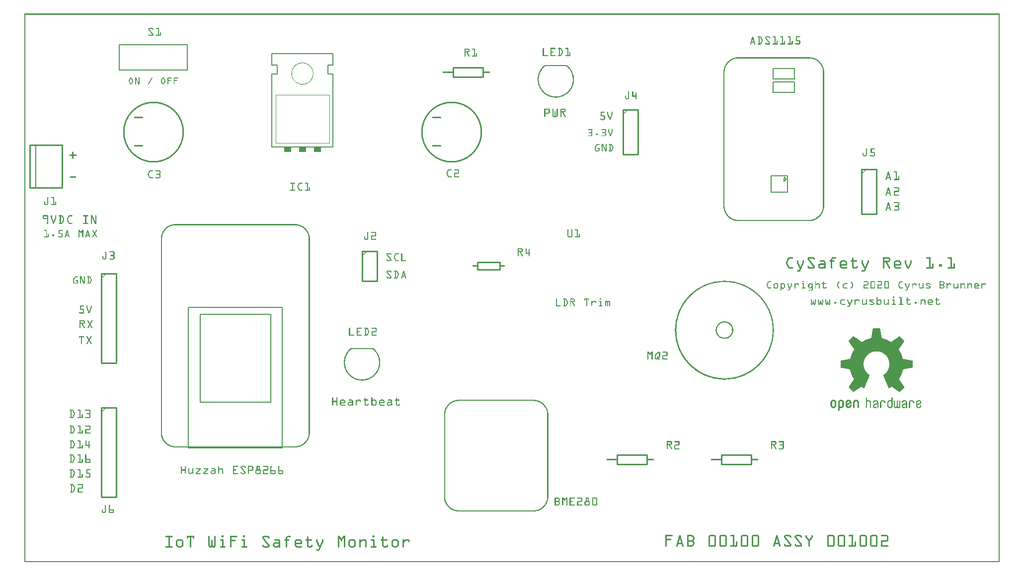
<source format=gto>
G04 MADE WITH FRITZING*
G04 WWW.FRITZING.ORG*
G04 DOUBLE SIDED*
G04 HOLES PLATED*
G04 CONTOUR ON CENTER OF CONTOUR VECTOR*
%ASAXBY*%
%FSLAX23Y23*%
%MOIN*%
%OFA0B0*%
%SFA1.0B1.0*%
%ADD10C,0.410000X0.39*%
%ADD11C,0.665355X0.657481*%
%ADD12R,0.050000X0.035000*%
%ADD13C,0.005000*%
%ADD14C,0.008000*%
%ADD15C,0.006000*%
%ADD16C,0.002000*%
%ADD17C,0.010000*%
%ADD18C,0.007874*%
%ADD19R,0.001000X0.001000*%
%LNSILK1*%
G90*
G70*
G54D10*
X2865Y2891D03*
X865Y2891D03*
G54D11*
X4697Y1559D03*
G54D12*
X1965Y2773D03*
X1865Y2773D03*
X1765Y2773D03*
G54D13*
X1730Y769D02*
X1100Y769D01*
D02*
X1100Y769D02*
X1100Y1714D01*
D02*
X1100Y1714D02*
X1730Y1714D01*
D02*
X1730Y1714D02*
X1730Y769D01*
D02*
X1652Y1076D02*
X1179Y1076D01*
D02*
X1179Y1076D02*
X1179Y1667D01*
D02*
X1179Y1667D02*
X1652Y1667D01*
D02*
X1652Y1667D02*
X1652Y1076D01*
G54D14*
D02*
X1730Y773D02*
X1100Y773D01*
D02*
X1730Y771D02*
X1730Y773D01*
D02*
X1100Y771D02*
X1100Y773D01*
G54D15*
D02*
X1660Y2791D02*
X2070Y2791D01*
D02*
X2070Y3416D02*
X1660Y3416D01*
D02*
X2070Y2791D02*
X2070Y3281D01*
D02*
X2070Y3281D02*
X2035Y3281D01*
D02*
X2035Y3281D02*
X2035Y3341D01*
D02*
X2035Y3341D02*
X2070Y3341D01*
D02*
X2070Y3341D02*
X2070Y3416D01*
D02*
X1660Y2791D02*
X1660Y3281D01*
D02*
X1660Y3281D02*
X1695Y3281D01*
D02*
X1695Y3281D02*
X1695Y3341D01*
D02*
X1695Y3341D02*
X1660Y3341D01*
D02*
X1660Y3341D02*
X1660Y3416D01*
G54D16*
D02*
X1685Y2816D02*
X2045Y2816D01*
D02*
X2045Y3141D02*
X2045Y2816D01*
D02*
X2045Y3141D02*
X1685Y3141D01*
D02*
X1685Y2816D02*
X1685Y3141D01*
G54D14*
D02*
X636Y3476D02*
X636Y3305D01*
D02*
X636Y3305D02*
X1094Y3305D01*
D02*
X1094Y3305D02*
X1094Y3476D01*
D02*
X1094Y3476D02*
X636Y3476D01*
G54D17*
D02*
X2875Y3324D02*
X3075Y3324D01*
D02*
X3075Y3324D02*
X3075Y3258D01*
D02*
X3075Y3258D02*
X2875Y3258D01*
D02*
X2875Y3258D02*
X2875Y3324D01*
D02*
X253Y2517D02*
X253Y2802D01*
D02*
X253Y2802D02*
X37Y2802D01*
D02*
X37Y2802D02*
X37Y2517D01*
D02*
X37Y2517D02*
X253Y2517D01*
G54D13*
D02*
X77Y2802D02*
X77Y2517D01*
G54D17*
D02*
X3975Y724D02*
X4175Y724D01*
D02*
X4175Y724D02*
X4175Y658D01*
D02*
X4175Y658D02*
X3975Y658D01*
D02*
X3975Y658D02*
X3975Y724D01*
D02*
X4675Y724D02*
X4875Y724D01*
D02*
X4875Y724D02*
X4875Y658D01*
D02*
X4875Y658D02*
X4675Y658D01*
D02*
X4675Y658D02*
X4675Y724D01*
D02*
X3040Y2015D02*
X3190Y2015D01*
D02*
X3190Y2015D02*
X3190Y1965D01*
D02*
X3190Y1965D02*
X3040Y1965D01*
D02*
X3040Y1965D02*
X3040Y2015D01*
D02*
X2265Y2091D02*
X2265Y1891D01*
D02*
X2265Y1891D02*
X2365Y1891D01*
D02*
X2365Y1891D02*
X2365Y2091D01*
D02*
X2365Y2091D02*
X2265Y2091D01*
D02*
X515Y1941D02*
X515Y1341D01*
D02*
X515Y1341D02*
X615Y1341D01*
D02*
X615Y1341D02*
X615Y1941D01*
D02*
X615Y1941D02*
X515Y1941D01*
G54D13*
D02*
X5166Y3316D02*
X5166Y3245D01*
D02*
X5166Y3245D02*
X5024Y3245D01*
D02*
X5024Y3245D02*
X5024Y3316D01*
D02*
X5024Y3316D02*
X5166Y3316D01*
D02*
X5166Y3226D02*
X5166Y3155D01*
D02*
X5166Y3155D02*
X5024Y3155D01*
D02*
X5024Y3155D02*
X5024Y3226D01*
D02*
X5024Y3226D02*
X5166Y3226D01*
G54D14*
D02*
X5120Y2486D02*
X5010Y2486D01*
D02*
X5010Y2486D02*
X5010Y2596D01*
D02*
X5010Y2596D02*
X5120Y2596D01*
D02*
X5120Y2596D02*
X5120Y2486D01*
D02*
X5097Y2560D02*
X5097Y2584D01*
G54D17*
D02*
X4015Y3041D02*
X4015Y2741D01*
D02*
X4015Y2741D02*
X4115Y2741D01*
D02*
X4115Y2741D02*
X4115Y3041D01*
D02*
X4115Y3041D02*
X4015Y3041D01*
D02*
X5615Y2641D02*
X5615Y2341D01*
D02*
X5615Y2341D02*
X5715Y2341D01*
D02*
X5715Y2341D02*
X5715Y2641D01*
D02*
X5715Y2641D02*
X5615Y2641D01*
D02*
X515Y1041D02*
X515Y441D01*
D02*
X515Y441D02*
X615Y441D01*
D02*
X615Y441D02*
X615Y1041D01*
D02*
X615Y1041D02*
X515Y1041D01*
G54D18*
X3636Y3337D02*
X3494Y3337D01*
D02*
X2336Y1437D02*
X2194Y1437D01*
D02*
G54D19*
X0Y3684D02*
X6542Y3684D01*
X0Y3683D02*
X6542Y3683D01*
X0Y3682D02*
X6542Y3682D01*
X0Y3681D02*
X6542Y3681D01*
X0Y3680D02*
X6542Y3680D01*
X0Y3679D02*
X6542Y3679D01*
X0Y3678D02*
X6542Y3678D01*
X0Y3677D02*
X6542Y3677D01*
X0Y3676D02*
X7Y3676D01*
X6535Y3676D02*
X6542Y3676D01*
X0Y3675D02*
X7Y3675D01*
X6535Y3675D02*
X6542Y3675D01*
X0Y3674D02*
X7Y3674D01*
X6535Y3674D02*
X6542Y3674D01*
X0Y3673D02*
X7Y3673D01*
X6535Y3673D02*
X6542Y3673D01*
X0Y3672D02*
X7Y3672D01*
X6535Y3672D02*
X6542Y3672D01*
X0Y3671D02*
X7Y3671D01*
X6535Y3671D02*
X6542Y3671D01*
X0Y3670D02*
X7Y3670D01*
X6535Y3670D02*
X6542Y3670D01*
X0Y3669D02*
X7Y3669D01*
X6535Y3669D02*
X6542Y3669D01*
X0Y3668D02*
X7Y3668D01*
X6535Y3668D02*
X6542Y3668D01*
X0Y3667D02*
X7Y3667D01*
X6535Y3667D02*
X6542Y3667D01*
X0Y3666D02*
X7Y3666D01*
X6535Y3666D02*
X6542Y3666D01*
X0Y3665D02*
X7Y3665D01*
X6535Y3665D02*
X6542Y3665D01*
X0Y3664D02*
X7Y3664D01*
X6535Y3664D02*
X6542Y3664D01*
X0Y3663D02*
X7Y3663D01*
X6535Y3663D02*
X6542Y3663D01*
X0Y3662D02*
X7Y3662D01*
X6535Y3662D02*
X6542Y3662D01*
X0Y3661D02*
X7Y3661D01*
X6535Y3661D02*
X6542Y3661D01*
X0Y3660D02*
X7Y3660D01*
X6535Y3660D02*
X6542Y3660D01*
X0Y3659D02*
X7Y3659D01*
X6535Y3659D02*
X6542Y3659D01*
X0Y3658D02*
X7Y3658D01*
X6535Y3658D02*
X6542Y3658D01*
X0Y3657D02*
X7Y3657D01*
X6535Y3657D02*
X6542Y3657D01*
X0Y3656D02*
X7Y3656D01*
X6535Y3656D02*
X6542Y3656D01*
X0Y3655D02*
X7Y3655D01*
X6535Y3655D02*
X6542Y3655D01*
X0Y3654D02*
X7Y3654D01*
X6535Y3654D02*
X6542Y3654D01*
X0Y3653D02*
X7Y3653D01*
X6535Y3653D02*
X6542Y3653D01*
X0Y3652D02*
X7Y3652D01*
X6535Y3652D02*
X6542Y3652D01*
X0Y3651D02*
X7Y3651D01*
X6535Y3651D02*
X6542Y3651D01*
X0Y3650D02*
X7Y3650D01*
X6535Y3650D02*
X6542Y3650D01*
X0Y3649D02*
X7Y3649D01*
X6535Y3649D02*
X6542Y3649D01*
X0Y3648D02*
X7Y3648D01*
X6535Y3648D02*
X6542Y3648D01*
X0Y3647D02*
X7Y3647D01*
X6535Y3647D02*
X6542Y3647D01*
X0Y3646D02*
X7Y3646D01*
X6535Y3646D02*
X6542Y3646D01*
X0Y3645D02*
X7Y3645D01*
X6535Y3645D02*
X6542Y3645D01*
X0Y3644D02*
X7Y3644D01*
X6535Y3644D02*
X6542Y3644D01*
X0Y3643D02*
X7Y3643D01*
X6535Y3643D02*
X6542Y3643D01*
X0Y3642D02*
X7Y3642D01*
X6535Y3642D02*
X6542Y3642D01*
X0Y3641D02*
X7Y3641D01*
X6535Y3641D02*
X6542Y3641D01*
X0Y3640D02*
X7Y3640D01*
X6535Y3640D02*
X6542Y3640D01*
X0Y3639D02*
X7Y3639D01*
X6535Y3639D02*
X6542Y3639D01*
X0Y3638D02*
X7Y3638D01*
X6535Y3638D02*
X6542Y3638D01*
X0Y3637D02*
X7Y3637D01*
X6535Y3637D02*
X6542Y3637D01*
X0Y3636D02*
X7Y3636D01*
X6535Y3636D02*
X6542Y3636D01*
X0Y3635D02*
X7Y3635D01*
X6535Y3635D02*
X6542Y3635D01*
X0Y3634D02*
X7Y3634D01*
X6535Y3634D02*
X6542Y3634D01*
X0Y3633D02*
X7Y3633D01*
X6535Y3633D02*
X6542Y3633D01*
X0Y3632D02*
X7Y3632D01*
X6535Y3632D02*
X6542Y3632D01*
X0Y3631D02*
X7Y3631D01*
X6535Y3631D02*
X6542Y3631D01*
X0Y3630D02*
X7Y3630D01*
X6535Y3630D02*
X6542Y3630D01*
X0Y3629D02*
X7Y3629D01*
X6535Y3629D02*
X6542Y3629D01*
X0Y3628D02*
X7Y3628D01*
X6535Y3628D02*
X6542Y3628D01*
X0Y3627D02*
X7Y3627D01*
X6535Y3627D02*
X6542Y3627D01*
X0Y3626D02*
X7Y3626D01*
X6535Y3626D02*
X6542Y3626D01*
X0Y3625D02*
X7Y3625D01*
X6535Y3625D02*
X6542Y3625D01*
X0Y3624D02*
X7Y3624D01*
X6535Y3624D02*
X6542Y3624D01*
X0Y3623D02*
X7Y3623D01*
X6535Y3623D02*
X6542Y3623D01*
X0Y3622D02*
X7Y3622D01*
X6535Y3622D02*
X6542Y3622D01*
X0Y3621D02*
X7Y3621D01*
X6535Y3621D02*
X6542Y3621D01*
X0Y3620D02*
X7Y3620D01*
X6535Y3620D02*
X6542Y3620D01*
X0Y3619D02*
X7Y3619D01*
X6535Y3619D02*
X6542Y3619D01*
X0Y3618D02*
X7Y3618D01*
X6535Y3618D02*
X6542Y3618D01*
X0Y3617D02*
X7Y3617D01*
X6535Y3617D02*
X6542Y3617D01*
X0Y3616D02*
X7Y3616D01*
X6535Y3616D02*
X6542Y3616D01*
X0Y3615D02*
X7Y3615D01*
X6535Y3615D02*
X6542Y3615D01*
X0Y3614D02*
X7Y3614D01*
X6535Y3614D02*
X6542Y3614D01*
X0Y3613D02*
X7Y3613D01*
X6535Y3613D02*
X6542Y3613D01*
X0Y3612D02*
X7Y3612D01*
X6535Y3612D02*
X6542Y3612D01*
X0Y3611D02*
X7Y3611D01*
X6535Y3611D02*
X6542Y3611D01*
X0Y3610D02*
X7Y3610D01*
X6535Y3610D02*
X6542Y3610D01*
X0Y3609D02*
X7Y3609D01*
X6535Y3609D02*
X6542Y3609D01*
X0Y3608D02*
X7Y3608D01*
X6535Y3608D02*
X6542Y3608D01*
X0Y3607D02*
X7Y3607D01*
X6535Y3607D02*
X6542Y3607D01*
X0Y3606D02*
X7Y3606D01*
X6535Y3606D02*
X6542Y3606D01*
X0Y3605D02*
X7Y3605D01*
X6535Y3605D02*
X6542Y3605D01*
X0Y3604D02*
X7Y3604D01*
X6535Y3604D02*
X6542Y3604D01*
X0Y3603D02*
X7Y3603D01*
X6535Y3603D02*
X6542Y3603D01*
X0Y3602D02*
X7Y3602D01*
X6535Y3602D02*
X6542Y3602D01*
X0Y3601D02*
X7Y3601D01*
X6535Y3601D02*
X6542Y3601D01*
X0Y3600D02*
X7Y3600D01*
X6535Y3600D02*
X6542Y3600D01*
X0Y3599D02*
X7Y3599D01*
X6535Y3599D02*
X6542Y3599D01*
X0Y3598D02*
X7Y3598D01*
X6535Y3598D02*
X6542Y3598D01*
X0Y3597D02*
X7Y3597D01*
X6535Y3597D02*
X6542Y3597D01*
X0Y3596D02*
X7Y3596D01*
X6535Y3596D02*
X6542Y3596D01*
X0Y3595D02*
X7Y3595D01*
X6535Y3595D02*
X6542Y3595D01*
X0Y3594D02*
X7Y3594D01*
X6535Y3594D02*
X6542Y3594D01*
X0Y3593D02*
X7Y3593D01*
X6535Y3593D02*
X6542Y3593D01*
X0Y3592D02*
X7Y3592D01*
X6535Y3592D02*
X6542Y3592D01*
X0Y3591D02*
X7Y3591D01*
X6535Y3591D02*
X6542Y3591D01*
X0Y3590D02*
X7Y3590D01*
X6535Y3590D02*
X6542Y3590D01*
X0Y3589D02*
X7Y3589D01*
X6535Y3589D02*
X6542Y3589D01*
X0Y3588D02*
X7Y3588D01*
X835Y3588D02*
X859Y3588D01*
X882Y3588D02*
X901Y3588D01*
X6535Y3588D02*
X6542Y3588D01*
X0Y3587D02*
X7Y3587D01*
X834Y3587D02*
X861Y3587D01*
X882Y3587D02*
X901Y3587D01*
X6535Y3587D02*
X6542Y3587D01*
X0Y3586D02*
X7Y3586D01*
X833Y3586D02*
X862Y3586D01*
X881Y3586D02*
X901Y3586D01*
X6535Y3586D02*
X6542Y3586D01*
X0Y3585D02*
X7Y3585D01*
X832Y3585D02*
X863Y3585D01*
X881Y3585D02*
X901Y3585D01*
X6535Y3585D02*
X6542Y3585D01*
X0Y3584D02*
X7Y3584D01*
X831Y3584D02*
X863Y3584D01*
X882Y3584D02*
X901Y3584D01*
X6535Y3584D02*
X6542Y3584D01*
X0Y3583D02*
X7Y3583D01*
X831Y3583D02*
X864Y3583D01*
X882Y3583D02*
X901Y3583D01*
X6535Y3583D02*
X6542Y3583D01*
X0Y3582D02*
X7Y3582D01*
X831Y3582D02*
X864Y3582D01*
X884Y3582D02*
X901Y3582D01*
X6535Y3582D02*
X6542Y3582D01*
X0Y3581D02*
X7Y3581D01*
X831Y3581D02*
X837Y3581D01*
X858Y3581D02*
X864Y3581D01*
X895Y3581D02*
X901Y3581D01*
X6535Y3581D02*
X6542Y3581D01*
X0Y3580D02*
X7Y3580D01*
X831Y3580D02*
X838Y3580D01*
X858Y3580D02*
X864Y3580D01*
X895Y3580D02*
X901Y3580D01*
X6535Y3580D02*
X6542Y3580D01*
X0Y3579D02*
X7Y3579D01*
X831Y3579D02*
X838Y3579D01*
X859Y3579D02*
X864Y3579D01*
X895Y3579D02*
X901Y3579D01*
X6535Y3579D02*
X6542Y3579D01*
X0Y3578D02*
X7Y3578D01*
X832Y3578D02*
X839Y3578D01*
X859Y3578D02*
X864Y3578D01*
X895Y3578D02*
X901Y3578D01*
X6535Y3578D02*
X6542Y3578D01*
X0Y3577D02*
X7Y3577D01*
X832Y3577D02*
X840Y3577D01*
X860Y3577D02*
X863Y3577D01*
X895Y3577D02*
X901Y3577D01*
X6535Y3577D02*
X6542Y3577D01*
X0Y3576D02*
X7Y3576D01*
X833Y3576D02*
X841Y3576D01*
X895Y3576D02*
X901Y3576D01*
X6535Y3576D02*
X6542Y3576D01*
X0Y3575D02*
X7Y3575D01*
X833Y3575D02*
X841Y3575D01*
X895Y3575D02*
X901Y3575D01*
X6535Y3575D02*
X6542Y3575D01*
X0Y3574D02*
X7Y3574D01*
X834Y3574D02*
X842Y3574D01*
X895Y3574D02*
X901Y3574D01*
X6535Y3574D02*
X6542Y3574D01*
X0Y3573D02*
X7Y3573D01*
X835Y3573D02*
X843Y3573D01*
X895Y3573D02*
X901Y3573D01*
X6535Y3573D02*
X6542Y3573D01*
X0Y3572D02*
X7Y3572D01*
X836Y3572D02*
X844Y3572D01*
X895Y3572D02*
X901Y3572D01*
X6535Y3572D02*
X6542Y3572D01*
X0Y3571D02*
X7Y3571D01*
X837Y3571D02*
X845Y3571D01*
X895Y3571D02*
X901Y3571D01*
X6535Y3571D02*
X6542Y3571D01*
X0Y3570D02*
X7Y3570D01*
X837Y3570D02*
X845Y3570D01*
X895Y3570D02*
X901Y3570D01*
X6535Y3570D02*
X6542Y3570D01*
X0Y3569D02*
X7Y3569D01*
X838Y3569D02*
X846Y3569D01*
X895Y3569D02*
X901Y3569D01*
X6535Y3569D02*
X6542Y3569D01*
X0Y3568D02*
X7Y3568D01*
X839Y3568D02*
X847Y3568D01*
X895Y3568D02*
X901Y3568D01*
X6535Y3568D02*
X6542Y3568D01*
X0Y3567D02*
X7Y3567D01*
X840Y3567D02*
X848Y3567D01*
X895Y3567D02*
X901Y3567D01*
X6535Y3567D02*
X6542Y3567D01*
X0Y3566D02*
X7Y3566D01*
X840Y3566D02*
X848Y3566D01*
X895Y3566D02*
X901Y3566D01*
X6535Y3566D02*
X6542Y3566D01*
X0Y3565D02*
X7Y3565D01*
X841Y3565D02*
X849Y3565D01*
X895Y3565D02*
X901Y3565D01*
X6535Y3565D02*
X6542Y3565D01*
X0Y3564D02*
X7Y3564D01*
X842Y3564D02*
X850Y3564D01*
X895Y3564D02*
X901Y3564D01*
X6535Y3564D02*
X6542Y3564D01*
X0Y3563D02*
X7Y3563D01*
X843Y3563D02*
X851Y3563D01*
X895Y3563D02*
X901Y3563D01*
X6535Y3563D02*
X6542Y3563D01*
X0Y3562D02*
X7Y3562D01*
X844Y3562D02*
X852Y3562D01*
X895Y3562D02*
X901Y3562D01*
X6535Y3562D02*
X6542Y3562D01*
X0Y3561D02*
X7Y3561D01*
X844Y3561D02*
X852Y3561D01*
X895Y3561D02*
X901Y3561D01*
X6535Y3561D02*
X6542Y3561D01*
X0Y3560D02*
X7Y3560D01*
X845Y3560D02*
X853Y3560D01*
X895Y3560D02*
X901Y3560D01*
X6535Y3560D02*
X6542Y3560D01*
X0Y3559D02*
X7Y3559D01*
X846Y3559D02*
X854Y3559D01*
X895Y3559D02*
X901Y3559D01*
X910Y3559D02*
X913Y3559D01*
X6535Y3559D02*
X6542Y3559D01*
X0Y3558D02*
X7Y3558D01*
X847Y3558D02*
X855Y3558D01*
X895Y3558D02*
X901Y3558D01*
X909Y3558D02*
X914Y3558D01*
X6535Y3558D02*
X6542Y3558D01*
X0Y3557D02*
X7Y3557D01*
X847Y3557D02*
X855Y3557D01*
X895Y3557D02*
X901Y3557D01*
X909Y3557D02*
X915Y3557D01*
X6535Y3557D02*
X6542Y3557D01*
X0Y3556D02*
X7Y3556D01*
X848Y3556D02*
X856Y3556D01*
X895Y3556D02*
X901Y3556D01*
X909Y3556D02*
X915Y3556D01*
X6535Y3556D02*
X6542Y3556D01*
X0Y3555D02*
X7Y3555D01*
X849Y3555D02*
X857Y3555D01*
X895Y3555D02*
X901Y3555D01*
X909Y3555D02*
X915Y3555D01*
X6535Y3555D02*
X6542Y3555D01*
X0Y3554D02*
X7Y3554D01*
X850Y3554D02*
X858Y3554D01*
X895Y3554D02*
X901Y3554D01*
X909Y3554D02*
X915Y3554D01*
X6535Y3554D02*
X6542Y3554D01*
X0Y3553D02*
X7Y3553D01*
X851Y3553D02*
X859Y3553D01*
X895Y3553D02*
X901Y3553D01*
X909Y3553D02*
X915Y3553D01*
X6535Y3553D02*
X6542Y3553D01*
X0Y3552D02*
X7Y3552D01*
X851Y3552D02*
X859Y3552D01*
X895Y3552D02*
X901Y3552D01*
X909Y3552D02*
X915Y3552D01*
X6535Y3552D02*
X6542Y3552D01*
X0Y3551D02*
X7Y3551D01*
X852Y3551D02*
X860Y3551D01*
X895Y3551D02*
X901Y3551D01*
X909Y3551D02*
X915Y3551D01*
X6535Y3551D02*
X6542Y3551D01*
X0Y3550D02*
X7Y3550D01*
X853Y3550D02*
X861Y3550D01*
X895Y3550D02*
X901Y3550D01*
X909Y3550D02*
X915Y3550D01*
X6535Y3550D02*
X6542Y3550D01*
X0Y3549D02*
X7Y3549D01*
X854Y3549D02*
X862Y3549D01*
X895Y3549D02*
X901Y3549D01*
X909Y3549D02*
X915Y3549D01*
X6535Y3549D02*
X6542Y3549D01*
X0Y3548D02*
X7Y3548D01*
X854Y3548D02*
X862Y3548D01*
X895Y3548D02*
X901Y3548D01*
X909Y3548D02*
X915Y3548D01*
X6535Y3548D02*
X6542Y3548D01*
X0Y3547D02*
X7Y3547D01*
X832Y3547D02*
X835Y3547D01*
X855Y3547D02*
X863Y3547D01*
X895Y3547D02*
X901Y3547D01*
X909Y3547D02*
X915Y3547D01*
X6535Y3547D02*
X6542Y3547D01*
X0Y3546D02*
X7Y3546D01*
X831Y3546D02*
X836Y3546D01*
X856Y3546D02*
X864Y3546D01*
X895Y3546D02*
X901Y3546D01*
X909Y3546D02*
X915Y3546D01*
X6535Y3546D02*
X6542Y3546D01*
X0Y3545D02*
X7Y3545D01*
X831Y3545D02*
X837Y3545D01*
X857Y3545D02*
X864Y3545D01*
X895Y3545D02*
X901Y3545D01*
X909Y3545D02*
X915Y3545D01*
X6535Y3545D02*
X6542Y3545D01*
X0Y3544D02*
X7Y3544D01*
X831Y3544D02*
X837Y3544D01*
X858Y3544D02*
X864Y3544D01*
X895Y3544D02*
X901Y3544D01*
X909Y3544D02*
X915Y3544D01*
X6535Y3544D02*
X6542Y3544D01*
X0Y3543D02*
X7Y3543D01*
X831Y3543D02*
X837Y3543D01*
X858Y3543D02*
X864Y3543D01*
X895Y3543D02*
X901Y3543D01*
X909Y3543D02*
X915Y3543D01*
X6535Y3543D02*
X6542Y3543D01*
X0Y3542D02*
X7Y3542D01*
X831Y3542D02*
X839Y3542D01*
X858Y3542D02*
X864Y3542D01*
X895Y3542D02*
X901Y3542D01*
X908Y3542D02*
X915Y3542D01*
X6535Y3542D02*
X6542Y3542D01*
X0Y3541D02*
X7Y3541D01*
X832Y3541D02*
X864Y3541D01*
X882Y3541D02*
X915Y3541D01*
X6535Y3541D02*
X6542Y3541D01*
X0Y3540D02*
X7Y3540D01*
X832Y3540D02*
X864Y3540D01*
X882Y3540D02*
X915Y3540D01*
X6535Y3540D02*
X6542Y3540D01*
X0Y3539D02*
X7Y3539D01*
X833Y3539D02*
X863Y3539D01*
X881Y3539D02*
X915Y3539D01*
X6535Y3539D02*
X6542Y3539D01*
X0Y3538D02*
X7Y3538D01*
X833Y3538D02*
X863Y3538D01*
X881Y3538D02*
X915Y3538D01*
X6535Y3538D02*
X6542Y3538D01*
X0Y3537D02*
X7Y3537D01*
X834Y3537D02*
X862Y3537D01*
X881Y3537D02*
X914Y3537D01*
X6535Y3537D02*
X6542Y3537D01*
X0Y3536D02*
X7Y3536D01*
X836Y3536D02*
X861Y3536D01*
X882Y3536D02*
X914Y3536D01*
X6535Y3536D02*
X6542Y3536D01*
X0Y3535D02*
X7Y3535D01*
X838Y3535D02*
X858Y3535D01*
X884Y3535D02*
X912Y3535D01*
X6535Y3535D02*
X6542Y3535D01*
X0Y3534D02*
X7Y3534D01*
X6535Y3534D02*
X6542Y3534D01*
X0Y3533D02*
X7Y3533D01*
X6535Y3533D02*
X6542Y3533D01*
X0Y3532D02*
X7Y3532D01*
X6535Y3532D02*
X6542Y3532D01*
X0Y3531D02*
X7Y3531D01*
X4885Y3531D02*
X4886Y3531D01*
X4921Y3531D02*
X4937Y3531D01*
X4975Y3531D02*
X4996Y3531D01*
X5022Y3531D02*
X5039Y3531D01*
X5072Y3531D02*
X5089Y3531D01*
X5122Y3531D02*
X5140Y3531D01*
X5177Y3531D02*
X5201Y3531D01*
X6535Y3531D02*
X6542Y3531D01*
X0Y3530D02*
X7Y3530D01*
X4884Y3530D02*
X4888Y3530D01*
X4920Y3530D02*
X4939Y3530D01*
X4973Y3530D02*
X4998Y3530D01*
X5020Y3530D02*
X5039Y3530D01*
X5071Y3530D02*
X5090Y3530D01*
X5121Y3530D02*
X5140Y3530D01*
X5177Y3530D02*
X5203Y3530D01*
X6535Y3530D02*
X6542Y3530D01*
X0Y3529D02*
X7Y3529D01*
X4883Y3529D02*
X4888Y3529D01*
X4919Y3529D02*
X4941Y3529D01*
X4972Y3529D02*
X4999Y3529D01*
X5020Y3529D02*
X5039Y3529D01*
X5070Y3529D02*
X5090Y3529D01*
X5120Y3529D02*
X5140Y3529D01*
X5177Y3529D02*
X5203Y3529D01*
X6535Y3529D02*
X6542Y3529D01*
X0Y3528D02*
X7Y3528D01*
X4883Y3528D02*
X4889Y3528D01*
X4919Y3528D02*
X4942Y3528D01*
X4971Y3528D02*
X5001Y3528D01*
X5020Y3528D02*
X5039Y3528D01*
X5070Y3528D02*
X5090Y3528D01*
X5120Y3528D02*
X5140Y3528D01*
X5177Y3528D02*
X5204Y3528D01*
X6535Y3528D02*
X6542Y3528D01*
X0Y3527D02*
X7Y3527D01*
X4882Y3527D02*
X4889Y3527D01*
X4919Y3527D02*
X4943Y3527D01*
X4970Y3527D02*
X5001Y3527D01*
X5020Y3527D02*
X5039Y3527D01*
X5070Y3527D02*
X5090Y3527D01*
X5120Y3527D02*
X5140Y3527D01*
X5177Y3527D02*
X5204Y3527D01*
X6535Y3527D02*
X6542Y3527D01*
X0Y3526D02*
X7Y3526D01*
X4882Y3526D02*
X4889Y3526D01*
X4920Y3526D02*
X4944Y3526D01*
X4970Y3526D02*
X5002Y3526D01*
X5020Y3526D02*
X5039Y3526D01*
X5070Y3526D02*
X5090Y3526D01*
X5120Y3526D02*
X5140Y3526D01*
X5177Y3526D02*
X5203Y3526D01*
X6535Y3526D02*
X6542Y3526D01*
X0Y3525D02*
X7Y3525D01*
X4882Y3525D02*
X4890Y3525D01*
X4921Y3525D02*
X4944Y3525D01*
X4969Y3525D02*
X5002Y3525D01*
X5021Y3525D02*
X5039Y3525D01*
X5071Y3525D02*
X5090Y3525D01*
X5121Y3525D02*
X5140Y3525D01*
X5177Y3525D02*
X5202Y3525D01*
X6535Y3525D02*
X6542Y3525D01*
X0Y3524D02*
X7Y3524D01*
X4881Y3524D02*
X4890Y3524D01*
X4926Y3524D02*
X4932Y3524D01*
X4937Y3524D02*
X4945Y3524D01*
X4969Y3524D02*
X4976Y3524D01*
X4995Y3524D02*
X5003Y3524D01*
X5033Y3524D02*
X5039Y3524D01*
X5083Y3524D02*
X5090Y3524D01*
X5134Y3524D02*
X5140Y3524D01*
X5177Y3524D02*
X5183Y3524D01*
X6535Y3524D02*
X6542Y3524D01*
X0Y3523D02*
X7Y3523D01*
X4881Y3523D02*
X4890Y3523D01*
X4926Y3523D02*
X4932Y3523D01*
X4938Y3523D02*
X4945Y3523D01*
X4969Y3523D02*
X4975Y3523D01*
X4997Y3523D02*
X5003Y3523D01*
X5033Y3523D02*
X5039Y3523D01*
X5083Y3523D02*
X5090Y3523D01*
X5134Y3523D02*
X5140Y3523D01*
X5177Y3523D02*
X5183Y3523D01*
X6535Y3523D02*
X6542Y3523D01*
X0Y3522D02*
X7Y3522D01*
X4881Y3522D02*
X4891Y3522D01*
X4926Y3522D02*
X4932Y3522D01*
X4939Y3522D02*
X4946Y3522D01*
X4970Y3522D02*
X4976Y3522D01*
X4997Y3522D02*
X5003Y3522D01*
X5033Y3522D02*
X5039Y3522D01*
X5083Y3522D02*
X5090Y3522D01*
X5134Y3522D02*
X5140Y3522D01*
X5177Y3522D02*
X5183Y3522D01*
X6535Y3522D02*
X6542Y3522D01*
X0Y3521D02*
X7Y3521D01*
X4881Y3521D02*
X4891Y3521D01*
X4926Y3521D02*
X4932Y3521D01*
X4939Y3521D02*
X4946Y3521D01*
X4970Y3521D02*
X4977Y3521D01*
X4997Y3521D02*
X5003Y3521D01*
X5033Y3521D02*
X5039Y3521D01*
X5083Y3521D02*
X5090Y3521D01*
X5134Y3521D02*
X5140Y3521D01*
X5177Y3521D02*
X5183Y3521D01*
X6535Y3521D02*
X6542Y3521D01*
X0Y3520D02*
X7Y3520D01*
X4880Y3520D02*
X4891Y3520D01*
X4926Y3520D02*
X4932Y3520D01*
X4940Y3520D02*
X4947Y3520D01*
X4970Y3520D02*
X4978Y3520D01*
X4998Y3520D02*
X5002Y3520D01*
X5033Y3520D02*
X5039Y3520D01*
X5083Y3520D02*
X5090Y3520D01*
X5134Y3520D02*
X5140Y3520D01*
X5177Y3520D02*
X5183Y3520D01*
X6535Y3520D02*
X6542Y3520D01*
X0Y3519D02*
X7Y3519D01*
X4880Y3519D02*
X4891Y3519D01*
X4926Y3519D02*
X4932Y3519D01*
X4940Y3519D02*
X4947Y3519D01*
X4971Y3519D02*
X4979Y3519D01*
X4998Y3519D02*
X5001Y3519D01*
X5033Y3519D02*
X5039Y3519D01*
X5083Y3519D02*
X5090Y3519D01*
X5134Y3519D02*
X5140Y3519D01*
X5177Y3519D02*
X5183Y3519D01*
X6535Y3519D02*
X6542Y3519D01*
X0Y3518D02*
X7Y3518D01*
X4880Y3518D02*
X4892Y3518D01*
X4926Y3518D02*
X4932Y3518D01*
X4941Y3518D02*
X4948Y3518D01*
X4971Y3518D02*
X4979Y3518D01*
X5033Y3518D02*
X5039Y3518D01*
X5083Y3518D02*
X5090Y3518D01*
X5134Y3518D02*
X5140Y3518D01*
X5177Y3518D02*
X5183Y3518D01*
X6535Y3518D02*
X6542Y3518D01*
X0Y3517D02*
X7Y3517D01*
X4879Y3517D02*
X4892Y3517D01*
X4926Y3517D02*
X4932Y3517D01*
X4941Y3517D02*
X4948Y3517D01*
X4972Y3517D02*
X4980Y3517D01*
X5033Y3517D02*
X5039Y3517D01*
X5083Y3517D02*
X5090Y3517D01*
X5134Y3517D02*
X5140Y3517D01*
X5177Y3517D02*
X5183Y3517D01*
X6535Y3517D02*
X6542Y3517D01*
X0Y3516D02*
X7Y3516D01*
X4879Y3516D02*
X4892Y3516D01*
X4926Y3516D02*
X4932Y3516D01*
X4942Y3516D02*
X4949Y3516D01*
X4973Y3516D02*
X4981Y3516D01*
X5033Y3516D02*
X5039Y3516D01*
X5083Y3516D02*
X5090Y3516D01*
X5134Y3516D02*
X5140Y3516D01*
X5177Y3516D02*
X5183Y3516D01*
X6535Y3516D02*
X6542Y3516D01*
X0Y3515D02*
X7Y3515D01*
X4879Y3515D02*
X4893Y3515D01*
X4926Y3515D02*
X4932Y3515D01*
X4942Y3515D02*
X4949Y3515D01*
X4974Y3515D02*
X4982Y3515D01*
X5033Y3515D02*
X5039Y3515D01*
X5083Y3515D02*
X5090Y3515D01*
X5134Y3515D02*
X5140Y3515D01*
X5177Y3515D02*
X5183Y3515D01*
X6535Y3515D02*
X6542Y3515D01*
X0Y3514D02*
X7Y3514D01*
X4878Y3514D02*
X4893Y3514D01*
X4926Y3514D02*
X4932Y3514D01*
X4943Y3514D02*
X4950Y3514D01*
X4974Y3514D02*
X4982Y3514D01*
X5033Y3514D02*
X5039Y3514D01*
X5083Y3514D02*
X5090Y3514D01*
X5134Y3514D02*
X5140Y3514D01*
X5177Y3514D02*
X5183Y3514D01*
X6535Y3514D02*
X6542Y3514D01*
X0Y3513D02*
X7Y3513D01*
X4878Y3513D02*
X4884Y3513D01*
X4887Y3513D02*
X4893Y3513D01*
X4926Y3513D02*
X4932Y3513D01*
X4943Y3513D02*
X4950Y3513D01*
X4975Y3513D02*
X4983Y3513D01*
X5033Y3513D02*
X5039Y3513D01*
X5083Y3513D02*
X5090Y3513D01*
X5134Y3513D02*
X5140Y3513D01*
X5177Y3513D02*
X5183Y3513D01*
X6535Y3513D02*
X6542Y3513D01*
X0Y3512D02*
X7Y3512D01*
X4878Y3512D02*
X4884Y3512D01*
X4887Y3512D02*
X4893Y3512D01*
X4926Y3512D02*
X4932Y3512D01*
X4944Y3512D02*
X4951Y3512D01*
X4976Y3512D02*
X4984Y3512D01*
X5033Y3512D02*
X5039Y3512D01*
X5083Y3512D02*
X5090Y3512D01*
X5134Y3512D02*
X5140Y3512D01*
X5177Y3512D02*
X5183Y3512D01*
X6535Y3512D02*
X6542Y3512D01*
X0Y3511D02*
X7Y3511D01*
X4878Y3511D02*
X4884Y3511D01*
X4887Y3511D02*
X4894Y3511D01*
X4926Y3511D02*
X4932Y3511D01*
X4944Y3511D02*
X4951Y3511D01*
X4977Y3511D02*
X4985Y3511D01*
X5033Y3511D02*
X5039Y3511D01*
X5083Y3511D02*
X5090Y3511D01*
X5134Y3511D02*
X5140Y3511D01*
X5177Y3511D02*
X5183Y3511D01*
X6535Y3511D02*
X6542Y3511D01*
X0Y3510D02*
X7Y3510D01*
X4877Y3510D02*
X4884Y3510D01*
X4888Y3510D02*
X4894Y3510D01*
X4926Y3510D02*
X4932Y3510D01*
X4945Y3510D02*
X4951Y3510D01*
X4978Y3510D02*
X4986Y3510D01*
X5033Y3510D02*
X5039Y3510D01*
X5083Y3510D02*
X5090Y3510D01*
X5134Y3510D02*
X5140Y3510D01*
X5177Y3510D02*
X5183Y3510D01*
X6535Y3510D02*
X6542Y3510D01*
X0Y3509D02*
X7Y3509D01*
X4877Y3509D02*
X4883Y3509D01*
X4888Y3509D02*
X4894Y3509D01*
X4926Y3509D02*
X4932Y3509D01*
X4945Y3509D02*
X4952Y3509D01*
X4978Y3509D02*
X4986Y3509D01*
X5033Y3509D02*
X5039Y3509D01*
X5083Y3509D02*
X5090Y3509D01*
X5134Y3509D02*
X5140Y3509D01*
X5177Y3509D02*
X5183Y3509D01*
X6535Y3509D02*
X6542Y3509D01*
X0Y3508D02*
X7Y3508D01*
X4877Y3508D02*
X4883Y3508D01*
X4888Y3508D02*
X4895Y3508D01*
X4926Y3508D02*
X4932Y3508D01*
X4946Y3508D02*
X4952Y3508D01*
X4979Y3508D02*
X4987Y3508D01*
X5033Y3508D02*
X5039Y3508D01*
X5083Y3508D02*
X5090Y3508D01*
X5134Y3508D02*
X5140Y3508D01*
X5177Y3508D02*
X5183Y3508D01*
X6535Y3508D02*
X6542Y3508D01*
X0Y3507D02*
X7Y3507D01*
X4876Y3507D02*
X4883Y3507D01*
X4889Y3507D02*
X4895Y3507D01*
X4926Y3507D02*
X4932Y3507D01*
X4946Y3507D02*
X4952Y3507D01*
X4980Y3507D02*
X4988Y3507D01*
X5033Y3507D02*
X5039Y3507D01*
X5083Y3507D02*
X5090Y3507D01*
X5134Y3507D02*
X5140Y3507D01*
X5177Y3507D02*
X5200Y3507D01*
X6535Y3507D02*
X6542Y3507D01*
X0Y3506D02*
X7Y3506D01*
X4876Y3506D02*
X4882Y3506D01*
X4889Y3506D02*
X4895Y3506D01*
X4926Y3506D02*
X4932Y3506D01*
X4946Y3506D02*
X4953Y3506D01*
X4981Y3506D02*
X4989Y3506D01*
X5033Y3506D02*
X5039Y3506D01*
X5083Y3506D02*
X5090Y3506D01*
X5134Y3506D02*
X5140Y3506D01*
X5177Y3506D02*
X5201Y3506D01*
X6535Y3506D02*
X6542Y3506D01*
X0Y3505D02*
X7Y3505D01*
X4876Y3505D02*
X4882Y3505D01*
X4889Y3505D02*
X4895Y3505D01*
X4926Y3505D02*
X4932Y3505D01*
X4947Y3505D02*
X4953Y3505D01*
X4981Y3505D02*
X4989Y3505D01*
X5033Y3505D02*
X5039Y3505D01*
X5083Y3505D02*
X5090Y3505D01*
X5134Y3505D02*
X5140Y3505D01*
X5177Y3505D02*
X5202Y3505D01*
X6535Y3505D02*
X6542Y3505D01*
X0Y3504D02*
X7Y3504D01*
X4876Y3504D02*
X4882Y3504D01*
X4889Y3504D02*
X4896Y3504D01*
X4926Y3504D02*
X4932Y3504D01*
X4947Y3504D02*
X4953Y3504D01*
X4982Y3504D02*
X4990Y3504D01*
X5033Y3504D02*
X5039Y3504D01*
X5083Y3504D02*
X5090Y3504D01*
X5134Y3504D02*
X5140Y3504D01*
X5177Y3504D02*
X5203Y3504D01*
X6535Y3504D02*
X6542Y3504D01*
X0Y3503D02*
X7Y3503D01*
X4875Y3503D02*
X4882Y3503D01*
X4890Y3503D02*
X4896Y3503D01*
X4926Y3503D02*
X4932Y3503D01*
X4947Y3503D02*
X4953Y3503D01*
X4983Y3503D02*
X4991Y3503D01*
X5033Y3503D02*
X5039Y3503D01*
X5083Y3503D02*
X5090Y3503D01*
X5134Y3503D02*
X5140Y3503D01*
X5177Y3503D02*
X5203Y3503D01*
X6535Y3503D02*
X6542Y3503D01*
X0Y3502D02*
X7Y3502D01*
X4875Y3502D02*
X4881Y3502D01*
X4890Y3502D02*
X4896Y3502D01*
X4926Y3502D02*
X4932Y3502D01*
X4946Y3502D02*
X4953Y3502D01*
X4984Y3502D02*
X4992Y3502D01*
X5033Y3502D02*
X5039Y3502D01*
X5083Y3502D02*
X5090Y3502D01*
X5134Y3502D02*
X5140Y3502D01*
X5177Y3502D02*
X5204Y3502D01*
X6535Y3502D02*
X6542Y3502D01*
X0Y3501D02*
X7Y3501D01*
X4875Y3501D02*
X4881Y3501D01*
X4890Y3501D02*
X4897Y3501D01*
X4926Y3501D02*
X4932Y3501D01*
X4946Y3501D02*
X4952Y3501D01*
X4984Y3501D02*
X4993Y3501D01*
X5033Y3501D02*
X5039Y3501D01*
X5048Y3501D02*
X5052Y3501D01*
X5083Y3501D02*
X5090Y3501D01*
X5099Y3501D02*
X5102Y3501D01*
X5134Y3501D02*
X5140Y3501D01*
X5149Y3501D02*
X5152Y3501D01*
X5177Y3501D02*
X5204Y3501D01*
X6535Y3501D02*
X6542Y3501D01*
X0Y3500D02*
X7Y3500D01*
X4874Y3500D02*
X4881Y3500D01*
X4891Y3500D02*
X4897Y3500D01*
X4926Y3500D02*
X4932Y3500D01*
X4946Y3500D02*
X4952Y3500D01*
X4985Y3500D02*
X4993Y3500D01*
X5033Y3500D02*
X5039Y3500D01*
X5048Y3500D02*
X5053Y3500D01*
X5083Y3500D02*
X5090Y3500D01*
X5098Y3500D02*
X5103Y3500D01*
X5134Y3500D02*
X5140Y3500D01*
X5148Y3500D02*
X5153Y3500D01*
X5198Y3500D02*
X5204Y3500D01*
X6535Y3500D02*
X6542Y3500D01*
X0Y3499D02*
X7Y3499D01*
X4874Y3499D02*
X4880Y3499D01*
X4891Y3499D02*
X4897Y3499D01*
X4926Y3499D02*
X4932Y3499D01*
X4945Y3499D02*
X4952Y3499D01*
X4986Y3499D02*
X4994Y3499D01*
X5033Y3499D02*
X5039Y3499D01*
X5047Y3499D02*
X5053Y3499D01*
X5083Y3499D02*
X5090Y3499D01*
X5097Y3499D02*
X5103Y3499D01*
X5134Y3499D02*
X5140Y3499D01*
X5148Y3499D02*
X5153Y3499D01*
X5198Y3499D02*
X5204Y3499D01*
X6535Y3499D02*
X6542Y3499D01*
X0Y3498D02*
X7Y3498D01*
X4874Y3498D02*
X4880Y3498D01*
X4891Y3498D02*
X4898Y3498D01*
X4926Y3498D02*
X4932Y3498D01*
X4945Y3498D02*
X4951Y3498D01*
X4987Y3498D02*
X4995Y3498D01*
X5033Y3498D02*
X5039Y3498D01*
X5047Y3498D02*
X5053Y3498D01*
X5083Y3498D02*
X5090Y3498D01*
X5097Y3498D02*
X5103Y3498D01*
X5134Y3498D02*
X5140Y3498D01*
X5148Y3498D02*
X5154Y3498D01*
X5198Y3498D02*
X5204Y3498D01*
X6535Y3498D02*
X6542Y3498D01*
X0Y3497D02*
X7Y3497D01*
X4873Y3497D02*
X4880Y3497D01*
X4892Y3497D02*
X4898Y3497D01*
X4926Y3497D02*
X4932Y3497D01*
X4944Y3497D02*
X4951Y3497D01*
X4988Y3497D02*
X4996Y3497D01*
X5033Y3497D02*
X5039Y3497D01*
X5047Y3497D02*
X5053Y3497D01*
X5083Y3497D02*
X5090Y3497D01*
X5097Y3497D02*
X5103Y3497D01*
X5134Y3497D02*
X5140Y3497D01*
X5148Y3497D02*
X5154Y3497D01*
X5198Y3497D02*
X5204Y3497D01*
X6535Y3497D02*
X6542Y3497D01*
X0Y3496D02*
X7Y3496D01*
X4873Y3496D02*
X4880Y3496D01*
X4891Y3496D02*
X4898Y3496D01*
X4926Y3496D02*
X4932Y3496D01*
X4944Y3496D02*
X4950Y3496D01*
X4988Y3496D02*
X4996Y3496D01*
X5033Y3496D02*
X5039Y3496D01*
X5047Y3496D02*
X5053Y3496D01*
X5083Y3496D02*
X5090Y3496D01*
X5097Y3496D02*
X5103Y3496D01*
X5134Y3496D02*
X5140Y3496D01*
X5148Y3496D02*
X5154Y3496D01*
X5198Y3496D02*
X5204Y3496D01*
X6535Y3496D02*
X6542Y3496D01*
X0Y3495D02*
X7Y3495D01*
X4873Y3495D02*
X4898Y3495D01*
X4926Y3495D02*
X4932Y3495D01*
X4943Y3495D02*
X4950Y3495D01*
X4989Y3495D02*
X4997Y3495D01*
X5033Y3495D02*
X5039Y3495D01*
X5047Y3495D02*
X5053Y3495D01*
X5083Y3495D02*
X5090Y3495D01*
X5097Y3495D02*
X5103Y3495D01*
X5134Y3495D02*
X5140Y3495D01*
X5148Y3495D02*
X5154Y3495D01*
X5198Y3495D02*
X5204Y3495D01*
X6535Y3495D02*
X6542Y3495D01*
X0Y3494D02*
X7Y3494D01*
X4873Y3494D02*
X4899Y3494D01*
X4926Y3494D02*
X4932Y3494D01*
X4943Y3494D02*
X4949Y3494D01*
X4990Y3494D02*
X4998Y3494D01*
X5033Y3494D02*
X5039Y3494D01*
X5047Y3494D02*
X5053Y3494D01*
X5083Y3494D02*
X5090Y3494D01*
X5097Y3494D02*
X5103Y3494D01*
X5134Y3494D02*
X5140Y3494D01*
X5148Y3494D02*
X5154Y3494D01*
X5198Y3494D02*
X5204Y3494D01*
X6535Y3494D02*
X6542Y3494D01*
X0Y3493D02*
X7Y3493D01*
X4872Y3493D02*
X4899Y3493D01*
X4926Y3493D02*
X4932Y3493D01*
X4942Y3493D02*
X4949Y3493D01*
X4991Y3493D02*
X4999Y3493D01*
X5033Y3493D02*
X5039Y3493D01*
X5047Y3493D02*
X5053Y3493D01*
X5083Y3493D02*
X5090Y3493D01*
X5097Y3493D02*
X5103Y3493D01*
X5134Y3493D02*
X5140Y3493D01*
X5148Y3493D02*
X5154Y3493D01*
X5198Y3493D02*
X5204Y3493D01*
X6535Y3493D02*
X6542Y3493D01*
X0Y3492D02*
X7Y3492D01*
X4872Y3492D02*
X4899Y3492D01*
X4926Y3492D02*
X4932Y3492D01*
X4942Y3492D02*
X4948Y3492D01*
X4991Y3492D02*
X5000Y3492D01*
X5033Y3492D02*
X5039Y3492D01*
X5047Y3492D02*
X5053Y3492D01*
X5083Y3492D02*
X5090Y3492D01*
X5097Y3492D02*
X5103Y3492D01*
X5134Y3492D02*
X5140Y3492D01*
X5148Y3492D02*
X5154Y3492D01*
X5198Y3492D02*
X5204Y3492D01*
X6535Y3492D02*
X6542Y3492D01*
X0Y3491D02*
X7Y3491D01*
X4872Y3491D02*
X4900Y3491D01*
X4926Y3491D02*
X4932Y3491D01*
X4941Y3491D02*
X4948Y3491D01*
X4992Y3491D02*
X5000Y3491D01*
X5033Y3491D02*
X5039Y3491D01*
X5047Y3491D02*
X5053Y3491D01*
X5083Y3491D02*
X5090Y3491D01*
X5097Y3491D02*
X5103Y3491D01*
X5134Y3491D02*
X5140Y3491D01*
X5148Y3491D02*
X5154Y3491D01*
X5198Y3491D02*
X5204Y3491D01*
X6535Y3491D02*
X6542Y3491D01*
X0Y3490D02*
X7Y3490D01*
X4871Y3490D02*
X4900Y3490D01*
X4926Y3490D02*
X4932Y3490D01*
X4941Y3490D02*
X4947Y3490D01*
X4993Y3490D02*
X5001Y3490D01*
X5033Y3490D02*
X5039Y3490D01*
X5047Y3490D02*
X5053Y3490D01*
X5083Y3490D02*
X5090Y3490D01*
X5097Y3490D02*
X5103Y3490D01*
X5134Y3490D02*
X5140Y3490D01*
X5148Y3490D02*
X5154Y3490D01*
X5198Y3490D02*
X5204Y3490D01*
X6535Y3490D02*
X6542Y3490D01*
X0Y3489D02*
X7Y3489D01*
X4871Y3489D02*
X4900Y3489D01*
X4926Y3489D02*
X4932Y3489D01*
X4940Y3489D02*
X4947Y3489D01*
X4970Y3489D02*
X4974Y3489D01*
X4994Y3489D02*
X5002Y3489D01*
X5033Y3489D02*
X5039Y3489D01*
X5047Y3489D02*
X5053Y3489D01*
X5083Y3489D02*
X5090Y3489D01*
X5097Y3489D02*
X5103Y3489D01*
X5134Y3489D02*
X5140Y3489D01*
X5148Y3489D02*
X5154Y3489D01*
X5198Y3489D02*
X5204Y3489D01*
X6535Y3489D02*
X6542Y3489D01*
X0Y3488D02*
X7Y3488D01*
X4871Y3488D02*
X4877Y3488D01*
X4894Y3488D02*
X4900Y3488D01*
X4926Y3488D02*
X4932Y3488D01*
X4940Y3488D02*
X4946Y3488D01*
X4970Y3488D02*
X4975Y3488D01*
X4995Y3488D02*
X5002Y3488D01*
X5033Y3488D02*
X5039Y3488D01*
X5047Y3488D02*
X5053Y3488D01*
X5083Y3488D02*
X5090Y3488D01*
X5097Y3488D02*
X5103Y3488D01*
X5134Y3488D02*
X5140Y3488D01*
X5148Y3488D02*
X5154Y3488D01*
X5198Y3488D02*
X5204Y3488D01*
X6535Y3488D02*
X6542Y3488D01*
X0Y3487D02*
X7Y3487D01*
X4871Y3487D02*
X4877Y3487D01*
X4894Y3487D02*
X4901Y3487D01*
X4926Y3487D02*
X4932Y3487D01*
X4939Y3487D02*
X4946Y3487D01*
X4969Y3487D02*
X4975Y3487D01*
X4995Y3487D02*
X5003Y3487D01*
X5033Y3487D02*
X5039Y3487D01*
X5047Y3487D02*
X5053Y3487D01*
X5083Y3487D02*
X5090Y3487D01*
X5097Y3487D02*
X5103Y3487D01*
X5134Y3487D02*
X5140Y3487D01*
X5148Y3487D02*
X5154Y3487D01*
X5173Y3487D02*
X5173Y3487D01*
X5198Y3487D02*
X5204Y3487D01*
X6535Y3487D02*
X6542Y3487D01*
X0Y3486D02*
X7Y3486D01*
X4870Y3486D02*
X4877Y3486D01*
X4895Y3486D02*
X4901Y3486D01*
X4926Y3486D02*
X4932Y3486D01*
X4938Y3486D02*
X4945Y3486D01*
X4969Y3486D02*
X4975Y3486D01*
X4996Y3486D02*
X5003Y3486D01*
X5033Y3486D02*
X5039Y3486D01*
X5047Y3486D02*
X5053Y3486D01*
X5083Y3486D02*
X5090Y3486D01*
X5097Y3486D02*
X5103Y3486D01*
X5134Y3486D02*
X5140Y3486D01*
X5148Y3486D02*
X5154Y3486D01*
X5171Y3486D02*
X5176Y3486D01*
X5198Y3486D02*
X5204Y3486D01*
X6535Y3486D02*
X6542Y3486D01*
X0Y3485D02*
X7Y3485D01*
X4870Y3485D02*
X4876Y3485D01*
X4895Y3485D02*
X4901Y3485D01*
X4926Y3485D02*
X4932Y3485D01*
X4938Y3485D02*
X4945Y3485D01*
X4969Y3485D02*
X4976Y3485D01*
X4997Y3485D02*
X5003Y3485D01*
X5033Y3485D02*
X5039Y3485D01*
X5047Y3485D02*
X5053Y3485D01*
X5083Y3485D02*
X5090Y3485D01*
X5097Y3485D02*
X5103Y3485D01*
X5134Y3485D02*
X5140Y3485D01*
X5148Y3485D02*
X5154Y3485D01*
X5170Y3485D02*
X5178Y3485D01*
X5198Y3485D02*
X5204Y3485D01*
X6535Y3485D02*
X6542Y3485D01*
X0Y3484D02*
X7Y3484D01*
X4870Y3484D02*
X4876Y3484D01*
X4895Y3484D02*
X4902Y3484D01*
X4922Y3484D02*
X4945Y3484D01*
X4970Y3484D02*
X5003Y3484D01*
X5022Y3484D02*
X5053Y3484D01*
X5072Y3484D02*
X5103Y3484D01*
X5123Y3484D02*
X5154Y3484D01*
X5170Y3484D02*
X5204Y3484D01*
X6535Y3484D02*
X6542Y3484D01*
X0Y3483D02*
X7Y3483D01*
X4869Y3483D02*
X4876Y3483D01*
X4896Y3483D02*
X4902Y3483D01*
X4920Y3483D02*
X4944Y3483D01*
X4970Y3483D02*
X5003Y3483D01*
X5021Y3483D02*
X5053Y3483D01*
X5071Y3483D02*
X5103Y3483D01*
X5121Y3483D02*
X5154Y3483D01*
X5170Y3483D02*
X5204Y3483D01*
X6535Y3483D02*
X6542Y3483D01*
X0Y3482D02*
X7Y3482D01*
X4869Y3482D02*
X4875Y3482D01*
X4896Y3482D02*
X4902Y3482D01*
X4919Y3482D02*
X4943Y3482D01*
X4971Y3482D02*
X5002Y3482D01*
X5020Y3482D02*
X5053Y3482D01*
X5070Y3482D02*
X5103Y3482D01*
X5120Y3482D02*
X5154Y3482D01*
X5170Y3482D02*
X5203Y3482D01*
X6535Y3482D02*
X6542Y3482D01*
X0Y3481D02*
X7Y3481D01*
X4869Y3481D02*
X4875Y3481D01*
X4896Y3481D02*
X4902Y3481D01*
X4919Y3481D02*
X4943Y3481D01*
X4971Y3481D02*
X5002Y3481D01*
X5020Y3481D02*
X5053Y3481D01*
X5070Y3481D02*
X5103Y3481D01*
X5120Y3481D02*
X5154Y3481D01*
X5171Y3481D02*
X5203Y3481D01*
X6535Y3481D02*
X6542Y3481D01*
X0Y3480D02*
X7Y3480D01*
X4869Y3480D02*
X4875Y3480D01*
X4897Y3480D02*
X4902Y3480D01*
X4919Y3480D02*
X4942Y3480D01*
X4972Y3480D02*
X5001Y3480D01*
X5020Y3480D02*
X5053Y3480D01*
X5070Y3480D02*
X5103Y3480D01*
X5120Y3480D02*
X5153Y3480D01*
X5173Y3480D02*
X5202Y3480D01*
X6535Y3480D02*
X6542Y3480D01*
X0Y3479D02*
X7Y3479D01*
X4869Y3479D02*
X4874Y3479D01*
X4897Y3479D02*
X4902Y3479D01*
X4920Y3479D02*
X4941Y3479D01*
X4973Y3479D02*
X5000Y3479D01*
X5020Y3479D02*
X5053Y3479D01*
X5070Y3479D02*
X5103Y3479D01*
X5120Y3479D02*
X5153Y3479D01*
X5175Y3479D02*
X5201Y3479D01*
X6535Y3479D02*
X6542Y3479D01*
X0Y3478D02*
X7Y3478D01*
X4870Y3478D02*
X4874Y3478D01*
X4898Y3478D02*
X4901Y3478D01*
X4920Y3478D02*
X4939Y3478D01*
X4975Y3478D02*
X4999Y3478D01*
X5021Y3478D02*
X5052Y3478D01*
X5071Y3478D02*
X5102Y3478D01*
X5121Y3478D02*
X5152Y3478D01*
X5177Y3478D02*
X5200Y3478D01*
X6535Y3478D02*
X6542Y3478D01*
X0Y3477D02*
X7Y3477D01*
X6535Y3477D02*
X6542Y3477D01*
X0Y3476D02*
X7Y3476D01*
X6535Y3476D02*
X6542Y3476D01*
X0Y3475D02*
X7Y3475D01*
X6535Y3475D02*
X6542Y3475D01*
X0Y3474D02*
X7Y3474D01*
X6535Y3474D02*
X6542Y3474D01*
X0Y3473D02*
X7Y3473D01*
X6535Y3473D02*
X6542Y3473D01*
X0Y3472D02*
X7Y3472D01*
X6535Y3472D02*
X6542Y3472D01*
X0Y3471D02*
X7Y3471D01*
X6535Y3471D02*
X6542Y3471D01*
X0Y3470D02*
X7Y3470D01*
X6535Y3470D02*
X6542Y3470D01*
X0Y3469D02*
X7Y3469D01*
X6535Y3469D02*
X6542Y3469D01*
X0Y3468D02*
X7Y3468D01*
X6535Y3468D02*
X6542Y3468D01*
X0Y3467D02*
X7Y3467D01*
X6535Y3467D02*
X6542Y3467D01*
X0Y3466D02*
X7Y3466D01*
X6535Y3466D02*
X6542Y3466D01*
X0Y3465D02*
X7Y3465D01*
X6535Y3465D02*
X6542Y3465D01*
X0Y3464D02*
X7Y3464D01*
X6535Y3464D02*
X6542Y3464D01*
X0Y3463D02*
X7Y3463D01*
X6535Y3463D02*
X6542Y3463D01*
X0Y3462D02*
X7Y3462D01*
X6535Y3462D02*
X6542Y3462D01*
X0Y3461D02*
X7Y3461D01*
X6535Y3461D02*
X6542Y3461D01*
X0Y3460D02*
X7Y3460D01*
X6535Y3460D02*
X6542Y3460D01*
X0Y3459D02*
X7Y3459D01*
X6535Y3459D02*
X6542Y3459D01*
X0Y3458D02*
X7Y3458D01*
X6535Y3458D02*
X6542Y3458D01*
X0Y3457D02*
X7Y3457D01*
X6535Y3457D02*
X6542Y3457D01*
X0Y3456D02*
X7Y3456D01*
X6535Y3456D02*
X6542Y3456D01*
X0Y3455D02*
X7Y3455D01*
X6535Y3455D02*
X6542Y3455D01*
X0Y3454D02*
X7Y3454D01*
X3481Y3454D02*
X3482Y3454D01*
X3529Y3454D02*
X3560Y3454D01*
X3582Y3454D02*
X3596Y3454D01*
X3632Y3454D02*
X3649Y3454D01*
X6535Y3454D02*
X6542Y3454D01*
X0Y3453D02*
X7Y3453D01*
X3479Y3453D02*
X3483Y3453D01*
X3529Y3453D02*
X3561Y3453D01*
X3580Y3453D02*
X3599Y3453D01*
X3630Y3453D02*
X3649Y3453D01*
X6535Y3453D02*
X6542Y3453D01*
X0Y3452D02*
X7Y3452D01*
X3479Y3452D02*
X3484Y3452D01*
X3529Y3452D02*
X3562Y3452D01*
X3579Y3452D02*
X3600Y3452D01*
X3629Y3452D02*
X3649Y3452D01*
X6535Y3452D02*
X6542Y3452D01*
X0Y3451D02*
X7Y3451D01*
X3479Y3451D02*
X3484Y3451D01*
X3529Y3451D02*
X3562Y3451D01*
X3579Y3451D02*
X3602Y3451D01*
X3629Y3451D02*
X3649Y3451D01*
X6535Y3451D02*
X6542Y3451D01*
X0Y3450D02*
X7Y3450D01*
X3478Y3450D02*
X3484Y3450D01*
X3529Y3450D02*
X3562Y3450D01*
X3579Y3450D02*
X3602Y3450D01*
X3629Y3450D02*
X3649Y3450D01*
X6535Y3450D02*
X6542Y3450D01*
X0Y3449D02*
X7Y3449D01*
X2952Y3449D02*
X2979Y3449D01*
X3004Y3449D02*
X3022Y3449D01*
X3478Y3449D02*
X3484Y3449D01*
X3529Y3449D02*
X3562Y3449D01*
X3579Y3449D02*
X3603Y3449D01*
X3630Y3449D02*
X3649Y3449D01*
X6535Y3449D02*
X6542Y3449D01*
X0Y3448D02*
X7Y3448D01*
X2952Y3448D02*
X2981Y3448D01*
X3003Y3448D02*
X3022Y3448D01*
X3478Y3448D02*
X3484Y3448D01*
X3529Y3448D02*
X3561Y3448D01*
X3580Y3448D02*
X3604Y3448D01*
X3630Y3448D02*
X3649Y3448D01*
X6535Y3448D02*
X6542Y3448D01*
X0Y3447D02*
X7Y3447D01*
X2952Y3447D02*
X2982Y3447D01*
X3003Y3447D02*
X3022Y3447D01*
X3478Y3447D02*
X3484Y3447D01*
X3529Y3447D02*
X3535Y3447D01*
X3585Y3447D02*
X3592Y3447D01*
X3596Y3447D02*
X3604Y3447D01*
X3643Y3447D02*
X3649Y3447D01*
X6535Y3447D02*
X6542Y3447D01*
X0Y3446D02*
X7Y3446D01*
X2952Y3446D02*
X2983Y3446D01*
X3003Y3446D02*
X3022Y3446D01*
X3478Y3446D02*
X3484Y3446D01*
X3529Y3446D02*
X3535Y3446D01*
X3586Y3446D02*
X3592Y3446D01*
X3598Y3446D02*
X3605Y3446D01*
X3643Y3446D02*
X3649Y3446D01*
X6535Y3446D02*
X6542Y3446D01*
X0Y3445D02*
X7Y3445D01*
X2952Y3445D02*
X2984Y3445D01*
X3003Y3445D02*
X3022Y3445D01*
X3478Y3445D02*
X3484Y3445D01*
X3529Y3445D02*
X3535Y3445D01*
X3586Y3445D02*
X3592Y3445D01*
X3598Y3445D02*
X3605Y3445D01*
X3643Y3445D02*
X3649Y3445D01*
X6535Y3445D02*
X6542Y3445D01*
X0Y3444D02*
X7Y3444D01*
X2952Y3444D02*
X2985Y3444D01*
X3003Y3444D02*
X3022Y3444D01*
X3478Y3444D02*
X3484Y3444D01*
X3529Y3444D02*
X3535Y3444D01*
X3586Y3444D02*
X3592Y3444D01*
X3599Y3444D02*
X3606Y3444D01*
X3643Y3444D02*
X3649Y3444D01*
X6535Y3444D02*
X6542Y3444D01*
X0Y3443D02*
X7Y3443D01*
X2952Y3443D02*
X2985Y3443D01*
X3005Y3443D02*
X3022Y3443D01*
X3478Y3443D02*
X3484Y3443D01*
X3529Y3443D02*
X3535Y3443D01*
X3586Y3443D02*
X3592Y3443D01*
X3599Y3443D02*
X3606Y3443D01*
X3643Y3443D02*
X3649Y3443D01*
X6535Y3443D02*
X6542Y3443D01*
X0Y3442D02*
X7Y3442D01*
X2952Y3442D02*
X2958Y3442D01*
X2978Y3442D02*
X2986Y3442D01*
X3016Y3442D02*
X3022Y3442D01*
X3478Y3442D02*
X3484Y3442D01*
X3529Y3442D02*
X3535Y3442D01*
X3586Y3442D02*
X3592Y3442D01*
X3600Y3442D02*
X3607Y3442D01*
X3643Y3442D02*
X3649Y3442D01*
X6535Y3442D02*
X6542Y3442D01*
X0Y3441D02*
X7Y3441D01*
X2952Y3441D02*
X2958Y3441D01*
X2979Y3441D02*
X2986Y3441D01*
X3016Y3441D02*
X3022Y3441D01*
X3478Y3441D02*
X3484Y3441D01*
X3529Y3441D02*
X3535Y3441D01*
X3586Y3441D02*
X3592Y3441D01*
X3600Y3441D02*
X3607Y3441D01*
X3643Y3441D02*
X3649Y3441D01*
X6535Y3441D02*
X6542Y3441D01*
X0Y3440D02*
X7Y3440D01*
X2952Y3440D02*
X2958Y3440D01*
X2980Y3440D02*
X2986Y3440D01*
X3016Y3440D02*
X3022Y3440D01*
X3478Y3440D02*
X3484Y3440D01*
X3529Y3440D02*
X3535Y3440D01*
X3586Y3440D02*
X3592Y3440D01*
X3601Y3440D02*
X3608Y3440D01*
X3643Y3440D02*
X3649Y3440D01*
X6535Y3440D02*
X6542Y3440D01*
X0Y3439D02*
X7Y3439D01*
X2952Y3439D02*
X2958Y3439D01*
X2980Y3439D02*
X2986Y3439D01*
X3016Y3439D02*
X3022Y3439D01*
X3478Y3439D02*
X3484Y3439D01*
X3529Y3439D02*
X3535Y3439D01*
X3586Y3439D02*
X3592Y3439D01*
X3601Y3439D02*
X3608Y3439D01*
X3643Y3439D02*
X3649Y3439D01*
X6535Y3439D02*
X6542Y3439D01*
X0Y3438D02*
X7Y3438D01*
X2952Y3438D02*
X2958Y3438D01*
X2980Y3438D02*
X2986Y3438D01*
X3016Y3438D02*
X3022Y3438D01*
X3478Y3438D02*
X3484Y3438D01*
X3529Y3438D02*
X3535Y3438D01*
X3586Y3438D02*
X3592Y3438D01*
X3602Y3438D02*
X3609Y3438D01*
X3643Y3438D02*
X3649Y3438D01*
X6535Y3438D02*
X6542Y3438D01*
X0Y3437D02*
X7Y3437D01*
X2952Y3437D02*
X2958Y3437D01*
X2980Y3437D02*
X2986Y3437D01*
X3016Y3437D02*
X3022Y3437D01*
X3478Y3437D02*
X3484Y3437D01*
X3529Y3437D02*
X3535Y3437D01*
X3586Y3437D02*
X3592Y3437D01*
X3602Y3437D02*
X3609Y3437D01*
X3643Y3437D02*
X3649Y3437D01*
X6535Y3437D02*
X6542Y3437D01*
X0Y3436D02*
X7Y3436D01*
X2952Y3436D02*
X2958Y3436D01*
X2980Y3436D02*
X2986Y3436D01*
X3016Y3436D02*
X3022Y3436D01*
X3478Y3436D02*
X3484Y3436D01*
X3529Y3436D02*
X3535Y3436D01*
X3586Y3436D02*
X3592Y3436D01*
X3603Y3436D02*
X3610Y3436D01*
X3643Y3436D02*
X3649Y3436D01*
X6535Y3436D02*
X6542Y3436D01*
X0Y3435D02*
X7Y3435D01*
X2952Y3435D02*
X2958Y3435D01*
X2980Y3435D02*
X2986Y3435D01*
X3016Y3435D02*
X3022Y3435D01*
X3478Y3435D02*
X3484Y3435D01*
X3529Y3435D02*
X3535Y3435D01*
X3586Y3435D02*
X3592Y3435D01*
X3604Y3435D02*
X3610Y3435D01*
X3643Y3435D02*
X3649Y3435D01*
X6535Y3435D02*
X6542Y3435D01*
X0Y3434D02*
X7Y3434D01*
X2952Y3434D02*
X2958Y3434D01*
X2979Y3434D02*
X2986Y3434D01*
X3016Y3434D02*
X3022Y3434D01*
X3478Y3434D02*
X3484Y3434D01*
X3529Y3434D02*
X3535Y3434D01*
X3586Y3434D02*
X3592Y3434D01*
X3604Y3434D02*
X3611Y3434D01*
X3643Y3434D02*
X3649Y3434D01*
X6535Y3434D02*
X6542Y3434D01*
X0Y3433D02*
X7Y3433D01*
X2952Y3433D02*
X2958Y3433D01*
X2979Y3433D02*
X2986Y3433D01*
X3016Y3433D02*
X3022Y3433D01*
X3478Y3433D02*
X3484Y3433D01*
X3529Y3433D02*
X3535Y3433D01*
X3586Y3433D02*
X3592Y3433D01*
X3605Y3433D02*
X3611Y3433D01*
X3643Y3433D02*
X3649Y3433D01*
X6535Y3433D02*
X6542Y3433D01*
X0Y3432D02*
X7Y3432D01*
X2952Y3432D02*
X2985Y3432D01*
X3016Y3432D02*
X3022Y3432D01*
X3478Y3432D02*
X3484Y3432D01*
X3529Y3432D02*
X3535Y3432D01*
X3586Y3432D02*
X3592Y3432D01*
X3605Y3432D02*
X3612Y3432D01*
X3643Y3432D02*
X3649Y3432D01*
X6535Y3432D02*
X6542Y3432D01*
X0Y3431D02*
X7Y3431D01*
X2952Y3431D02*
X2985Y3431D01*
X3016Y3431D02*
X3022Y3431D01*
X3478Y3431D02*
X3484Y3431D01*
X3529Y3431D02*
X3535Y3431D01*
X3586Y3431D02*
X3592Y3431D01*
X3606Y3431D02*
X3612Y3431D01*
X3643Y3431D02*
X3649Y3431D01*
X6535Y3431D02*
X6542Y3431D01*
X0Y3430D02*
X7Y3430D01*
X2952Y3430D02*
X2984Y3430D01*
X3016Y3430D02*
X3022Y3430D01*
X3478Y3430D02*
X3484Y3430D01*
X3529Y3430D02*
X3547Y3430D01*
X3586Y3430D02*
X3592Y3430D01*
X3606Y3430D02*
X3612Y3430D01*
X3643Y3430D02*
X3649Y3430D01*
X6535Y3430D02*
X6542Y3430D01*
X0Y3429D02*
X7Y3429D01*
X2952Y3429D02*
X2983Y3429D01*
X3016Y3429D02*
X3022Y3429D01*
X3478Y3429D02*
X3484Y3429D01*
X3529Y3429D02*
X3548Y3429D01*
X3586Y3429D02*
X3592Y3429D01*
X3606Y3429D02*
X3612Y3429D01*
X3643Y3429D02*
X3649Y3429D01*
X6535Y3429D02*
X6542Y3429D01*
X0Y3428D02*
X7Y3428D01*
X2952Y3428D02*
X2982Y3428D01*
X3016Y3428D02*
X3022Y3428D01*
X3478Y3428D02*
X3484Y3428D01*
X3529Y3428D02*
X3548Y3428D01*
X3586Y3428D02*
X3592Y3428D01*
X3606Y3428D02*
X3612Y3428D01*
X3643Y3428D02*
X3649Y3428D01*
X6535Y3428D02*
X6542Y3428D01*
X0Y3427D02*
X7Y3427D01*
X2952Y3427D02*
X2981Y3427D01*
X3016Y3427D02*
X3022Y3427D01*
X3478Y3427D02*
X3484Y3427D01*
X3529Y3427D02*
X3548Y3427D01*
X3586Y3427D02*
X3592Y3427D01*
X3606Y3427D02*
X3612Y3427D01*
X3643Y3427D02*
X3649Y3427D01*
X6535Y3427D02*
X6542Y3427D01*
X0Y3426D02*
X7Y3426D01*
X2952Y3426D02*
X2980Y3426D01*
X3016Y3426D02*
X3022Y3426D01*
X3478Y3426D02*
X3484Y3426D01*
X3529Y3426D02*
X3548Y3426D01*
X3586Y3426D02*
X3592Y3426D01*
X3606Y3426D02*
X3612Y3426D01*
X3643Y3426D02*
X3649Y3426D01*
X6535Y3426D02*
X6542Y3426D01*
X0Y3425D02*
X7Y3425D01*
X2952Y3425D02*
X2959Y3425D01*
X2964Y3425D02*
X2972Y3425D01*
X3016Y3425D02*
X3022Y3425D01*
X3478Y3425D02*
X3484Y3425D01*
X3529Y3425D02*
X3548Y3425D01*
X3586Y3425D02*
X3592Y3425D01*
X3606Y3425D02*
X3612Y3425D01*
X3643Y3425D02*
X3649Y3425D01*
X6535Y3425D02*
X6542Y3425D01*
X0Y3424D02*
X7Y3424D01*
X2952Y3424D02*
X2958Y3424D01*
X2965Y3424D02*
X2972Y3424D01*
X3016Y3424D02*
X3022Y3424D01*
X3478Y3424D02*
X3484Y3424D01*
X3529Y3424D02*
X3546Y3424D01*
X3586Y3424D02*
X3592Y3424D01*
X3606Y3424D02*
X3612Y3424D01*
X3643Y3424D02*
X3649Y3424D01*
X3658Y3424D02*
X3661Y3424D01*
X6535Y3424D02*
X6542Y3424D01*
X0Y3423D02*
X7Y3423D01*
X2952Y3423D02*
X2958Y3423D01*
X2965Y3423D02*
X2973Y3423D01*
X3016Y3423D02*
X3022Y3423D01*
X3478Y3423D02*
X3484Y3423D01*
X3529Y3423D02*
X3535Y3423D01*
X3586Y3423D02*
X3592Y3423D01*
X3605Y3423D02*
X3612Y3423D01*
X3643Y3423D02*
X3649Y3423D01*
X3657Y3423D02*
X3662Y3423D01*
X6535Y3423D02*
X6542Y3423D01*
X0Y3422D02*
X7Y3422D01*
X2952Y3422D02*
X2958Y3422D01*
X2966Y3422D02*
X2973Y3422D01*
X3016Y3422D02*
X3022Y3422D01*
X3478Y3422D02*
X3484Y3422D01*
X3529Y3422D02*
X3535Y3422D01*
X3586Y3422D02*
X3592Y3422D01*
X3605Y3422D02*
X3611Y3422D01*
X3643Y3422D02*
X3649Y3422D01*
X3657Y3422D02*
X3663Y3422D01*
X6535Y3422D02*
X6542Y3422D01*
X0Y3421D02*
X7Y3421D01*
X2952Y3421D02*
X2958Y3421D01*
X2967Y3421D02*
X2974Y3421D01*
X3016Y3421D02*
X3022Y3421D01*
X3478Y3421D02*
X3484Y3421D01*
X3529Y3421D02*
X3535Y3421D01*
X3586Y3421D02*
X3592Y3421D01*
X3604Y3421D02*
X3611Y3421D01*
X3643Y3421D02*
X3649Y3421D01*
X3657Y3421D02*
X3663Y3421D01*
X6535Y3421D02*
X6542Y3421D01*
X0Y3420D02*
X7Y3420D01*
X2952Y3420D02*
X2958Y3420D01*
X2967Y3420D02*
X2974Y3420D01*
X3016Y3420D02*
X3022Y3420D01*
X3032Y3420D02*
X3034Y3420D01*
X3478Y3420D02*
X3484Y3420D01*
X3529Y3420D02*
X3535Y3420D01*
X3586Y3420D02*
X3592Y3420D01*
X3604Y3420D02*
X3611Y3420D01*
X3643Y3420D02*
X3649Y3420D01*
X3657Y3420D02*
X3663Y3420D01*
X6535Y3420D02*
X6542Y3420D01*
X0Y3419D02*
X7Y3419D01*
X2952Y3419D02*
X2958Y3419D01*
X2968Y3419D02*
X2975Y3419D01*
X3016Y3419D02*
X3022Y3419D01*
X3031Y3419D02*
X3035Y3419D01*
X3478Y3419D02*
X3484Y3419D01*
X3529Y3419D02*
X3535Y3419D01*
X3586Y3419D02*
X3592Y3419D01*
X3603Y3419D02*
X3610Y3419D01*
X3643Y3419D02*
X3649Y3419D01*
X3657Y3419D02*
X3663Y3419D01*
X6535Y3419D02*
X6542Y3419D01*
X0Y3418D02*
X7Y3418D01*
X2952Y3418D02*
X2958Y3418D01*
X2968Y3418D02*
X2975Y3418D01*
X3016Y3418D02*
X3022Y3418D01*
X3030Y3418D02*
X3036Y3418D01*
X3478Y3418D02*
X3484Y3418D01*
X3529Y3418D02*
X3535Y3418D01*
X3586Y3418D02*
X3592Y3418D01*
X3603Y3418D02*
X3610Y3418D01*
X3643Y3418D02*
X3649Y3418D01*
X3657Y3418D02*
X3663Y3418D01*
X6535Y3418D02*
X6542Y3418D01*
X0Y3417D02*
X7Y3417D01*
X2952Y3417D02*
X2958Y3417D01*
X2969Y3417D02*
X2976Y3417D01*
X3016Y3417D02*
X3022Y3417D01*
X3030Y3417D02*
X3036Y3417D01*
X3478Y3417D02*
X3484Y3417D01*
X3529Y3417D02*
X3535Y3417D01*
X3586Y3417D02*
X3592Y3417D01*
X3602Y3417D02*
X3609Y3417D01*
X3643Y3417D02*
X3649Y3417D01*
X3657Y3417D02*
X3663Y3417D01*
X6535Y3417D02*
X6542Y3417D01*
X0Y3416D02*
X7Y3416D01*
X2952Y3416D02*
X2958Y3416D01*
X2969Y3416D02*
X2977Y3416D01*
X3016Y3416D02*
X3022Y3416D01*
X3030Y3416D02*
X3036Y3416D01*
X3478Y3416D02*
X3484Y3416D01*
X3529Y3416D02*
X3535Y3416D01*
X3586Y3416D02*
X3592Y3416D01*
X3602Y3416D02*
X3609Y3416D01*
X3643Y3416D02*
X3649Y3416D01*
X3657Y3416D02*
X3663Y3416D01*
X6535Y3416D02*
X6542Y3416D01*
X0Y3415D02*
X7Y3415D01*
X2952Y3415D02*
X2958Y3415D01*
X2970Y3415D02*
X2977Y3415D01*
X3016Y3415D02*
X3022Y3415D01*
X3030Y3415D02*
X3036Y3415D01*
X3478Y3415D02*
X3484Y3415D01*
X3529Y3415D02*
X3535Y3415D01*
X3586Y3415D02*
X3592Y3415D01*
X3601Y3415D02*
X3608Y3415D01*
X3643Y3415D02*
X3649Y3415D01*
X3657Y3415D02*
X3663Y3415D01*
X6535Y3415D02*
X6542Y3415D01*
X0Y3414D02*
X7Y3414D01*
X2952Y3414D02*
X2958Y3414D01*
X2971Y3414D02*
X2978Y3414D01*
X3016Y3414D02*
X3022Y3414D01*
X3030Y3414D02*
X3036Y3414D01*
X3478Y3414D02*
X3484Y3414D01*
X3529Y3414D02*
X3535Y3414D01*
X3586Y3414D02*
X3592Y3414D01*
X3601Y3414D02*
X3608Y3414D01*
X3643Y3414D02*
X3649Y3414D01*
X3657Y3414D02*
X3663Y3414D01*
X6535Y3414D02*
X6542Y3414D01*
X0Y3413D02*
X7Y3413D01*
X2952Y3413D02*
X2958Y3413D01*
X2971Y3413D02*
X2978Y3413D01*
X3016Y3413D02*
X3022Y3413D01*
X3030Y3413D02*
X3036Y3413D01*
X3478Y3413D02*
X3484Y3413D01*
X3529Y3413D02*
X3535Y3413D01*
X3586Y3413D02*
X3592Y3413D01*
X3600Y3413D02*
X3607Y3413D01*
X3643Y3413D02*
X3649Y3413D01*
X3657Y3413D02*
X3663Y3413D01*
X6535Y3413D02*
X6542Y3413D01*
X0Y3412D02*
X7Y3412D01*
X2952Y3412D02*
X2958Y3412D01*
X2972Y3412D02*
X2979Y3412D01*
X3016Y3412D02*
X3022Y3412D01*
X3030Y3412D02*
X3036Y3412D01*
X3478Y3412D02*
X3484Y3412D01*
X3529Y3412D02*
X3535Y3412D01*
X3586Y3412D02*
X3592Y3412D01*
X3600Y3412D02*
X3607Y3412D01*
X3643Y3412D02*
X3649Y3412D01*
X3657Y3412D02*
X3663Y3412D01*
X6535Y3412D02*
X6542Y3412D01*
X0Y3411D02*
X7Y3411D01*
X2952Y3411D02*
X2958Y3411D01*
X2972Y3411D02*
X2980Y3411D01*
X3016Y3411D02*
X3022Y3411D01*
X3030Y3411D02*
X3036Y3411D01*
X3478Y3411D02*
X3484Y3411D01*
X3529Y3411D02*
X3535Y3411D01*
X3586Y3411D02*
X3592Y3411D01*
X3599Y3411D02*
X3606Y3411D01*
X3643Y3411D02*
X3649Y3411D01*
X3657Y3411D02*
X3663Y3411D01*
X6535Y3411D02*
X6542Y3411D01*
X0Y3410D02*
X7Y3410D01*
X2952Y3410D02*
X2958Y3410D01*
X2973Y3410D02*
X2980Y3410D01*
X3016Y3410D02*
X3022Y3410D01*
X3030Y3410D02*
X3036Y3410D01*
X3478Y3410D02*
X3484Y3410D01*
X3529Y3410D02*
X3535Y3410D01*
X3586Y3410D02*
X3592Y3410D01*
X3599Y3410D02*
X3606Y3410D01*
X3643Y3410D02*
X3649Y3410D01*
X3657Y3410D02*
X3663Y3410D01*
X6535Y3410D02*
X6542Y3410D01*
X0Y3409D02*
X7Y3409D01*
X2952Y3409D02*
X2958Y3409D01*
X2974Y3409D02*
X2981Y3409D01*
X3016Y3409D02*
X3022Y3409D01*
X3030Y3409D02*
X3036Y3409D01*
X3478Y3409D02*
X3484Y3409D01*
X3529Y3409D02*
X3535Y3409D01*
X3586Y3409D02*
X3592Y3409D01*
X3598Y3409D02*
X3605Y3409D01*
X3643Y3409D02*
X3649Y3409D01*
X3657Y3409D02*
X3663Y3409D01*
X6535Y3409D02*
X6542Y3409D01*
X0Y3408D02*
X7Y3408D01*
X2952Y3408D02*
X2958Y3408D01*
X2974Y3408D02*
X2981Y3408D01*
X3016Y3408D02*
X3022Y3408D01*
X3030Y3408D02*
X3036Y3408D01*
X3478Y3408D02*
X3484Y3408D01*
X3529Y3408D02*
X3535Y3408D01*
X3586Y3408D02*
X3592Y3408D01*
X3598Y3408D02*
X3605Y3408D01*
X3643Y3408D02*
X3649Y3408D01*
X3657Y3408D02*
X3663Y3408D01*
X6535Y3408D02*
X6542Y3408D01*
X0Y3407D02*
X7Y3407D01*
X2952Y3407D02*
X2958Y3407D01*
X2975Y3407D02*
X2982Y3407D01*
X3016Y3407D02*
X3022Y3407D01*
X3030Y3407D02*
X3036Y3407D01*
X3478Y3407D02*
X3508Y3407D01*
X3529Y3407D02*
X3559Y3407D01*
X3582Y3407D02*
X3604Y3407D01*
X3633Y3407D02*
X3663Y3407D01*
X6535Y3407D02*
X6542Y3407D01*
X0Y3406D02*
X7Y3406D01*
X2952Y3406D02*
X2958Y3406D01*
X2975Y3406D02*
X2982Y3406D01*
X3016Y3406D02*
X3022Y3406D01*
X3030Y3406D02*
X3036Y3406D01*
X3478Y3406D02*
X3511Y3406D01*
X3529Y3406D02*
X3561Y3406D01*
X3580Y3406D02*
X3604Y3406D01*
X3630Y3406D02*
X3663Y3406D01*
X6535Y3406D02*
X6542Y3406D01*
X0Y3405D02*
X7Y3405D01*
X2952Y3405D02*
X2958Y3405D01*
X2976Y3405D02*
X2983Y3405D01*
X3016Y3405D02*
X3022Y3405D01*
X3030Y3405D02*
X3036Y3405D01*
X3478Y3405D02*
X3512Y3405D01*
X3529Y3405D02*
X3562Y3405D01*
X3579Y3405D02*
X3603Y3405D01*
X3629Y3405D02*
X3663Y3405D01*
X6535Y3405D02*
X6542Y3405D01*
X0Y3404D02*
X7Y3404D01*
X2952Y3404D02*
X2958Y3404D01*
X2976Y3404D02*
X2984Y3404D01*
X3016Y3404D02*
X3022Y3404D01*
X3030Y3404D02*
X3036Y3404D01*
X3478Y3404D02*
X3512Y3404D01*
X3529Y3404D02*
X3562Y3404D01*
X3579Y3404D02*
X3603Y3404D01*
X3629Y3404D02*
X3663Y3404D01*
X6535Y3404D02*
X6542Y3404D01*
X0Y3403D02*
X7Y3403D01*
X2952Y3403D02*
X2958Y3403D01*
X2977Y3403D02*
X2984Y3403D01*
X3016Y3403D02*
X3022Y3403D01*
X3030Y3403D02*
X3036Y3403D01*
X3478Y3403D02*
X3512Y3403D01*
X3529Y3403D02*
X3562Y3403D01*
X3579Y3403D02*
X3602Y3403D01*
X3629Y3403D02*
X3663Y3403D01*
X6535Y3403D02*
X6542Y3403D01*
X0Y3402D02*
X7Y3402D01*
X2952Y3402D02*
X2958Y3402D01*
X2978Y3402D02*
X2985Y3402D01*
X3004Y3402D02*
X3036Y3402D01*
X3478Y3402D02*
X3512Y3402D01*
X3529Y3402D02*
X3562Y3402D01*
X3579Y3402D02*
X3600Y3402D01*
X3629Y3402D02*
X3662Y3402D01*
X6535Y3402D02*
X6542Y3402D01*
X0Y3401D02*
X7Y3401D01*
X2952Y3401D02*
X2958Y3401D01*
X2978Y3401D02*
X2985Y3401D01*
X3003Y3401D02*
X3036Y3401D01*
X3478Y3401D02*
X3511Y3401D01*
X3529Y3401D02*
X3561Y3401D01*
X3580Y3401D02*
X3599Y3401D01*
X3630Y3401D02*
X3661Y3401D01*
X6535Y3401D02*
X6542Y3401D01*
X0Y3400D02*
X7Y3400D01*
X2952Y3400D02*
X2958Y3400D01*
X2979Y3400D02*
X2986Y3400D01*
X3003Y3400D02*
X3036Y3400D01*
X3479Y3400D02*
X3508Y3400D01*
X3529Y3400D02*
X3558Y3400D01*
X3583Y3400D02*
X3594Y3400D01*
X3633Y3400D02*
X3659Y3400D01*
X6535Y3400D02*
X6542Y3400D01*
X0Y3399D02*
X7Y3399D01*
X2952Y3399D02*
X2958Y3399D01*
X2979Y3399D02*
X2986Y3399D01*
X3003Y3399D02*
X3036Y3399D01*
X6535Y3399D02*
X6542Y3399D01*
X0Y3398D02*
X7Y3398D01*
X2953Y3398D02*
X2958Y3398D01*
X2980Y3398D02*
X2986Y3398D01*
X3003Y3398D02*
X3036Y3398D01*
X6535Y3398D02*
X6542Y3398D01*
X0Y3397D02*
X7Y3397D01*
X2953Y3397D02*
X2957Y3397D01*
X2981Y3397D02*
X2985Y3397D01*
X3003Y3397D02*
X3035Y3397D01*
X6535Y3397D02*
X6542Y3397D01*
X0Y3396D02*
X7Y3396D01*
X2954Y3396D02*
X2956Y3396D01*
X2982Y3396D02*
X2984Y3396D01*
X3005Y3396D02*
X3034Y3396D01*
X6535Y3396D02*
X6542Y3396D01*
X0Y3395D02*
X7Y3395D01*
X6535Y3395D02*
X6542Y3395D01*
X0Y3394D02*
X7Y3394D01*
X6535Y3394D02*
X6542Y3394D01*
X0Y3393D02*
X7Y3393D01*
X6535Y3393D02*
X6542Y3393D01*
X0Y3392D02*
X7Y3392D01*
X6535Y3392D02*
X6542Y3392D01*
X0Y3391D02*
X7Y3391D01*
X4778Y3391D02*
X5276Y3391D01*
X6535Y3391D02*
X6542Y3391D01*
X0Y3390D02*
X7Y3390D01*
X4772Y3390D02*
X5283Y3390D01*
X6535Y3390D02*
X6542Y3390D01*
X0Y3389D02*
X7Y3389D01*
X4767Y3389D02*
X5287Y3389D01*
X6535Y3389D02*
X6542Y3389D01*
X0Y3388D02*
X7Y3388D01*
X4763Y3388D02*
X5291Y3388D01*
X6535Y3388D02*
X6542Y3388D01*
X0Y3387D02*
X7Y3387D01*
X4760Y3387D02*
X5294Y3387D01*
X6535Y3387D02*
X6542Y3387D01*
X0Y3386D02*
X7Y3386D01*
X4757Y3386D02*
X5297Y3386D01*
X6535Y3386D02*
X6542Y3386D01*
X0Y3385D02*
X7Y3385D01*
X4754Y3385D02*
X5300Y3385D01*
X6535Y3385D02*
X6542Y3385D01*
X0Y3384D02*
X7Y3384D01*
X4752Y3384D02*
X5303Y3384D01*
X6535Y3384D02*
X6542Y3384D01*
X0Y3383D02*
X7Y3383D01*
X4749Y3383D02*
X4777Y3383D01*
X5277Y3383D02*
X5305Y3383D01*
X6535Y3383D02*
X6542Y3383D01*
X0Y3382D02*
X7Y3382D01*
X4747Y3382D02*
X4771Y3382D01*
X5283Y3382D02*
X5307Y3382D01*
X6535Y3382D02*
X6542Y3382D01*
X0Y3381D02*
X7Y3381D01*
X4745Y3381D02*
X4767Y3381D01*
X5288Y3381D02*
X5309Y3381D01*
X6535Y3381D02*
X6542Y3381D01*
X0Y3380D02*
X7Y3380D01*
X4743Y3380D02*
X4763Y3380D01*
X5292Y3380D02*
X5311Y3380D01*
X6535Y3380D02*
X6542Y3380D01*
X0Y3379D02*
X7Y3379D01*
X4741Y3379D02*
X4760Y3379D01*
X5295Y3379D02*
X5313Y3379D01*
X6535Y3379D02*
X6542Y3379D01*
X0Y3378D02*
X7Y3378D01*
X4740Y3378D02*
X4757Y3378D01*
X5297Y3378D02*
X5315Y3378D01*
X6535Y3378D02*
X6542Y3378D01*
X0Y3377D02*
X7Y3377D01*
X4738Y3377D02*
X4754Y3377D01*
X5300Y3377D02*
X5316Y3377D01*
X6535Y3377D02*
X6542Y3377D01*
X0Y3376D02*
X7Y3376D01*
X4736Y3376D02*
X4752Y3376D01*
X5302Y3376D02*
X5318Y3376D01*
X6535Y3376D02*
X6542Y3376D01*
X0Y3375D02*
X7Y3375D01*
X4735Y3375D02*
X4750Y3375D01*
X5304Y3375D02*
X5320Y3375D01*
X6535Y3375D02*
X6542Y3375D01*
X0Y3374D02*
X7Y3374D01*
X4733Y3374D02*
X4748Y3374D01*
X5307Y3374D02*
X5321Y3374D01*
X6535Y3374D02*
X6542Y3374D01*
X0Y3373D02*
X7Y3373D01*
X4732Y3373D02*
X4746Y3373D01*
X5309Y3373D02*
X5323Y3373D01*
X6535Y3373D02*
X6542Y3373D01*
X0Y3372D02*
X7Y3372D01*
X4731Y3372D02*
X4744Y3372D01*
X5310Y3372D02*
X5324Y3372D01*
X6535Y3372D02*
X6542Y3372D01*
X0Y3371D02*
X7Y3371D01*
X4729Y3371D02*
X4743Y3371D01*
X5312Y3371D02*
X5325Y3371D01*
X6535Y3371D02*
X6542Y3371D01*
X0Y3370D02*
X7Y3370D01*
X4728Y3370D02*
X4741Y3370D01*
X5314Y3370D02*
X5326Y3370D01*
X6535Y3370D02*
X6542Y3370D01*
X0Y3369D02*
X7Y3369D01*
X4727Y3369D02*
X4739Y3369D01*
X5315Y3369D02*
X5328Y3369D01*
X6535Y3369D02*
X6542Y3369D01*
X0Y3368D02*
X7Y3368D01*
X4726Y3368D02*
X4738Y3368D01*
X5317Y3368D02*
X5329Y3368D01*
X6535Y3368D02*
X6542Y3368D01*
X0Y3367D02*
X7Y3367D01*
X4724Y3367D02*
X4736Y3367D01*
X5318Y3367D02*
X5330Y3367D01*
X6535Y3367D02*
X6542Y3367D01*
X0Y3366D02*
X7Y3366D01*
X4723Y3366D02*
X4735Y3366D01*
X5319Y3366D02*
X5331Y3366D01*
X6535Y3366D02*
X6542Y3366D01*
X0Y3365D02*
X7Y3365D01*
X4722Y3365D02*
X4734Y3365D01*
X5321Y3365D02*
X5332Y3365D01*
X6535Y3365D02*
X6542Y3365D01*
X0Y3364D02*
X7Y3364D01*
X4721Y3364D02*
X4732Y3364D01*
X5322Y3364D02*
X5333Y3364D01*
X6535Y3364D02*
X6542Y3364D01*
X0Y3363D02*
X7Y3363D01*
X4720Y3363D02*
X4731Y3363D01*
X5324Y3363D02*
X5334Y3363D01*
X6535Y3363D02*
X6542Y3363D01*
X0Y3362D02*
X7Y3362D01*
X4719Y3362D02*
X4730Y3362D01*
X5325Y3362D02*
X5335Y3362D01*
X6535Y3362D02*
X6542Y3362D01*
X0Y3361D02*
X7Y3361D01*
X4718Y3361D02*
X4729Y3361D01*
X5326Y3361D02*
X5336Y3361D01*
X6535Y3361D02*
X6542Y3361D01*
X0Y3360D02*
X7Y3360D01*
X4717Y3360D02*
X4728Y3360D01*
X5327Y3360D02*
X5337Y3360D01*
X6535Y3360D02*
X6542Y3360D01*
X0Y3359D02*
X7Y3359D01*
X4716Y3359D02*
X4727Y3359D01*
X5328Y3359D02*
X5338Y3359D01*
X6535Y3359D02*
X6542Y3359D01*
X0Y3358D02*
X7Y3358D01*
X4715Y3358D02*
X4725Y3358D01*
X5329Y3358D02*
X5339Y3358D01*
X6535Y3358D02*
X6542Y3358D01*
X0Y3357D02*
X7Y3357D01*
X4714Y3357D02*
X4724Y3357D01*
X5330Y3357D02*
X5340Y3357D01*
X6535Y3357D02*
X6542Y3357D01*
X0Y3356D02*
X7Y3356D01*
X4714Y3356D02*
X4723Y3356D01*
X5331Y3356D02*
X5341Y3356D01*
X6535Y3356D02*
X6542Y3356D01*
X0Y3355D02*
X7Y3355D01*
X1856Y3355D02*
X1874Y3355D01*
X4713Y3355D02*
X4722Y3355D01*
X5332Y3355D02*
X5342Y3355D01*
X6535Y3355D02*
X6542Y3355D01*
X0Y3354D02*
X7Y3354D01*
X1850Y3354D02*
X1880Y3354D01*
X4712Y3354D02*
X4722Y3354D01*
X5333Y3354D02*
X5343Y3354D01*
X6535Y3354D02*
X6542Y3354D01*
X0Y3353D02*
X7Y3353D01*
X1846Y3353D02*
X1884Y3353D01*
X4711Y3353D02*
X4721Y3353D01*
X5334Y3353D02*
X5343Y3353D01*
X6535Y3353D02*
X6542Y3353D01*
X0Y3352D02*
X7Y3352D01*
X1842Y3352D02*
X1887Y3352D01*
X4710Y3352D02*
X4720Y3352D01*
X5335Y3352D02*
X5344Y3352D01*
X6535Y3352D02*
X6542Y3352D01*
X0Y3351D02*
X7Y3351D01*
X1840Y3351D02*
X1855Y3351D01*
X1875Y3351D02*
X1890Y3351D01*
X4710Y3351D02*
X4719Y3351D01*
X5336Y3351D02*
X5345Y3351D01*
X6535Y3351D02*
X6542Y3351D01*
X0Y3350D02*
X7Y3350D01*
X1837Y3350D02*
X1849Y3350D01*
X1880Y3350D02*
X1893Y3350D01*
X4709Y3350D02*
X4718Y3350D01*
X5336Y3350D02*
X5346Y3350D01*
X6535Y3350D02*
X6542Y3350D01*
X0Y3349D02*
X7Y3349D01*
X1835Y3349D02*
X1845Y3349D01*
X1884Y3349D02*
X1895Y3349D01*
X4708Y3349D02*
X4717Y3349D01*
X5337Y3349D02*
X5346Y3349D01*
X6535Y3349D02*
X6542Y3349D01*
X0Y3348D02*
X7Y3348D01*
X1833Y3348D02*
X1842Y3348D01*
X1887Y3348D02*
X1897Y3348D01*
X4708Y3348D02*
X4716Y3348D01*
X5338Y3348D02*
X5347Y3348D01*
X6535Y3348D02*
X6542Y3348D01*
X0Y3347D02*
X7Y3347D01*
X1831Y3347D02*
X1839Y3347D01*
X1890Y3347D02*
X1899Y3347D01*
X4707Y3347D02*
X4716Y3347D01*
X5339Y3347D02*
X5348Y3347D01*
X6535Y3347D02*
X6542Y3347D01*
X0Y3346D02*
X7Y3346D01*
X1829Y3346D02*
X1837Y3346D01*
X1893Y3346D02*
X1901Y3346D01*
X4706Y3346D02*
X4715Y3346D01*
X5339Y3346D02*
X5348Y3346D01*
X6535Y3346D02*
X6542Y3346D01*
X0Y3345D02*
X7Y3345D01*
X1827Y3345D02*
X1835Y3345D01*
X1895Y3345D02*
X1902Y3345D01*
X4706Y3345D02*
X4714Y3345D01*
X5340Y3345D02*
X5349Y3345D01*
X6535Y3345D02*
X6542Y3345D01*
X0Y3344D02*
X7Y3344D01*
X1826Y3344D02*
X1833Y3344D01*
X1897Y3344D02*
X1904Y3344D01*
X4705Y3344D02*
X4714Y3344D01*
X5341Y3344D02*
X5349Y3344D01*
X6535Y3344D02*
X6542Y3344D01*
X0Y3343D02*
X7Y3343D01*
X1824Y3343D02*
X1831Y3343D01*
X1899Y3343D02*
X1905Y3343D01*
X4704Y3343D02*
X4713Y3343D01*
X5342Y3343D02*
X5350Y3343D01*
X6535Y3343D02*
X6542Y3343D01*
X0Y3342D02*
X7Y3342D01*
X1823Y3342D02*
X1829Y3342D01*
X1901Y3342D02*
X1907Y3342D01*
X4704Y3342D02*
X4712Y3342D01*
X5342Y3342D02*
X5351Y3342D01*
X6535Y3342D02*
X6542Y3342D01*
X0Y3341D02*
X7Y3341D01*
X1821Y3341D02*
X1827Y3341D01*
X1902Y3341D02*
X1908Y3341D01*
X4703Y3341D02*
X4711Y3341D01*
X5343Y3341D02*
X5351Y3341D01*
X6535Y3341D02*
X6542Y3341D01*
X0Y3340D02*
X7Y3340D01*
X1820Y3340D02*
X1826Y3340D01*
X1904Y3340D02*
X1909Y3340D01*
X3492Y3340D02*
X3496Y3340D01*
X3634Y3340D02*
X3638Y3340D01*
X4703Y3340D02*
X4711Y3340D01*
X5344Y3340D02*
X5352Y3340D01*
X6535Y3340D02*
X6542Y3340D01*
X0Y3339D02*
X7Y3339D01*
X1819Y3339D02*
X1824Y3339D01*
X1905Y3339D02*
X1911Y3339D01*
X3491Y3339D02*
X3497Y3339D01*
X3633Y3339D02*
X3639Y3339D01*
X4702Y3339D02*
X4710Y3339D01*
X5344Y3339D02*
X5352Y3339D01*
X6535Y3339D02*
X6542Y3339D01*
X0Y3338D02*
X7Y3338D01*
X1818Y3338D02*
X1823Y3338D01*
X1907Y3338D02*
X1912Y3338D01*
X3489Y3338D02*
X3497Y3338D01*
X3633Y3338D02*
X3640Y3338D01*
X4702Y3338D02*
X4710Y3338D01*
X5345Y3338D02*
X5353Y3338D01*
X6535Y3338D02*
X6542Y3338D01*
X0Y3337D02*
X7Y3337D01*
X1816Y3337D02*
X1821Y3337D01*
X1908Y3337D02*
X1913Y3337D01*
X3488Y3337D02*
X3497Y3337D01*
X3633Y3337D02*
X3641Y3337D01*
X4701Y3337D02*
X4709Y3337D01*
X5345Y3337D02*
X5353Y3337D01*
X6535Y3337D02*
X6542Y3337D01*
X0Y3336D02*
X7Y3336D01*
X1815Y3336D02*
X1820Y3336D01*
X1909Y3336D02*
X1914Y3336D01*
X3487Y3336D02*
X3497Y3336D01*
X3633Y3336D02*
X3643Y3336D01*
X4701Y3336D02*
X4709Y3336D01*
X5346Y3336D02*
X5354Y3336D01*
X6535Y3336D02*
X6542Y3336D01*
X0Y3335D02*
X7Y3335D01*
X1814Y3335D02*
X1819Y3335D01*
X1911Y3335D02*
X1915Y3335D01*
X3486Y3335D02*
X3497Y3335D01*
X3633Y3335D02*
X3644Y3335D01*
X4700Y3335D02*
X4708Y3335D01*
X5347Y3335D02*
X5354Y3335D01*
X6535Y3335D02*
X6542Y3335D01*
X0Y3334D02*
X7Y3334D01*
X1813Y3334D02*
X1818Y3334D01*
X1912Y3334D02*
X1916Y3334D01*
X3485Y3334D02*
X3496Y3334D01*
X3634Y3334D02*
X3645Y3334D01*
X4700Y3334D02*
X4707Y3334D01*
X5347Y3334D02*
X5355Y3334D01*
X6535Y3334D02*
X6542Y3334D01*
X0Y3333D02*
X7Y3333D01*
X1812Y3333D02*
X1817Y3333D01*
X1913Y3333D02*
X1917Y3333D01*
X3483Y3333D02*
X3495Y3333D01*
X3635Y3333D02*
X3646Y3333D01*
X4699Y3333D02*
X4707Y3333D01*
X5348Y3333D02*
X5355Y3333D01*
X6535Y3333D02*
X6542Y3333D01*
X0Y3332D02*
X7Y3332D01*
X1811Y3332D02*
X1816Y3332D01*
X1914Y3332D02*
X1918Y3332D01*
X3482Y3332D02*
X3493Y3332D01*
X3636Y3332D02*
X3647Y3332D01*
X4699Y3332D02*
X4706Y3332D01*
X5348Y3332D02*
X5356Y3332D01*
X6535Y3332D02*
X6542Y3332D01*
X0Y3331D02*
X7Y3331D01*
X1810Y3331D02*
X1815Y3331D01*
X1915Y3331D02*
X1919Y3331D01*
X3481Y3331D02*
X3492Y3331D01*
X3637Y3331D02*
X3648Y3331D01*
X4698Y3331D02*
X4706Y3331D01*
X5348Y3331D02*
X5356Y3331D01*
X6535Y3331D02*
X6542Y3331D01*
X0Y3330D02*
X7Y3330D01*
X1810Y3330D02*
X1814Y3330D01*
X1916Y3330D02*
X1920Y3330D01*
X3480Y3330D02*
X3491Y3330D01*
X3639Y3330D02*
X3649Y3330D01*
X4698Y3330D02*
X4706Y3330D01*
X5349Y3330D02*
X5357Y3330D01*
X6535Y3330D02*
X6542Y3330D01*
X0Y3329D02*
X7Y3329D01*
X1809Y3329D02*
X1813Y3329D01*
X1917Y3329D02*
X1921Y3329D01*
X3479Y3329D02*
X3490Y3329D01*
X3640Y3329D02*
X3650Y3329D01*
X4697Y3329D02*
X4705Y3329D01*
X5349Y3329D02*
X5357Y3329D01*
X6535Y3329D02*
X6542Y3329D01*
X0Y3328D02*
X7Y3328D01*
X1808Y3328D02*
X1812Y3328D01*
X1918Y3328D02*
X1922Y3328D01*
X3478Y3328D02*
X3489Y3328D01*
X3641Y3328D02*
X3651Y3328D01*
X4697Y3328D02*
X4705Y3328D01*
X5350Y3328D02*
X5357Y3328D01*
X6535Y3328D02*
X6542Y3328D01*
X0Y3327D02*
X7Y3327D01*
X1807Y3327D02*
X1811Y3327D01*
X1919Y3327D02*
X1922Y3327D01*
X3477Y3327D02*
X3488Y3327D01*
X3642Y3327D02*
X3652Y3327D01*
X4697Y3327D02*
X4704Y3327D01*
X5350Y3327D02*
X5358Y3327D01*
X6535Y3327D02*
X6542Y3327D01*
X0Y3326D02*
X7Y3326D01*
X1806Y3326D02*
X1810Y3326D01*
X1919Y3326D02*
X1923Y3326D01*
X3476Y3326D02*
X3486Y3326D01*
X3643Y3326D02*
X3653Y3326D01*
X4696Y3326D02*
X4704Y3326D01*
X5351Y3326D02*
X5358Y3326D01*
X6535Y3326D02*
X6542Y3326D01*
X0Y3325D02*
X7Y3325D01*
X1806Y3325D02*
X1809Y3325D01*
X1920Y3325D02*
X1924Y3325D01*
X3475Y3325D02*
X3485Y3325D01*
X3644Y3325D02*
X3654Y3325D01*
X4696Y3325D02*
X4703Y3325D01*
X5351Y3325D02*
X5358Y3325D01*
X6535Y3325D02*
X6542Y3325D01*
X0Y3324D02*
X7Y3324D01*
X1805Y3324D02*
X1809Y3324D01*
X1921Y3324D02*
X1925Y3324D01*
X3474Y3324D02*
X3484Y3324D01*
X3645Y3324D02*
X3655Y3324D01*
X4696Y3324D02*
X4703Y3324D01*
X5352Y3324D02*
X5359Y3324D01*
X6535Y3324D02*
X6542Y3324D01*
X0Y3323D02*
X7Y3323D01*
X1804Y3323D02*
X1808Y3323D01*
X1922Y3323D02*
X1925Y3323D01*
X3474Y3323D02*
X3483Y3323D01*
X3646Y3323D02*
X3656Y3323D01*
X4695Y3323D02*
X4703Y3323D01*
X5352Y3323D02*
X5359Y3323D01*
X6535Y3323D02*
X6542Y3323D01*
X0Y3322D02*
X7Y3322D01*
X1803Y3322D02*
X1807Y3322D01*
X1922Y3322D02*
X1926Y3322D01*
X3473Y3322D02*
X3482Y3322D01*
X3647Y3322D02*
X3657Y3322D01*
X4695Y3322D02*
X4702Y3322D01*
X5352Y3322D02*
X5359Y3322D01*
X6535Y3322D02*
X6542Y3322D01*
X0Y3321D02*
X7Y3321D01*
X1803Y3321D02*
X1806Y3321D01*
X1923Y3321D02*
X1927Y3321D01*
X3472Y3321D02*
X3481Y3321D01*
X3648Y3321D02*
X3658Y3321D01*
X4695Y3321D02*
X4702Y3321D01*
X5353Y3321D02*
X5360Y3321D01*
X6535Y3321D02*
X6542Y3321D01*
X0Y3320D02*
X7Y3320D01*
X1802Y3320D02*
X1806Y3320D01*
X1924Y3320D02*
X1927Y3320D01*
X3471Y3320D02*
X3480Y3320D01*
X3649Y3320D02*
X3658Y3320D01*
X4694Y3320D02*
X4702Y3320D01*
X5353Y3320D02*
X5360Y3320D01*
X6535Y3320D02*
X6542Y3320D01*
X0Y3319D02*
X7Y3319D01*
X1802Y3319D02*
X1805Y3319D01*
X1924Y3319D02*
X1928Y3319D01*
X3470Y3319D02*
X3480Y3319D01*
X3650Y3319D02*
X3659Y3319D01*
X4694Y3319D02*
X4701Y3319D01*
X5353Y3319D02*
X5360Y3319D01*
X6535Y3319D02*
X6542Y3319D01*
X0Y3318D02*
X7Y3318D01*
X1801Y3318D02*
X1805Y3318D01*
X1925Y3318D02*
X1929Y3318D01*
X3469Y3318D02*
X3479Y3318D01*
X3651Y3318D02*
X3660Y3318D01*
X4694Y3318D02*
X4701Y3318D01*
X5354Y3318D02*
X5361Y3318D01*
X6535Y3318D02*
X6542Y3318D01*
X0Y3317D02*
X7Y3317D01*
X1800Y3317D02*
X1804Y3317D01*
X1926Y3317D02*
X1929Y3317D01*
X3469Y3317D02*
X3478Y3317D01*
X3652Y3317D02*
X3661Y3317D01*
X4694Y3317D02*
X4701Y3317D01*
X5354Y3317D02*
X5361Y3317D01*
X6535Y3317D02*
X6542Y3317D01*
X0Y3316D02*
X7Y3316D01*
X1800Y3316D02*
X1803Y3316D01*
X1926Y3316D02*
X1930Y3316D01*
X3468Y3316D02*
X3477Y3316D01*
X3653Y3316D02*
X3662Y3316D01*
X4693Y3316D02*
X4700Y3316D01*
X5354Y3316D02*
X5361Y3316D01*
X6535Y3316D02*
X6542Y3316D01*
X0Y3315D02*
X7Y3315D01*
X1799Y3315D02*
X1803Y3315D01*
X1927Y3315D02*
X1930Y3315D01*
X3467Y3315D02*
X3476Y3315D01*
X3653Y3315D02*
X3662Y3315D01*
X4693Y3315D02*
X4700Y3315D01*
X5354Y3315D02*
X5361Y3315D01*
X6535Y3315D02*
X6542Y3315D01*
X0Y3314D02*
X7Y3314D01*
X1799Y3314D02*
X1802Y3314D01*
X1927Y3314D02*
X1931Y3314D01*
X3466Y3314D02*
X3475Y3314D01*
X3654Y3314D02*
X3663Y3314D01*
X4693Y3314D02*
X4700Y3314D01*
X5355Y3314D02*
X5362Y3314D01*
X6535Y3314D02*
X6542Y3314D01*
X0Y3313D02*
X7Y3313D01*
X1798Y3313D02*
X1802Y3313D01*
X1928Y3313D02*
X1931Y3313D01*
X3466Y3313D02*
X3475Y3313D01*
X3655Y3313D02*
X3664Y3313D01*
X4693Y3313D02*
X4700Y3313D01*
X5355Y3313D02*
X5362Y3313D01*
X6535Y3313D02*
X6542Y3313D01*
X0Y3312D02*
X7Y3312D01*
X1798Y3312D02*
X1801Y3312D01*
X1928Y3312D02*
X1932Y3312D01*
X3465Y3312D02*
X3474Y3312D01*
X3656Y3312D02*
X3664Y3312D01*
X4692Y3312D02*
X4699Y3312D01*
X5355Y3312D02*
X5362Y3312D01*
X6535Y3312D02*
X6542Y3312D01*
X0Y3311D02*
X7Y3311D01*
X1797Y3311D02*
X1801Y3311D01*
X1929Y3311D02*
X1932Y3311D01*
X3464Y3311D02*
X3473Y3311D01*
X3657Y3311D02*
X3665Y3311D01*
X4692Y3311D02*
X4699Y3311D01*
X5355Y3311D02*
X5362Y3311D01*
X6535Y3311D02*
X6542Y3311D01*
X0Y3310D02*
X7Y3310D01*
X1797Y3310D02*
X1800Y3310D01*
X1929Y3310D02*
X1933Y3310D01*
X3464Y3310D02*
X3472Y3310D01*
X3657Y3310D02*
X3666Y3310D01*
X4692Y3310D02*
X4699Y3310D01*
X5355Y3310D02*
X5363Y3310D01*
X6535Y3310D02*
X6542Y3310D01*
X0Y3309D02*
X7Y3309D01*
X1797Y3309D02*
X1800Y3309D01*
X1930Y3309D02*
X1933Y3309D01*
X3463Y3309D02*
X3471Y3309D01*
X3658Y3309D02*
X3667Y3309D01*
X4692Y3309D02*
X4699Y3309D01*
X5356Y3309D02*
X5363Y3309D01*
X6535Y3309D02*
X6542Y3309D01*
X0Y3308D02*
X7Y3308D01*
X1796Y3308D02*
X1800Y3308D01*
X1930Y3308D02*
X1933Y3308D01*
X3462Y3308D02*
X3471Y3308D01*
X3659Y3308D02*
X3667Y3308D01*
X4692Y3308D02*
X4699Y3308D01*
X5356Y3308D02*
X5363Y3308D01*
X6535Y3308D02*
X6542Y3308D01*
X0Y3307D02*
X7Y3307D01*
X1796Y3307D02*
X1799Y3307D01*
X1930Y3307D02*
X1934Y3307D01*
X3462Y3307D02*
X3470Y3307D01*
X3660Y3307D02*
X3668Y3307D01*
X4691Y3307D02*
X4698Y3307D01*
X5356Y3307D02*
X5363Y3307D01*
X6535Y3307D02*
X6542Y3307D01*
X0Y3306D02*
X7Y3306D01*
X1796Y3306D02*
X1799Y3306D01*
X1931Y3306D02*
X1934Y3306D01*
X3461Y3306D02*
X3469Y3306D01*
X3660Y3306D02*
X3668Y3306D01*
X4691Y3306D02*
X4698Y3306D01*
X5356Y3306D02*
X5363Y3306D01*
X6535Y3306D02*
X6542Y3306D01*
X0Y3305D02*
X7Y3305D01*
X1795Y3305D02*
X1798Y3305D01*
X1931Y3305D02*
X1934Y3305D01*
X3460Y3305D02*
X3469Y3305D01*
X3661Y3305D02*
X3669Y3305D01*
X4691Y3305D02*
X4698Y3305D01*
X5356Y3305D02*
X5363Y3305D01*
X6535Y3305D02*
X6542Y3305D01*
X0Y3304D02*
X7Y3304D01*
X1795Y3304D02*
X1798Y3304D01*
X1932Y3304D02*
X1935Y3304D01*
X3460Y3304D02*
X3468Y3304D01*
X3662Y3304D02*
X3670Y3304D01*
X4691Y3304D02*
X4698Y3304D01*
X5356Y3304D02*
X5363Y3304D01*
X6535Y3304D02*
X6542Y3304D01*
X0Y3303D02*
X7Y3303D01*
X1794Y3303D02*
X1798Y3303D01*
X1932Y3303D02*
X1935Y3303D01*
X3459Y3303D02*
X3467Y3303D01*
X3662Y3303D02*
X3670Y3303D01*
X4691Y3303D02*
X4698Y3303D01*
X5357Y3303D02*
X5364Y3303D01*
X6535Y3303D02*
X6542Y3303D01*
X0Y3302D02*
X7Y3302D01*
X1794Y3302D02*
X1797Y3302D01*
X1932Y3302D02*
X1935Y3302D01*
X3459Y3302D02*
X3467Y3302D01*
X3663Y3302D02*
X3671Y3302D01*
X4691Y3302D02*
X4698Y3302D01*
X5357Y3302D02*
X5364Y3302D01*
X6535Y3302D02*
X6542Y3302D01*
X0Y3301D02*
X7Y3301D01*
X1794Y3301D02*
X1797Y3301D01*
X1932Y3301D02*
X1936Y3301D01*
X3458Y3301D02*
X3466Y3301D01*
X3663Y3301D02*
X3671Y3301D01*
X4691Y3301D02*
X4698Y3301D01*
X5357Y3301D02*
X5364Y3301D01*
X6535Y3301D02*
X6542Y3301D01*
X0Y3300D02*
X7Y3300D01*
X1794Y3300D02*
X1797Y3300D01*
X1933Y3300D02*
X1936Y3300D01*
X3458Y3300D02*
X3466Y3300D01*
X3664Y3300D02*
X3672Y3300D01*
X4691Y3300D02*
X4698Y3300D01*
X5357Y3300D02*
X5364Y3300D01*
X6535Y3300D02*
X6542Y3300D01*
X0Y3299D02*
X7Y3299D01*
X1793Y3299D02*
X1797Y3299D01*
X1933Y3299D02*
X1936Y3299D01*
X3457Y3299D02*
X3465Y3299D01*
X3665Y3299D02*
X3672Y3299D01*
X4690Y3299D02*
X4697Y3299D01*
X5357Y3299D02*
X5364Y3299D01*
X6535Y3299D02*
X6542Y3299D01*
X0Y3298D02*
X7Y3298D01*
X1793Y3298D02*
X1796Y3298D01*
X1933Y3298D02*
X1936Y3298D01*
X3457Y3298D02*
X3464Y3298D01*
X3665Y3298D02*
X3673Y3298D01*
X4690Y3298D02*
X4697Y3298D01*
X5357Y3298D02*
X5364Y3298D01*
X6535Y3298D02*
X6542Y3298D01*
X0Y3297D02*
X7Y3297D01*
X1793Y3297D02*
X1796Y3297D01*
X1933Y3297D02*
X1937Y3297D01*
X3456Y3297D02*
X3464Y3297D01*
X3666Y3297D02*
X3673Y3297D01*
X4690Y3297D02*
X4697Y3297D01*
X5357Y3297D02*
X5364Y3297D01*
X6535Y3297D02*
X6542Y3297D01*
X0Y3296D02*
X7Y3296D01*
X1793Y3296D02*
X1796Y3296D01*
X1934Y3296D02*
X1937Y3296D01*
X2807Y3296D02*
X2874Y3296D01*
X3075Y3296D02*
X3122Y3296D01*
X3456Y3296D02*
X3463Y3296D01*
X3666Y3296D02*
X3674Y3296D01*
X4690Y3296D02*
X4697Y3296D01*
X5357Y3296D02*
X5364Y3296D01*
X6535Y3296D02*
X6542Y3296D01*
X0Y3295D02*
X7Y3295D01*
X1793Y3295D02*
X1796Y3295D01*
X1934Y3295D02*
X1937Y3295D01*
X2808Y3295D02*
X2874Y3295D01*
X3075Y3295D02*
X3122Y3295D01*
X3455Y3295D02*
X3463Y3295D01*
X3667Y3295D02*
X3674Y3295D01*
X4690Y3295D02*
X4697Y3295D01*
X5357Y3295D02*
X5364Y3295D01*
X6535Y3295D02*
X6542Y3295D01*
X0Y3294D02*
X7Y3294D01*
X1792Y3294D02*
X1795Y3294D01*
X1934Y3294D02*
X1937Y3294D01*
X2808Y3294D02*
X2874Y3294D01*
X3075Y3294D02*
X3122Y3294D01*
X3455Y3294D02*
X3462Y3294D01*
X3667Y3294D02*
X3675Y3294D01*
X4690Y3294D02*
X4697Y3294D01*
X5357Y3294D02*
X5364Y3294D01*
X6535Y3294D02*
X6542Y3294D01*
X0Y3293D02*
X7Y3293D01*
X1792Y3293D02*
X1795Y3293D01*
X1934Y3293D02*
X1937Y3293D01*
X2808Y3293D02*
X2874Y3293D01*
X3075Y3293D02*
X3122Y3293D01*
X3454Y3293D02*
X3462Y3293D01*
X3668Y3293D02*
X3675Y3293D01*
X4690Y3293D02*
X4697Y3293D01*
X5357Y3293D02*
X5364Y3293D01*
X6535Y3293D02*
X6542Y3293D01*
X0Y3292D02*
X7Y3292D01*
X1792Y3292D02*
X1795Y3292D01*
X1934Y3292D02*
X1937Y3292D01*
X2808Y3292D02*
X2874Y3292D01*
X3075Y3292D02*
X3122Y3292D01*
X3454Y3292D02*
X3461Y3292D01*
X3668Y3292D02*
X3676Y3292D01*
X4690Y3292D02*
X4697Y3292D01*
X5357Y3292D02*
X5364Y3292D01*
X6535Y3292D02*
X6542Y3292D01*
X0Y3291D02*
X7Y3291D01*
X1792Y3291D02*
X1795Y3291D01*
X1935Y3291D02*
X1938Y3291D01*
X2808Y3291D02*
X2874Y3291D01*
X3075Y3291D02*
X3122Y3291D01*
X3453Y3291D02*
X3461Y3291D01*
X3669Y3291D02*
X3676Y3291D01*
X4690Y3291D02*
X4697Y3291D01*
X5357Y3291D02*
X5364Y3291D01*
X6535Y3291D02*
X6542Y3291D01*
X0Y3290D02*
X7Y3290D01*
X1792Y3290D02*
X1795Y3290D01*
X1935Y3290D02*
X1938Y3290D01*
X2808Y3290D02*
X2874Y3290D01*
X3075Y3290D02*
X3122Y3290D01*
X3453Y3290D02*
X3460Y3290D01*
X3669Y3290D02*
X3677Y3290D01*
X4690Y3290D02*
X4697Y3290D01*
X5357Y3290D02*
X5364Y3290D01*
X6535Y3290D02*
X6542Y3290D01*
X0Y3289D02*
X7Y3289D01*
X1792Y3289D02*
X1795Y3289D01*
X1935Y3289D02*
X1938Y3289D01*
X2808Y3289D02*
X2874Y3289D01*
X3075Y3289D02*
X3122Y3289D01*
X3452Y3289D02*
X3460Y3289D01*
X3670Y3289D02*
X3677Y3289D01*
X4690Y3289D02*
X4697Y3289D01*
X5357Y3289D02*
X5364Y3289D01*
X6535Y3289D02*
X6542Y3289D01*
X0Y3288D02*
X7Y3288D01*
X1792Y3288D02*
X1795Y3288D01*
X1935Y3288D02*
X1938Y3288D01*
X2808Y3288D02*
X2874Y3288D01*
X3075Y3288D02*
X3122Y3288D01*
X3452Y3288D02*
X3459Y3288D01*
X3670Y3288D02*
X3677Y3288D01*
X4690Y3288D02*
X4697Y3288D01*
X5357Y3288D02*
X5364Y3288D01*
X6535Y3288D02*
X6542Y3288D01*
X0Y3287D02*
X7Y3287D01*
X1792Y3287D02*
X1795Y3287D01*
X1935Y3287D02*
X1938Y3287D01*
X2807Y3287D02*
X2874Y3287D01*
X3075Y3287D02*
X3122Y3287D01*
X3452Y3287D02*
X3459Y3287D01*
X3670Y3287D02*
X3678Y3287D01*
X4690Y3287D02*
X4697Y3287D01*
X5357Y3287D02*
X5364Y3287D01*
X6535Y3287D02*
X6542Y3287D01*
X0Y3286D02*
X7Y3286D01*
X1791Y3286D02*
X1794Y3286D01*
X1935Y3286D02*
X1938Y3286D01*
X3451Y3286D02*
X3459Y3286D01*
X3671Y3286D02*
X3678Y3286D01*
X4690Y3286D02*
X4697Y3286D01*
X5357Y3286D02*
X5364Y3286D01*
X6535Y3286D02*
X6542Y3286D01*
X0Y3285D02*
X7Y3285D01*
X1791Y3285D02*
X1794Y3285D01*
X1935Y3285D02*
X1938Y3285D01*
X3451Y3285D02*
X3458Y3285D01*
X3671Y3285D02*
X3679Y3285D01*
X4690Y3285D02*
X4697Y3285D01*
X5357Y3285D02*
X5364Y3285D01*
X6535Y3285D02*
X6542Y3285D01*
X0Y3284D02*
X7Y3284D01*
X1791Y3284D02*
X1794Y3284D01*
X1935Y3284D02*
X1938Y3284D01*
X3451Y3284D02*
X3458Y3284D01*
X3672Y3284D02*
X3679Y3284D01*
X4690Y3284D02*
X4697Y3284D01*
X5357Y3284D02*
X5364Y3284D01*
X6535Y3284D02*
X6542Y3284D01*
X0Y3283D02*
X7Y3283D01*
X1791Y3283D02*
X1794Y3283D01*
X1935Y3283D02*
X1938Y3283D01*
X3450Y3283D02*
X3457Y3283D01*
X3672Y3283D02*
X3679Y3283D01*
X4690Y3283D02*
X4697Y3283D01*
X5357Y3283D02*
X5364Y3283D01*
X6535Y3283D02*
X6542Y3283D01*
X0Y3282D02*
X7Y3282D01*
X1791Y3282D02*
X1794Y3282D01*
X1935Y3282D02*
X1938Y3282D01*
X3450Y3282D02*
X3457Y3282D01*
X3672Y3282D02*
X3680Y3282D01*
X4690Y3282D02*
X4697Y3282D01*
X5357Y3282D02*
X5364Y3282D01*
X6535Y3282D02*
X6542Y3282D01*
X0Y3281D02*
X7Y3281D01*
X1791Y3281D02*
X1794Y3281D01*
X1935Y3281D02*
X1938Y3281D01*
X3449Y3281D02*
X3457Y3281D01*
X3673Y3281D02*
X3680Y3281D01*
X4690Y3281D02*
X4697Y3281D01*
X5357Y3281D02*
X5364Y3281D01*
X6535Y3281D02*
X6542Y3281D01*
X0Y3280D02*
X7Y3280D01*
X1791Y3280D02*
X1794Y3280D01*
X1935Y3280D02*
X1938Y3280D01*
X3449Y3280D02*
X3456Y3280D01*
X3673Y3280D02*
X3680Y3280D01*
X4690Y3280D02*
X4697Y3280D01*
X5357Y3280D02*
X5364Y3280D01*
X6535Y3280D02*
X6542Y3280D01*
X0Y3279D02*
X7Y3279D01*
X1791Y3279D02*
X1794Y3279D01*
X1935Y3279D02*
X1938Y3279D01*
X3449Y3279D02*
X3456Y3279D01*
X3673Y3279D02*
X3681Y3279D01*
X4690Y3279D02*
X4697Y3279D01*
X5357Y3279D02*
X5364Y3279D01*
X6535Y3279D02*
X6542Y3279D01*
X0Y3278D02*
X7Y3278D01*
X1791Y3278D02*
X1794Y3278D01*
X1935Y3278D02*
X1938Y3278D01*
X3449Y3278D02*
X3456Y3278D01*
X3674Y3278D02*
X3681Y3278D01*
X4690Y3278D02*
X4697Y3278D01*
X5357Y3278D02*
X5364Y3278D01*
X6535Y3278D02*
X6542Y3278D01*
X0Y3277D02*
X7Y3277D01*
X1792Y3277D02*
X1795Y3277D01*
X1935Y3277D02*
X1938Y3277D01*
X3448Y3277D02*
X3455Y3277D01*
X3674Y3277D02*
X3681Y3277D01*
X4690Y3277D02*
X4697Y3277D01*
X5357Y3277D02*
X5364Y3277D01*
X6535Y3277D02*
X6542Y3277D01*
X0Y3276D02*
X7Y3276D01*
X1792Y3276D02*
X1795Y3276D01*
X1935Y3276D02*
X1938Y3276D01*
X3448Y3276D02*
X3455Y3276D01*
X3674Y3276D02*
X3682Y3276D01*
X4690Y3276D02*
X4697Y3276D01*
X5357Y3276D02*
X5364Y3276D01*
X6535Y3276D02*
X6542Y3276D01*
X0Y3275D02*
X7Y3275D01*
X1792Y3275D02*
X1795Y3275D01*
X1935Y3275D02*
X1938Y3275D01*
X3448Y3275D02*
X3455Y3275D01*
X3675Y3275D02*
X3682Y3275D01*
X4690Y3275D02*
X4697Y3275D01*
X5357Y3275D02*
X5364Y3275D01*
X6535Y3275D02*
X6542Y3275D01*
X0Y3274D02*
X7Y3274D01*
X1792Y3274D02*
X1795Y3274D01*
X1935Y3274D02*
X1938Y3274D01*
X3447Y3274D02*
X3454Y3274D01*
X3675Y3274D02*
X3682Y3274D01*
X4690Y3274D02*
X4697Y3274D01*
X5357Y3274D02*
X5364Y3274D01*
X6535Y3274D02*
X6542Y3274D01*
X0Y3273D02*
X7Y3273D01*
X1792Y3273D02*
X1795Y3273D01*
X1935Y3273D02*
X1938Y3273D01*
X3447Y3273D02*
X3454Y3273D01*
X3675Y3273D02*
X3682Y3273D01*
X4690Y3273D02*
X4697Y3273D01*
X5357Y3273D02*
X5364Y3273D01*
X6535Y3273D02*
X6542Y3273D01*
X0Y3272D02*
X7Y3272D01*
X1792Y3272D02*
X1795Y3272D01*
X1934Y3272D02*
X1938Y3272D01*
X3447Y3272D02*
X3454Y3272D01*
X3676Y3272D02*
X3683Y3272D01*
X4690Y3272D02*
X4697Y3272D01*
X5357Y3272D02*
X5364Y3272D01*
X6535Y3272D02*
X6542Y3272D01*
X0Y3271D02*
X7Y3271D01*
X1792Y3271D02*
X1795Y3271D01*
X1934Y3271D02*
X1937Y3271D01*
X3447Y3271D02*
X3454Y3271D01*
X3676Y3271D02*
X3683Y3271D01*
X4690Y3271D02*
X4697Y3271D01*
X5357Y3271D02*
X5364Y3271D01*
X6535Y3271D02*
X6542Y3271D01*
X0Y3270D02*
X7Y3270D01*
X1792Y3270D02*
X1795Y3270D01*
X1934Y3270D02*
X1937Y3270D01*
X3446Y3270D02*
X3453Y3270D01*
X3676Y3270D02*
X3683Y3270D01*
X4690Y3270D02*
X4697Y3270D01*
X5357Y3270D02*
X5364Y3270D01*
X6535Y3270D02*
X6542Y3270D01*
X0Y3269D02*
X7Y3269D01*
X1792Y3269D02*
X1796Y3269D01*
X1934Y3269D02*
X1937Y3269D01*
X3446Y3269D02*
X3453Y3269D01*
X3676Y3269D02*
X3683Y3269D01*
X4690Y3269D02*
X4697Y3269D01*
X5357Y3269D02*
X5364Y3269D01*
X6535Y3269D02*
X6542Y3269D01*
X0Y3268D02*
X7Y3268D01*
X1793Y3268D02*
X1796Y3268D01*
X1934Y3268D02*
X1937Y3268D01*
X3446Y3268D02*
X3453Y3268D01*
X3677Y3268D02*
X3684Y3268D01*
X4690Y3268D02*
X4697Y3268D01*
X5357Y3268D02*
X5364Y3268D01*
X6535Y3268D02*
X6542Y3268D01*
X0Y3267D02*
X7Y3267D01*
X1793Y3267D02*
X1796Y3267D01*
X1934Y3267D02*
X1937Y3267D01*
X3446Y3267D02*
X3453Y3267D01*
X3677Y3267D02*
X3684Y3267D01*
X4690Y3267D02*
X4697Y3267D01*
X5357Y3267D02*
X5364Y3267D01*
X6535Y3267D02*
X6542Y3267D01*
X0Y3266D02*
X7Y3266D01*
X1793Y3266D02*
X1796Y3266D01*
X1933Y3266D02*
X1937Y3266D01*
X3446Y3266D02*
X3452Y3266D01*
X3677Y3266D02*
X3684Y3266D01*
X4690Y3266D02*
X4697Y3266D01*
X5357Y3266D02*
X5364Y3266D01*
X6535Y3266D02*
X6542Y3266D01*
X0Y3265D02*
X7Y3265D01*
X1793Y3265D02*
X1796Y3265D01*
X1933Y3265D02*
X1936Y3265D01*
X3445Y3265D02*
X3452Y3265D01*
X3677Y3265D02*
X3684Y3265D01*
X4690Y3265D02*
X4697Y3265D01*
X5357Y3265D02*
X5364Y3265D01*
X6535Y3265D02*
X6542Y3265D01*
X0Y3264D02*
X7Y3264D01*
X1794Y3264D02*
X1797Y3264D01*
X1933Y3264D02*
X1936Y3264D01*
X3445Y3264D02*
X3452Y3264D01*
X3677Y3264D02*
X3684Y3264D01*
X4690Y3264D02*
X4697Y3264D01*
X5357Y3264D02*
X5364Y3264D01*
X6535Y3264D02*
X6542Y3264D01*
X0Y3263D02*
X7Y3263D01*
X1794Y3263D02*
X1797Y3263D01*
X1933Y3263D02*
X1936Y3263D01*
X3445Y3263D02*
X3452Y3263D01*
X3678Y3263D02*
X3685Y3263D01*
X4690Y3263D02*
X4697Y3263D01*
X5357Y3263D02*
X5364Y3263D01*
X6535Y3263D02*
X6542Y3263D01*
X0Y3262D02*
X7Y3262D01*
X1794Y3262D02*
X1797Y3262D01*
X1932Y3262D02*
X1935Y3262D01*
X3445Y3262D02*
X3452Y3262D01*
X3678Y3262D02*
X3685Y3262D01*
X4690Y3262D02*
X4697Y3262D01*
X5357Y3262D02*
X5364Y3262D01*
X6535Y3262D02*
X6542Y3262D01*
X0Y3261D02*
X7Y3261D01*
X1794Y3261D02*
X1797Y3261D01*
X1932Y3261D02*
X1935Y3261D01*
X3445Y3261D02*
X3452Y3261D01*
X3678Y3261D02*
X3685Y3261D01*
X4690Y3261D02*
X4697Y3261D01*
X5357Y3261D02*
X5364Y3261D01*
X6535Y3261D02*
X6542Y3261D01*
X0Y3260D02*
X7Y3260D01*
X1795Y3260D02*
X1798Y3260D01*
X1932Y3260D02*
X1935Y3260D01*
X3445Y3260D02*
X3451Y3260D01*
X3678Y3260D02*
X3685Y3260D01*
X4690Y3260D02*
X4697Y3260D01*
X5357Y3260D02*
X5364Y3260D01*
X6535Y3260D02*
X6542Y3260D01*
X0Y3259D02*
X7Y3259D01*
X1795Y3259D02*
X1798Y3259D01*
X1931Y3259D02*
X1935Y3259D01*
X3444Y3259D02*
X3451Y3259D01*
X3678Y3259D02*
X3685Y3259D01*
X4690Y3259D02*
X4697Y3259D01*
X5357Y3259D02*
X5364Y3259D01*
X6535Y3259D02*
X6542Y3259D01*
X0Y3258D02*
X7Y3258D01*
X1795Y3258D02*
X1799Y3258D01*
X1931Y3258D02*
X1934Y3258D01*
X3444Y3258D02*
X3451Y3258D01*
X3678Y3258D02*
X3685Y3258D01*
X4690Y3258D02*
X4697Y3258D01*
X5357Y3258D02*
X5364Y3258D01*
X6535Y3258D02*
X6542Y3258D01*
X0Y3257D02*
X7Y3257D01*
X1796Y3257D02*
X1799Y3257D01*
X1931Y3257D02*
X1934Y3257D01*
X3444Y3257D02*
X3451Y3257D01*
X3678Y3257D02*
X3685Y3257D01*
X4690Y3257D02*
X4697Y3257D01*
X5357Y3257D02*
X5364Y3257D01*
X6535Y3257D02*
X6542Y3257D01*
X0Y3256D02*
X7Y3256D01*
X1796Y3256D02*
X1799Y3256D01*
X1930Y3256D02*
X1933Y3256D01*
X3444Y3256D02*
X3451Y3256D01*
X3679Y3256D02*
X3685Y3256D01*
X4690Y3256D02*
X4697Y3256D01*
X5357Y3256D02*
X5364Y3256D01*
X6535Y3256D02*
X6542Y3256D01*
X0Y3255D02*
X7Y3255D01*
X713Y3255D02*
X714Y3255D01*
X743Y3255D02*
X749Y3255D01*
X769Y3255D02*
X769Y3255D01*
X855Y3255D02*
X856Y3255D01*
X930Y3255D02*
X930Y3255D01*
X959Y3255D02*
X985Y3255D01*
X1003Y3255D02*
X1029Y3255D01*
X1796Y3255D02*
X1800Y3255D01*
X1930Y3255D02*
X1933Y3255D01*
X3444Y3255D02*
X3451Y3255D01*
X3679Y3255D02*
X3686Y3255D01*
X4690Y3255D02*
X4697Y3255D01*
X5357Y3255D02*
X5364Y3255D01*
X6535Y3255D02*
X6542Y3255D01*
X0Y3254D02*
X7Y3254D01*
X710Y3254D02*
X717Y3254D01*
X743Y3254D02*
X750Y3254D01*
X767Y3254D02*
X771Y3254D01*
X854Y3254D02*
X857Y3254D01*
X927Y3254D02*
X934Y3254D01*
X959Y3254D02*
X987Y3254D01*
X1002Y3254D02*
X1030Y3254D01*
X1797Y3254D02*
X1800Y3254D01*
X1929Y3254D02*
X1933Y3254D01*
X3444Y3254D02*
X3451Y3254D01*
X3679Y3254D02*
X3686Y3254D01*
X4690Y3254D02*
X4697Y3254D01*
X5357Y3254D02*
X5364Y3254D01*
X6535Y3254D02*
X6542Y3254D01*
X0Y3253D02*
X7Y3253D01*
X709Y3253D02*
X719Y3253D01*
X743Y3253D02*
X751Y3253D01*
X767Y3253D02*
X771Y3253D01*
X853Y3253D02*
X858Y3253D01*
X925Y3253D02*
X935Y3253D01*
X959Y3253D02*
X988Y3253D01*
X1002Y3253D02*
X1031Y3253D01*
X1797Y3253D02*
X1801Y3253D01*
X1929Y3253D02*
X1932Y3253D01*
X3444Y3253D02*
X3451Y3253D01*
X3679Y3253D02*
X3686Y3253D01*
X4690Y3253D02*
X4697Y3253D01*
X5357Y3253D02*
X5364Y3253D01*
X6535Y3253D02*
X6542Y3253D01*
X0Y3252D02*
X7Y3252D01*
X708Y3252D02*
X720Y3252D01*
X743Y3252D02*
X751Y3252D01*
X766Y3252D02*
X771Y3252D01*
X852Y3252D02*
X858Y3252D01*
X924Y3252D02*
X936Y3252D01*
X959Y3252D02*
X988Y3252D01*
X1002Y3252D02*
X1031Y3252D01*
X1798Y3252D02*
X1801Y3252D01*
X1928Y3252D02*
X1932Y3252D01*
X3444Y3252D02*
X3450Y3252D01*
X3679Y3252D02*
X3686Y3252D01*
X4690Y3252D02*
X4697Y3252D01*
X5357Y3252D02*
X5364Y3252D01*
X6535Y3252D02*
X6542Y3252D01*
X0Y3251D02*
X7Y3251D01*
X707Y3251D02*
X720Y3251D01*
X743Y3251D02*
X751Y3251D01*
X766Y3251D02*
X772Y3251D01*
X852Y3251D02*
X858Y3251D01*
X924Y3251D02*
X936Y3251D01*
X959Y3251D02*
X988Y3251D01*
X1002Y3251D02*
X1031Y3251D01*
X1798Y3251D02*
X1802Y3251D01*
X1928Y3251D02*
X1931Y3251D01*
X3444Y3251D02*
X3450Y3251D01*
X3679Y3251D02*
X3686Y3251D01*
X4690Y3251D02*
X4697Y3251D01*
X5357Y3251D02*
X5364Y3251D01*
X6535Y3251D02*
X6542Y3251D01*
X0Y3250D02*
X7Y3250D01*
X707Y3250D02*
X721Y3250D01*
X743Y3250D02*
X752Y3250D01*
X766Y3250D02*
X772Y3250D01*
X851Y3250D02*
X857Y3250D01*
X923Y3250D02*
X937Y3250D01*
X959Y3250D02*
X987Y3250D01*
X1002Y3250D02*
X1030Y3250D01*
X1799Y3250D02*
X1802Y3250D01*
X1928Y3250D02*
X1931Y3250D01*
X3443Y3250D02*
X3450Y3250D01*
X3679Y3250D02*
X3686Y3250D01*
X4690Y3250D02*
X4697Y3250D01*
X5357Y3250D02*
X5364Y3250D01*
X6535Y3250D02*
X6542Y3250D01*
X0Y3249D02*
X7Y3249D01*
X706Y3249D02*
X721Y3249D01*
X743Y3249D02*
X752Y3249D01*
X766Y3249D02*
X772Y3249D01*
X851Y3249D02*
X857Y3249D01*
X923Y3249D02*
X929Y3249D01*
X931Y3249D02*
X938Y3249D01*
X959Y3249D02*
X964Y3249D01*
X1002Y3249D02*
X1008Y3249D01*
X1799Y3249D02*
X1803Y3249D01*
X1927Y3249D02*
X1930Y3249D01*
X3443Y3249D02*
X3450Y3249D01*
X3679Y3249D02*
X3686Y3249D01*
X4690Y3249D02*
X4697Y3249D01*
X5357Y3249D02*
X5364Y3249D01*
X6535Y3249D02*
X6542Y3249D01*
X0Y3248D02*
X7Y3248D01*
X706Y3248D02*
X712Y3248D01*
X716Y3248D02*
X722Y3248D01*
X743Y3248D02*
X753Y3248D01*
X766Y3248D02*
X772Y3248D01*
X850Y3248D02*
X856Y3248D01*
X922Y3248D02*
X928Y3248D01*
X932Y3248D02*
X938Y3248D01*
X959Y3248D02*
X964Y3248D01*
X1002Y3248D02*
X1007Y3248D01*
X1800Y3248D02*
X1803Y3248D01*
X1926Y3248D02*
X1930Y3248D01*
X3443Y3248D02*
X3450Y3248D01*
X3679Y3248D02*
X3686Y3248D01*
X4690Y3248D02*
X4697Y3248D01*
X5357Y3248D02*
X5364Y3248D01*
X6535Y3248D02*
X6542Y3248D01*
X0Y3247D02*
X7Y3247D01*
X705Y3247D02*
X711Y3247D01*
X716Y3247D02*
X722Y3247D01*
X743Y3247D02*
X753Y3247D01*
X766Y3247D02*
X772Y3247D01*
X849Y3247D02*
X856Y3247D01*
X922Y3247D02*
X927Y3247D01*
X933Y3247D02*
X939Y3247D01*
X959Y3247D02*
X964Y3247D01*
X1002Y3247D02*
X1007Y3247D01*
X1800Y3247D02*
X1804Y3247D01*
X1926Y3247D02*
X1929Y3247D01*
X3443Y3247D02*
X3450Y3247D01*
X3679Y3247D02*
X3686Y3247D01*
X4690Y3247D02*
X4697Y3247D01*
X5357Y3247D02*
X5364Y3247D01*
X6535Y3247D02*
X6542Y3247D01*
X0Y3246D02*
X7Y3246D01*
X705Y3246D02*
X711Y3246D01*
X717Y3246D02*
X723Y3246D01*
X743Y3246D02*
X754Y3246D01*
X766Y3246D02*
X772Y3246D01*
X849Y3246D02*
X855Y3246D01*
X921Y3246D02*
X927Y3246D01*
X933Y3246D02*
X939Y3246D01*
X959Y3246D02*
X964Y3246D01*
X1002Y3246D02*
X1007Y3246D01*
X1801Y3246D02*
X1804Y3246D01*
X1925Y3246D02*
X1929Y3246D01*
X3443Y3246D02*
X3450Y3246D01*
X3679Y3246D02*
X3686Y3246D01*
X4690Y3246D02*
X4697Y3246D01*
X5357Y3246D02*
X5364Y3246D01*
X6535Y3246D02*
X6542Y3246D01*
X0Y3245D02*
X7Y3245D01*
X704Y3245D02*
X710Y3245D01*
X717Y3245D02*
X723Y3245D01*
X743Y3245D02*
X754Y3245D01*
X766Y3245D02*
X772Y3245D01*
X848Y3245D02*
X854Y3245D01*
X921Y3245D02*
X926Y3245D01*
X934Y3245D02*
X940Y3245D01*
X959Y3245D02*
X964Y3245D01*
X1002Y3245D02*
X1007Y3245D01*
X1801Y3245D02*
X1805Y3245D01*
X1925Y3245D02*
X1928Y3245D01*
X3443Y3245D02*
X3450Y3245D01*
X3679Y3245D02*
X3686Y3245D01*
X4690Y3245D02*
X4697Y3245D01*
X5357Y3245D02*
X5364Y3245D01*
X6535Y3245D02*
X6542Y3245D01*
X0Y3244D02*
X7Y3244D01*
X704Y3244D02*
X710Y3244D01*
X718Y3244D02*
X724Y3244D01*
X743Y3244D02*
X755Y3244D01*
X766Y3244D02*
X772Y3244D01*
X848Y3244D02*
X854Y3244D01*
X920Y3244D02*
X926Y3244D01*
X934Y3244D02*
X940Y3244D01*
X959Y3244D02*
X964Y3244D01*
X1002Y3244D02*
X1007Y3244D01*
X1802Y3244D02*
X1805Y3244D01*
X1924Y3244D02*
X1928Y3244D01*
X3443Y3244D02*
X3450Y3244D01*
X3679Y3244D02*
X3686Y3244D01*
X4690Y3244D02*
X4697Y3244D01*
X5357Y3244D02*
X5364Y3244D01*
X6535Y3244D02*
X6542Y3244D01*
X0Y3243D02*
X7Y3243D01*
X703Y3243D02*
X709Y3243D01*
X718Y3243D02*
X724Y3243D01*
X743Y3243D02*
X755Y3243D01*
X766Y3243D02*
X772Y3243D01*
X847Y3243D02*
X853Y3243D01*
X920Y3243D02*
X925Y3243D01*
X935Y3243D02*
X941Y3243D01*
X959Y3243D02*
X964Y3243D01*
X1002Y3243D02*
X1007Y3243D01*
X1803Y3243D02*
X1806Y3243D01*
X1923Y3243D02*
X1927Y3243D01*
X3443Y3243D02*
X3450Y3243D01*
X3679Y3243D02*
X3686Y3243D01*
X4690Y3243D02*
X4697Y3243D01*
X5357Y3243D02*
X5364Y3243D01*
X6535Y3243D02*
X6542Y3243D01*
X0Y3242D02*
X7Y3242D01*
X703Y3242D02*
X709Y3242D01*
X719Y3242D02*
X725Y3242D01*
X743Y3242D02*
X748Y3242D01*
X750Y3242D02*
X755Y3242D01*
X766Y3242D02*
X772Y3242D01*
X847Y3242D02*
X853Y3242D01*
X919Y3242D02*
X925Y3242D01*
X935Y3242D02*
X941Y3242D01*
X959Y3242D02*
X964Y3242D01*
X1002Y3242D02*
X1007Y3242D01*
X1803Y3242D02*
X1807Y3242D01*
X1923Y3242D02*
X1926Y3242D01*
X3443Y3242D02*
X3450Y3242D01*
X3679Y3242D02*
X3686Y3242D01*
X4690Y3242D02*
X4697Y3242D01*
X5357Y3242D02*
X5364Y3242D01*
X6535Y3242D02*
X6542Y3242D01*
X0Y3241D02*
X7Y3241D01*
X702Y3241D02*
X708Y3241D01*
X719Y3241D02*
X725Y3241D01*
X743Y3241D02*
X748Y3241D01*
X750Y3241D02*
X756Y3241D01*
X766Y3241D02*
X772Y3241D01*
X846Y3241D02*
X852Y3241D01*
X919Y3241D02*
X924Y3241D01*
X936Y3241D02*
X941Y3241D01*
X959Y3241D02*
X964Y3241D01*
X1002Y3241D02*
X1007Y3241D01*
X1804Y3241D02*
X1807Y3241D01*
X1922Y3241D02*
X1926Y3241D01*
X3443Y3241D02*
X3450Y3241D01*
X3679Y3241D02*
X3686Y3241D01*
X4690Y3241D02*
X4697Y3241D01*
X5357Y3241D02*
X5364Y3241D01*
X6535Y3241D02*
X6542Y3241D01*
X0Y3240D02*
X7Y3240D01*
X702Y3240D02*
X708Y3240D01*
X720Y3240D02*
X726Y3240D01*
X743Y3240D02*
X748Y3240D01*
X751Y3240D02*
X756Y3240D01*
X766Y3240D02*
X772Y3240D01*
X845Y3240D02*
X851Y3240D01*
X918Y3240D02*
X924Y3240D01*
X936Y3240D02*
X942Y3240D01*
X959Y3240D02*
X964Y3240D01*
X1002Y3240D02*
X1008Y3240D01*
X1804Y3240D02*
X1808Y3240D01*
X1921Y3240D02*
X1925Y3240D01*
X3443Y3240D02*
X3450Y3240D01*
X3679Y3240D02*
X3686Y3240D01*
X4690Y3240D02*
X4697Y3240D01*
X5357Y3240D02*
X5364Y3240D01*
X6535Y3240D02*
X6542Y3240D01*
X0Y3239D02*
X7Y3239D01*
X701Y3239D02*
X707Y3239D01*
X720Y3239D02*
X726Y3239D01*
X743Y3239D02*
X748Y3239D01*
X751Y3239D02*
X757Y3239D01*
X766Y3239D02*
X772Y3239D01*
X845Y3239D02*
X851Y3239D01*
X918Y3239D02*
X923Y3239D01*
X937Y3239D02*
X942Y3239D01*
X959Y3239D02*
X981Y3239D01*
X1002Y3239D02*
X1024Y3239D01*
X1805Y3239D02*
X1809Y3239D01*
X1921Y3239D02*
X1924Y3239D01*
X3443Y3239D02*
X3450Y3239D01*
X3679Y3239D02*
X3686Y3239D01*
X4690Y3239D02*
X4697Y3239D01*
X5357Y3239D02*
X5364Y3239D01*
X6535Y3239D02*
X6542Y3239D01*
X0Y3238D02*
X7Y3238D01*
X701Y3238D02*
X707Y3238D01*
X721Y3238D02*
X727Y3238D01*
X743Y3238D02*
X748Y3238D01*
X752Y3238D02*
X757Y3238D01*
X766Y3238D02*
X772Y3238D01*
X844Y3238D02*
X850Y3238D01*
X917Y3238D02*
X923Y3238D01*
X937Y3238D02*
X943Y3238D01*
X959Y3238D02*
X982Y3238D01*
X1002Y3238D02*
X1025Y3238D01*
X1806Y3238D02*
X1810Y3238D01*
X1920Y3238D02*
X1924Y3238D01*
X3443Y3238D02*
X3450Y3238D01*
X3679Y3238D02*
X3686Y3238D01*
X4690Y3238D02*
X4697Y3238D01*
X5357Y3238D02*
X5364Y3238D01*
X6535Y3238D02*
X6542Y3238D01*
X0Y3237D02*
X7Y3237D01*
X701Y3237D02*
X706Y3237D01*
X721Y3237D02*
X727Y3237D01*
X743Y3237D02*
X748Y3237D01*
X752Y3237D02*
X758Y3237D01*
X766Y3237D02*
X772Y3237D01*
X844Y3237D02*
X850Y3237D01*
X917Y3237D02*
X922Y3237D01*
X938Y3237D02*
X943Y3237D01*
X959Y3237D02*
X982Y3237D01*
X1002Y3237D02*
X1025Y3237D01*
X1807Y3237D02*
X1810Y3237D01*
X1919Y3237D02*
X1923Y3237D01*
X3443Y3237D02*
X3450Y3237D01*
X3679Y3237D02*
X3686Y3237D01*
X4690Y3237D02*
X4697Y3237D01*
X5357Y3237D02*
X5364Y3237D01*
X6535Y3237D02*
X6542Y3237D01*
X0Y3236D02*
X7Y3236D01*
X700Y3236D02*
X706Y3236D01*
X722Y3236D02*
X727Y3236D01*
X743Y3236D02*
X748Y3236D01*
X752Y3236D02*
X758Y3236D01*
X766Y3236D02*
X772Y3236D01*
X843Y3236D02*
X849Y3236D01*
X916Y3236D02*
X922Y3236D01*
X938Y3236D02*
X944Y3236D01*
X959Y3236D02*
X982Y3236D01*
X1002Y3236D02*
X1025Y3236D01*
X1807Y3236D02*
X1811Y3236D01*
X1918Y3236D02*
X1922Y3236D01*
X3443Y3236D02*
X3450Y3236D01*
X3679Y3236D02*
X3686Y3236D01*
X4690Y3236D02*
X4697Y3236D01*
X5357Y3236D02*
X5364Y3236D01*
X6535Y3236D02*
X6542Y3236D01*
X0Y3235D02*
X7Y3235D01*
X700Y3235D02*
X705Y3235D01*
X722Y3235D02*
X728Y3235D01*
X743Y3235D02*
X748Y3235D01*
X753Y3235D02*
X758Y3235D01*
X766Y3235D02*
X772Y3235D01*
X842Y3235D02*
X848Y3235D01*
X916Y3235D02*
X921Y3235D01*
X939Y3235D02*
X944Y3235D01*
X959Y3235D02*
X981Y3235D01*
X1002Y3235D02*
X1024Y3235D01*
X1808Y3235D02*
X1812Y3235D01*
X1917Y3235D02*
X1921Y3235D01*
X3443Y3235D02*
X3450Y3235D01*
X3679Y3235D02*
X3686Y3235D01*
X4690Y3235D02*
X4697Y3235D01*
X5357Y3235D02*
X5364Y3235D01*
X6535Y3235D02*
X6542Y3235D01*
X0Y3234D02*
X7Y3234D01*
X700Y3234D02*
X705Y3234D01*
X723Y3234D02*
X728Y3234D01*
X743Y3234D02*
X748Y3234D01*
X753Y3234D02*
X759Y3234D01*
X766Y3234D02*
X772Y3234D01*
X842Y3234D02*
X848Y3234D01*
X916Y3234D02*
X921Y3234D01*
X939Y3234D02*
X944Y3234D01*
X959Y3234D02*
X980Y3234D01*
X1002Y3234D02*
X1023Y3234D01*
X1809Y3234D02*
X1813Y3234D01*
X1916Y3234D02*
X1920Y3234D01*
X3444Y3234D02*
X3450Y3234D01*
X3679Y3234D02*
X3686Y3234D01*
X4690Y3234D02*
X4697Y3234D01*
X5357Y3234D02*
X5364Y3234D01*
X6535Y3234D02*
X6542Y3234D01*
X0Y3233D02*
X7Y3233D01*
X700Y3233D02*
X705Y3233D01*
X723Y3233D02*
X728Y3233D01*
X743Y3233D02*
X748Y3233D01*
X754Y3233D02*
X759Y3233D01*
X766Y3233D02*
X772Y3233D01*
X841Y3233D02*
X847Y3233D01*
X916Y3233D02*
X921Y3233D01*
X939Y3233D02*
X944Y3233D01*
X959Y3233D02*
X964Y3233D01*
X1002Y3233D02*
X1007Y3233D01*
X1810Y3233D02*
X1814Y3233D01*
X1915Y3233D02*
X1920Y3233D01*
X3444Y3233D02*
X3450Y3233D01*
X3679Y3233D02*
X3686Y3233D01*
X4690Y3233D02*
X4697Y3233D01*
X5357Y3233D02*
X5364Y3233D01*
X6535Y3233D02*
X6542Y3233D01*
X0Y3232D02*
X7Y3232D01*
X699Y3232D02*
X705Y3232D01*
X723Y3232D02*
X728Y3232D01*
X743Y3232D02*
X748Y3232D01*
X754Y3232D02*
X760Y3232D01*
X766Y3232D02*
X772Y3232D01*
X841Y3232D02*
X847Y3232D01*
X916Y3232D02*
X921Y3232D01*
X939Y3232D02*
X944Y3232D01*
X959Y3232D02*
X964Y3232D01*
X1002Y3232D02*
X1007Y3232D01*
X1811Y3232D02*
X1815Y3232D01*
X1914Y3232D02*
X1919Y3232D01*
X3444Y3232D02*
X3451Y3232D01*
X3679Y3232D02*
X3686Y3232D01*
X4690Y3232D02*
X4697Y3232D01*
X5357Y3232D02*
X5364Y3232D01*
X6535Y3232D02*
X6542Y3232D01*
X0Y3231D02*
X7Y3231D01*
X700Y3231D02*
X705Y3231D01*
X723Y3231D02*
X728Y3231D01*
X743Y3231D02*
X748Y3231D01*
X755Y3231D02*
X760Y3231D01*
X766Y3231D02*
X772Y3231D01*
X840Y3231D02*
X846Y3231D01*
X916Y3231D02*
X921Y3231D01*
X939Y3231D02*
X944Y3231D01*
X959Y3231D02*
X964Y3231D01*
X1002Y3231D02*
X1007Y3231D01*
X1812Y3231D02*
X1816Y3231D01*
X1913Y3231D02*
X1918Y3231D01*
X3444Y3231D02*
X3451Y3231D01*
X3679Y3231D02*
X3686Y3231D01*
X4690Y3231D02*
X4697Y3231D01*
X5357Y3231D02*
X5364Y3231D01*
X6535Y3231D02*
X6542Y3231D01*
X0Y3230D02*
X7Y3230D01*
X700Y3230D02*
X705Y3230D01*
X723Y3230D02*
X728Y3230D01*
X743Y3230D02*
X748Y3230D01*
X755Y3230D02*
X761Y3230D01*
X766Y3230D02*
X772Y3230D01*
X840Y3230D02*
X846Y3230D01*
X916Y3230D02*
X921Y3230D01*
X939Y3230D02*
X944Y3230D01*
X959Y3230D02*
X964Y3230D01*
X1002Y3230D02*
X1007Y3230D01*
X1813Y3230D02*
X1817Y3230D01*
X1912Y3230D02*
X1917Y3230D01*
X3444Y3230D02*
X3451Y3230D01*
X3679Y3230D02*
X3686Y3230D01*
X4690Y3230D02*
X4697Y3230D01*
X5357Y3230D02*
X5364Y3230D01*
X6535Y3230D02*
X6542Y3230D01*
X0Y3229D02*
X7Y3229D01*
X700Y3229D02*
X705Y3229D01*
X723Y3229D02*
X728Y3229D01*
X743Y3229D02*
X748Y3229D01*
X755Y3229D02*
X761Y3229D01*
X766Y3229D02*
X772Y3229D01*
X839Y3229D02*
X845Y3229D01*
X916Y3229D02*
X921Y3229D01*
X939Y3229D02*
X944Y3229D01*
X959Y3229D02*
X964Y3229D01*
X1002Y3229D02*
X1007Y3229D01*
X1814Y3229D02*
X1818Y3229D01*
X1911Y3229D02*
X1916Y3229D01*
X3444Y3229D02*
X3451Y3229D01*
X3679Y3229D02*
X3685Y3229D01*
X4690Y3229D02*
X4697Y3229D01*
X5357Y3229D02*
X5364Y3229D01*
X6535Y3229D02*
X6542Y3229D01*
X0Y3228D02*
X7Y3228D01*
X700Y3228D02*
X705Y3228D01*
X722Y3228D02*
X728Y3228D01*
X743Y3228D02*
X748Y3228D01*
X756Y3228D02*
X762Y3228D01*
X766Y3228D02*
X772Y3228D01*
X838Y3228D02*
X844Y3228D01*
X916Y3228D02*
X922Y3228D01*
X938Y3228D02*
X944Y3228D01*
X959Y3228D02*
X964Y3228D01*
X1002Y3228D02*
X1007Y3228D01*
X1815Y3228D02*
X1819Y3228D01*
X1910Y3228D02*
X1915Y3228D01*
X3444Y3228D02*
X3451Y3228D01*
X3679Y3228D02*
X3685Y3228D01*
X4690Y3228D02*
X4697Y3228D01*
X5357Y3228D02*
X5364Y3228D01*
X6535Y3228D02*
X6542Y3228D01*
X0Y3227D02*
X7Y3227D01*
X700Y3227D02*
X706Y3227D01*
X722Y3227D02*
X727Y3227D01*
X743Y3227D02*
X748Y3227D01*
X756Y3227D02*
X762Y3227D01*
X766Y3227D02*
X772Y3227D01*
X838Y3227D02*
X844Y3227D01*
X917Y3227D02*
X922Y3227D01*
X938Y3227D02*
X944Y3227D01*
X959Y3227D02*
X964Y3227D01*
X1002Y3227D02*
X1007Y3227D01*
X1816Y3227D02*
X1821Y3227D01*
X1909Y3227D02*
X1914Y3227D01*
X3444Y3227D02*
X3451Y3227D01*
X3678Y3227D02*
X3685Y3227D01*
X4690Y3227D02*
X4697Y3227D01*
X5357Y3227D02*
X5364Y3227D01*
X6535Y3227D02*
X6542Y3227D01*
X0Y3226D02*
X7Y3226D01*
X701Y3226D02*
X706Y3226D01*
X721Y3226D02*
X727Y3226D01*
X743Y3226D02*
X748Y3226D01*
X757Y3226D02*
X762Y3226D01*
X766Y3226D02*
X772Y3226D01*
X837Y3226D02*
X843Y3226D01*
X917Y3226D02*
X923Y3226D01*
X937Y3226D02*
X943Y3226D01*
X959Y3226D02*
X964Y3226D01*
X1002Y3226D02*
X1007Y3226D01*
X1817Y3226D02*
X1822Y3226D01*
X1907Y3226D02*
X1913Y3226D01*
X3444Y3226D02*
X3451Y3226D01*
X3678Y3226D02*
X3685Y3226D01*
X4690Y3226D02*
X4697Y3226D01*
X5357Y3226D02*
X5364Y3226D01*
X6535Y3226D02*
X6542Y3226D01*
X0Y3225D02*
X7Y3225D01*
X701Y3225D02*
X707Y3225D01*
X721Y3225D02*
X726Y3225D01*
X743Y3225D02*
X748Y3225D01*
X757Y3225D02*
X763Y3225D01*
X766Y3225D02*
X772Y3225D01*
X837Y3225D02*
X843Y3225D01*
X917Y3225D02*
X923Y3225D01*
X937Y3225D02*
X943Y3225D01*
X959Y3225D02*
X964Y3225D01*
X1002Y3225D02*
X1007Y3225D01*
X1818Y3225D02*
X1823Y3225D01*
X1906Y3225D02*
X1911Y3225D01*
X3444Y3225D02*
X3451Y3225D01*
X3678Y3225D02*
X3685Y3225D01*
X4690Y3225D02*
X4697Y3225D01*
X5357Y3225D02*
X5364Y3225D01*
X6535Y3225D02*
X6542Y3225D01*
X0Y3224D02*
X7Y3224D01*
X702Y3224D02*
X707Y3224D01*
X720Y3224D02*
X726Y3224D01*
X743Y3224D02*
X748Y3224D01*
X758Y3224D02*
X763Y3224D01*
X766Y3224D02*
X772Y3224D01*
X836Y3224D02*
X842Y3224D01*
X918Y3224D02*
X924Y3224D01*
X936Y3224D02*
X942Y3224D01*
X959Y3224D02*
X964Y3224D01*
X1002Y3224D02*
X1007Y3224D01*
X1819Y3224D02*
X1825Y3224D01*
X1905Y3224D02*
X1910Y3224D01*
X3445Y3224D02*
X3452Y3224D01*
X3678Y3224D02*
X3685Y3224D01*
X4690Y3224D02*
X4697Y3224D01*
X5357Y3224D02*
X5364Y3224D01*
X6535Y3224D02*
X6542Y3224D01*
X0Y3223D02*
X7Y3223D01*
X702Y3223D02*
X708Y3223D01*
X720Y3223D02*
X725Y3223D01*
X743Y3223D02*
X748Y3223D01*
X758Y3223D02*
X764Y3223D01*
X766Y3223D02*
X772Y3223D01*
X835Y3223D02*
X841Y3223D01*
X918Y3223D02*
X924Y3223D01*
X936Y3223D02*
X942Y3223D01*
X959Y3223D02*
X964Y3223D01*
X1002Y3223D02*
X1007Y3223D01*
X1821Y3223D02*
X1826Y3223D01*
X1903Y3223D02*
X1909Y3223D01*
X3445Y3223D02*
X3452Y3223D01*
X3678Y3223D02*
X3685Y3223D01*
X4690Y3223D02*
X4697Y3223D01*
X5357Y3223D02*
X5364Y3223D01*
X6535Y3223D02*
X6542Y3223D01*
X0Y3222D02*
X7Y3222D01*
X703Y3222D02*
X708Y3222D01*
X719Y3222D02*
X725Y3222D01*
X743Y3222D02*
X748Y3222D01*
X759Y3222D02*
X764Y3222D01*
X766Y3222D02*
X772Y3222D01*
X835Y3222D02*
X841Y3222D01*
X919Y3222D02*
X925Y3222D01*
X935Y3222D02*
X941Y3222D01*
X959Y3222D02*
X964Y3222D01*
X1002Y3222D02*
X1007Y3222D01*
X1822Y3222D02*
X1828Y3222D01*
X1901Y3222D02*
X1907Y3222D01*
X3445Y3222D02*
X3452Y3222D01*
X3678Y3222D02*
X3684Y3222D01*
X4690Y3222D02*
X4697Y3222D01*
X5357Y3222D02*
X5364Y3222D01*
X6535Y3222D02*
X6542Y3222D01*
X0Y3221D02*
X7Y3221D01*
X703Y3221D02*
X709Y3221D01*
X719Y3221D02*
X724Y3221D01*
X743Y3221D02*
X748Y3221D01*
X759Y3221D02*
X772Y3221D01*
X834Y3221D02*
X840Y3221D01*
X919Y3221D02*
X925Y3221D01*
X935Y3221D02*
X941Y3221D01*
X959Y3221D02*
X964Y3221D01*
X1002Y3221D02*
X1007Y3221D01*
X1823Y3221D02*
X1830Y3221D01*
X1900Y3221D02*
X1906Y3221D01*
X3445Y3221D02*
X3452Y3221D01*
X3677Y3221D02*
X3684Y3221D01*
X4690Y3221D02*
X4697Y3221D01*
X5357Y3221D02*
X5364Y3221D01*
X6535Y3221D02*
X6542Y3221D01*
X0Y3220D02*
X7Y3220D01*
X704Y3220D02*
X709Y3220D01*
X718Y3220D02*
X724Y3220D01*
X743Y3220D02*
X748Y3220D01*
X759Y3220D02*
X772Y3220D01*
X834Y3220D02*
X840Y3220D01*
X920Y3220D02*
X926Y3220D01*
X934Y3220D02*
X940Y3220D01*
X959Y3220D02*
X964Y3220D01*
X1002Y3220D02*
X1007Y3220D01*
X1825Y3220D02*
X1832Y3220D01*
X1898Y3220D02*
X1905Y3220D01*
X3445Y3220D02*
X3452Y3220D01*
X3677Y3220D02*
X3684Y3220D01*
X4690Y3220D02*
X4697Y3220D01*
X5357Y3220D02*
X5364Y3220D01*
X6535Y3220D02*
X6542Y3220D01*
X0Y3219D02*
X7Y3219D01*
X704Y3219D02*
X710Y3219D01*
X718Y3219D02*
X723Y3219D01*
X743Y3219D02*
X748Y3219D01*
X760Y3219D02*
X772Y3219D01*
X833Y3219D02*
X839Y3219D01*
X920Y3219D02*
X926Y3219D01*
X934Y3219D02*
X940Y3219D01*
X959Y3219D02*
X964Y3219D01*
X1002Y3219D02*
X1007Y3219D01*
X1827Y3219D02*
X1834Y3219D01*
X1896Y3219D02*
X1903Y3219D01*
X3445Y3219D02*
X3453Y3219D01*
X3677Y3219D02*
X3684Y3219D01*
X4690Y3219D02*
X4697Y3219D01*
X5357Y3219D02*
X5364Y3219D01*
X6535Y3219D02*
X6542Y3219D01*
X0Y3218D02*
X7Y3218D01*
X705Y3218D02*
X710Y3218D01*
X717Y3218D02*
X723Y3218D01*
X743Y3218D02*
X748Y3218D01*
X760Y3218D02*
X772Y3218D01*
X832Y3218D02*
X839Y3218D01*
X921Y3218D02*
X927Y3218D01*
X933Y3218D02*
X939Y3218D01*
X959Y3218D02*
X964Y3218D01*
X1002Y3218D02*
X1007Y3218D01*
X1828Y3218D02*
X1836Y3218D01*
X1894Y3218D02*
X1901Y3218D01*
X3446Y3218D02*
X3453Y3218D01*
X3677Y3218D02*
X3684Y3218D01*
X4690Y3218D02*
X4697Y3218D01*
X5357Y3218D02*
X5364Y3218D01*
X6535Y3218D02*
X6542Y3218D01*
X0Y3217D02*
X7Y3217D01*
X705Y3217D02*
X711Y3217D01*
X717Y3217D02*
X722Y3217D01*
X743Y3217D02*
X748Y3217D01*
X761Y3217D02*
X772Y3217D01*
X832Y3217D02*
X838Y3217D01*
X921Y3217D02*
X927Y3217D01*
X933Y3217D02*
X939Y3217D01*
X959Y3217D02*
X964Y3217D01*
X1002Y3217D02*
X1007Y3217D01*
X1830Y3217D02*
X1838Y3217D01*
X1892Y3217D02*
X1900Y3217D01*
X3446Y3217D02*
X3453Y3217D01*
X3677Y3217D02*
X3684Y3217D01*
X4690Y3217D02*
X4697Y3217D01*
X5357Y3217D02*
X5364Y3217D01*
X6535Y3217D02*
X6542Y3217D01*
X0Y3216D02*
X7Y3216D01*
X706Y3216D02*
X711Y3216D01*
X716Y3216D02*
X722Y3216D01*
X743Y3216D02*
X748Y3216D01*
X761Y3216D02*
X772Y3216D01*
X831Y3216D02*
X837Y3216D01*
X922Y3216D02*
X928Y3216D01*
X933Y3216D02*
X938Y3216D01*
X959Y3216D02*
X964Y3216D01*
X1002Y3216D02*
X1007Y3216D01*
X1832Y3216D02*
X1841Y3216D01*
X1889Y3216D02*
X1898Y3216D01*
X3446Y3216D02*
X3453Y3216D01*
X3676Y3216D02*
X3683Y3216D01*
X4690Y3216D02*
X4697Y3216D01*
X5357Y3216D02*
X5364Y3216D01*
X6535Y3216D02*
X6542Y3216D01*
X0Y3215D02*
X7Y3215D01*
X706Y3215D02*
X712Y3215D01*
X716Y3215D02*
X721Y3215D01*
X743Y3215D02*
X748Y3215D01*
X762Y3215D02*
X772Y3215D01*
X831Y3215D02*
X837Y3215D01*
X922Y3215D02*
X928Y3215D01*
X932Y3215D02*
X938Y3215D01*
X959Y3215D02*
X964Y3215D01*
X1002Y3215D02*
X1007Y3215D01*
X1834Y3215D02*
X1843Y3215D01*
X1886Y3215D02*
X1896Y3215D01*
X3446Y3215D02*
X3453Y3215D01*
X3676Y3215D02*
X3683Y3215D01*
X4690Y3215D02*
X4697Y3215D01*
X5357Y3215D02*
X5364Y3215D01*
X6535Y3215D02*
X6542Y3215D01*
X0Y3214D02*
X7Y3214D01*
X707Y3214D02*
X721Y3214D01*
X743Y3214D02*
X748Y3214D01*
X762Y3214D02*
X772Y3214D01*
X830Y3214D02*
X836Y3214D01*
X923Y3214D02*
X937Y3214D01*
X959Y3214D02*
X964Y3214D01*
X1002Y3214D02*
X1007Y3214D01*
X1836Y3214D02*
X1847Y3214D01*
X1882Y3214D02*
X1894Y3214D01*
X3447Y3214D02*
X3454Y3214D01*
X3676Y3214D02*
X3683Y3214D01*
X4690Y3214D02*
X4697Y3214D01*
X5357Y3214D02*
X5364Y3214D01*
X6535Y3214D02*
X6542Y3214D01*
X0Y3213D02*
X7Y3213D01*
X707Y3213D02*
X720Y3213D01*
X743Y3213D02*
X748Y3213D01*
X762Y3213D02*
X772Y3213D01*
X830Y3213D02*
X836Y3213D01*
X923Y3213D02*
X937Y3213D01*
X959Y3213D02*
X964Y3213D01*
X1002Y3213D02*
X1007Y3213D01*
X1838Y3213D02*
X1852Y3213D01*
X1878Y3213D02*
X1891Y3213D01*
X3447Y3213D02*
X3454Y3213D01*
X3676Y3213D02*
X3683Y3213D01*
X4690Y3213D02*
X4697Y3213D01*
X5357Y3213D02*
X5364Y3213D01*
X6535Y3213D02*
X6542Y3213D01*
X0Y3212D02*
X7Y3212D01*
X708Y3212D02*
X720Y3212D01*
X743Y3212D02*
X748Y3212D01*
X763Y3212D02*
X772Y3212D01*
X829Y3212D02*
X835Y3212D01*
X924Y3212D02*
X936Y3212D01*
X959Y3212D02*
X964Y3212D01*
X1002Y3212D02*
X1007Y3212D01*
X1841Y3212D02*
X1860Y3212D01*
X1870Y3212D02*
X1889Y3212D01*
X3447Y3212D02*
X3454Y3212D01*
X3675Y3212D02*
X3682Y3212D01*
X4690Y3212D02*
X4697Y3212D01*
X5357Y3212D02*
X5364Y3212D01*
X6535Y3212D02*
X6542Y3212D01*
X0Y3211D02*
X7Y3211D01*
X709Y3211D02*
X719Y3211D01*
X743Y3211D02*
X748Y3211D01*
X763Y3211D02*
X772Y3211D01*
X829Y3211D02*
X834Y3211D01*
X925Y3211D02*
X935Y3211D01*
X959Y3211D02*
X964Y3211D01*
X1002Y3211D02*
X1007Y3211D01*
X1844Y3211D02*
X1886Y3211D01*
X3447Y3211D02*
X3454Y3211D01*
X3675Y3211D02*
X3682Y3211D01*
X4690Y3211D02*
X4697Y3211D01*
X5357Y3211D02*
X5364Y3211D01*
X6535Y3211D02*
X6542Y3211D01*
X0Y3210D02*
X7Y3210D01*
X710Y3210D02*
X718Y3210D01*
X743Y3210D02*
X747Y3210D01*
X764Y3210D02*
X772Y3210D01*
X830Y3210D02*
X834Y3210D01*
X926Y3210D02*
X934Y3210D01*
X959Y3210D02*
X964Y3210D01*
X1003Y3210D02*
X1007Y3210D01*
X1848Y3210D02*
X1882Y3210D01*
X3448Y3210D02*
X3455Y3210D01*
X3675Y3210D02*
X3682Y3210D01*
X4690Y3210D02*
X4697Y3210D01*
X5357Y3210D02*
X5364Y3210D01*
X6535Y3210D02*
X6542Y3210D01*
X0Y3209D02*
X7Y3209D01*
X712Y3209D02*
X716Y3209D01*
X744Y3209D02*
X746Y3209D01*
X764Y3209D02*
X772Y3209D01*
X831Y3209D02*
X833Y3209D01*
X928Y3209D02*
X932Y3209D01*
X960Y3209D02*
X963Y3209D01*
X1004Y3209D02*
X1006Y3209D01*
X1852Y3209D02*
X1877Y3209D01*
X3448Y3209D02*
X3455Y3209D01*
X3674Y3209D02*
X3681Y3209D01*
X4690Y3209D02*
X4697Y3209D01*
X5357Y3209D02*
X5364Y3209D01*
X6535Y3209D02*
X6542Y3209D01*
X0Y3208D02*
X7Y3208D01*
X1860Y3208D02*
X1869Y3208D01*
X3448Y3208D02*
X3455Y3208D01*
X3674Y3208D02*
X3681Y3208D01*
X4690Y3208D02*
X4697Y3208D01*
X5357Y3208D02*
X5364Y3208D01*
X6535Y3208D02*
X6542Y3208D01*
X0Y3207D02*
X7Y3207D01*
X3449Y3207D02*
X3456Y3207D01*
X3674Y3207D02*
X3681Y3207D01*
X4690Y3207D02*
X4697Y3207D01*
X5357Y3207D02*
X5364Y3207D01*
X6535Y3207D02*
X6542Y3207D01*
X0Y3206D02*
X7Y3206D01*
X3449Y3206D02*
X3456Y3206D01*
X3673Y3206D02*
X3681Y3206D01*
X4690Y3206D02*
X4697Y3206D01*
X5357Y3206D02*
X5364Y3206D01*
X6535Y3206D02*
X6542Y3206D01*
X0Y3205D02*
X7Y3205D01*
X3449Y3205D02*
X3456Y3205D01*
X3673Y3205D02*
X3680Y3205D01*
X4690Y3205D02*
X4697Y3205D01*
X5357Y3205D02*
X5364Y3205D01*
X6535Y3205D02*
X6542Y3205D01*
X0Y3204D02*
X7Y3204D01*
X3449Y3204D02*
X3457Y3204D01*
X3673Y3204D02*
X3680Y3204D01*
X4690Y3204D02*
X4697Y3204D01*
X5357Y3204D02*
X5364Y3204D01*
X6535Y3204D02*
X6542Y3204D01*
X0Y3203D02*
X7Y3203D01*
X3450Y3203D02*
X3457Y3203D01*
X3672Y3203D02*
X3680Y3203D01*
X4690Y3203D02*
X4697Y3203D01*
X5357Y3203D02*
X5364Y3203D01*
X6535Y3203D02*
X6542Y3203D01*
X0Y3202D02*
X7Y3202D01*
X3450Y3202D02*
X3457Y3202D01*
X3672Y3202D02*
X3679Y3202D01*
X4690Y3202D02*
X4697Y3202D01*
X5357Y3202D02*
X5364Y3202D01*
X6535Y3202D02*
X6542Y3202D01*
X0Y3201D02*
X7Y3201D01*
X3451Y3201D02*
X3458Y3201D01*
X3672Y3201D02*
X3679Y3201D01*
X4690Y3201D02*
X4697Y3201D01*
X5357Y3201D02*
X5364Y3201D01*
X6535Y3201D02*
X6542Y3201D01*
X0Y3200D02*
X7Y3200D01*
X3451Y3200D02*
X3458Y3200D01*
X3671Y3200D02*
X3679Y3200D01*
X4690Y3200D02*
X4697Y3200D01*
X5357Y3200D02*
X5364Y3200D01*
X6535Y3200D02*
X6542Y3200D01*
X0Y3199D02*
X7Y3199D01*
X3451Y3199D02*
X3459Y3199D01*
X3671Y3199D02*
X3678Y3199D01*
X4690Y3199D02*
X4697Y3199D01*
X5357Y3199D02*
X5364Y3199D01*
X6535Y3199D02*
X6542Y3199D01*
X0Y3198D02*
X7Y3198D01*
X3452Y3198D02*
X3459Y3198D01*
X3670Y3198D02*
X3678Y3198D01*
X4690Y3198D02*
X4697Y3198D01*
X5357Y3198D02*
X5364Y3198D01*
X6535Y3198D02*
X6542Y3198D01*
X0Y3197D02*
X7Y3197D01*
X3452Y3197D02*
X3459Y3197D01*
X3670Y3197D02*
X3677Y3197D01*
X4690Y3197D02*
X4697Y3197D01*
X5357Y3197D02*
X5364Y3197D01*
X6535Y3197D02*
X6542Y3197D01*
X0Y3196D02*
X7Y3196D01*
X3452Y3196D02*
X3460Y3196D01*
X3670Y3196D02*
X3677Y3196D01*
X4690Y3196D02*
X4697Y3196D01*
X5357Y3196D02*
X5364Y3196D01*
X6535Y3196D02*
X6542Y3196D01*
X0Y3195D02*
X7Y3195D01*
X3453Y3195D02*
X3460Y3195D01*
X3669Y3195D02*
X3677Y3195D01*
X4690Y3195D02*
X4697Y3195D01*
X5357Y3195D02*
X5364Y3195D01*
X6535Y3195D02*
X6542Y3195D01*
X0Y3194D02*
X7Y3194D01*
X3453Y3194D02*
X3461Y3194D01*
X3669Y3194D02*
X3676Y3194D01*
X4690Y3194D02*
X4697Y3194D01*
X5357Y3194D02*
X5364Y3194D01*
X6535Y3194D02*
X6542Y3194D01*
X0Y3193D02*
X7Y3193D01*
X3454Y3193D02*
X3461Y3193D01*
X3668Y3193D02*
X3676Y3193D01*
X4690Y3193D02*
X4697Y3193D01*
X5357Y3193D02*
X5364Y3193D01*
X6535Y3193D02*
X6542Y3193D01*
X0Y3192D02*
X7Y3192D01*
X3454Y3192D02*
X3462Y3192D01*
X3668Y3192D02*
X3675Y3192D01*
X4690Y3192D02*
X4697Y3192D01*
X5357Y3192D02*
X5364Y3192D01*
X6535Y3192D02*
X6542Y3192D01*
X0Y3191D02*
X7Y3191D01*
X3455Y3191D02*
X3462Y3191D01*
X3667Y3191D02*
X3675Y3191D01*
X4690Y3191D02*
X4697Y3191D01*
X5357Y3191D02*
X5364Y3191D01*
X6535Y3191D02*
X6542Y3191D01*
X0Y3190D02*
X7Y3190D01*
X3455Y3190D02*
X3463Y3190D01*
X3667Y3190D02*
X3674Y3190D01*
X4690Y3190D02*
X4697Y3190D01*
X5357Y3190D02*
X5364Y3190D01*
X6535Y3190D02*
X6542Y3190D01*
X0Y3189D02*
X7Y3189D01*
X3456Y3189D02*
X3463Y3189D01*
X3666Y3189D02*
X3674Y3189D01*
X4690Y3189D02*
X4697Y3189D01*
X5357Y3189D02*
X5364Y3189D01*
X6535Y3189D02*
X6542Y3189D01*
X0Y3188D02*
X7Y3188D01*
X3456Y3188D02*
X3464Y3188D01*
X3666Y3188D02*
X3673Y3188D01*
X4690Y3188D02*
X4697Y3188D01*
X5357Y3188D02*
X5364Y3188D01*
X6535Y3188D02*
X6542Y3188D01*
X0Y3187D02*
X7Y3187D01*
X3457Y3187D02*
X3464Y3187D01*
X3665Y3187D02*
X3673Y3187D01*
X4690Y3187D02*
X4697Y3187D01*
X5357Y3187D02*
X5364Y3187D01*
X6535Y3187D02*
X6542Y3187D01*
X0Y3186D02*
X7Y3186D01*
X3457Y3186D02*
X3465Y3186D01*
X3664Y3186D02*
X3672Y3186D01*
X4690Y3186D02*
X4697Y3186D01*
X5357Y3186D02*
X5364Y3186D01*
X6535Y3186D02*
X6542Y3186D01*
X0Y3185D02*
X7Y3185D01*
X3458Y3185D02*
X3466Y3185D01*
X3664Y3185D02*
X3672Y3185D01*
X4690Y3185D02*
X4697Y3185D01*
X5357Y3185D02*
X5364Y3185D01*
X6535Y3185D02*
X6542Y3185D01*
X0Y3184D02*
X7Y3184D01*
X3458Y3184D02*
X3466Y3184D01*
X3663Y3184D02*
X3671Y3184D01*
X4690Y3184D02*
X4697Y3184D01*
X5357Y3184D02*
X5364Y3184D01*
X6535Y3184D02*
X6542Y3184D01*
X0Y3183D02*
X7Y3183D01*
X3459Y3183D02*
X3467Y3183D01*
X3663Y3183D02*
X3671Y3183D01*
X4690Y3183D02*
X4697Y3183D01*
X5357Y3183D02*
X5364Y3183D01*
X6535Y3183D02*
X6542Y3183D01*
X0Y3182D02*
X7Y3182D01*
X3459Y3182D02*
X3467Y3182D01*
X3662Y3182D02*
X3670Y3182D01*
X4690Y3182D02*
X4697Y3182D01*
X5357Y3182D02*
X5364Y3182D01*
X6535Y3182D02*
X6542Y3182D01*
X0Y3181D02*
X7Y3181D01*
X3460Y3181D02*
X3468Y3181D01*
X3661Y3181D02*
X3670Y3181D01*
X4690Y3181D02*
X4697Y3181D01*
X5357Y3181D02*
X5364Y3181D01*
X6535Y3181D02*
X6542Y3181D01*
X0Y3180D02*
X7Y3180D01*
X3460Y3180D02*
X3469Y3180D01*
X3661Y3180D02*
X3669Y3180D01*
X4690Y3180D02*
X4697Y3180D01*
X5357Y3180D02*
X5364Y3180D01*
X6535Y3180D02*
X6542Y3180D01*
X0Y3179D02*
X7Y3179D01*
X3461Y3179D02*
X3469Y3179D01*
X3660Y3179D02*
X3668Y3179D01*
X4690Y3179D02*
X4697Y3179D01*
X5357Y3179D02*
X5364Y3179D01*
X6535Y3179D02*
X6542Y3179D01*
X0Y3178D02*
X7Y3178D01*
X3462Y3178D02*
X3470Y3178D01*
X3659Y3178D02*
X3668Y3178D01*
X4690Y3178D02*
X4697Y3178D01*
X5357Y3178D02*
X5364Y3178D01*
X6535Y3178D02*
X6542Y3178D01*
X0Y3177D02*
X7Y3177D01*
X3462Y3177D02*
X3471Y3177D01*
X3659Y3177D02*
X3667Y3177D01*
X4690Y3177D02*
X4697Y3177D01*
X5357Y3177D02*
X5364Y3177D01*
X6535Y3177D02*
X6542Y3177D01*
X0Y3176D02*
X7Y3176D01*
X3463Y3176D02*
X3471Y3176D01*
X3658Y3176D02*
X3667Y3176D01*
X4690Y3176D02*
X4697Y3176D01*
X5357Y3176D02*
X5364Y3176D01*
X6535Y3176D02*
X6542Y3176D01*
X0Y3175D02*
X7Y3175D01*
X3464Y3175D02*
X3472Y3175D01*
X3657Y3175D02*
X3666Y3175D01*
X4690Y3175D02*
X4697Y3175D01*
X5357Y3175D02*
X5364Y3175D01*
X6535Y3175D02*
X6542Y3175D01*
X0Y3174D02*
X7Y3174D01*
X3464Y3174D02*
X3473Y3174D01*
X3657Y3174D02*
X3665Y3174D01*
X4690Y3174D02*
X4697Y3174D01*
X5357Y3174D02*
X5364Y3174D01*
X6535Y3174D02*
X6542Y3174D01*
X0Y3173D02*
X7Y3173D01*
X3465Y3173D02*
X3474Y3173D01*
X3656Y3173D02*
X3665Y3173D01*
X4690Y3173D02*
X4697Y3173D01*
X5357Y3173D02*
X5364Y3173D01*
X6535Y3173D02*
X6542Y3173D01*
X0Y3172D02*
X7Y3172D01*
X3466Y3172D02*
X3474Y3172D01*
X3655Y3172D02*
X3664Y3172D01*
X4690Y3172D02*
X4697Y3172D01*
X5357Y3172D02*
X5364Y3172D01*
X6535Y3172D02*
X6542Y3172D01*
X0Y3171D02*
X7Y3171D01*
X3466Y3171D02*
X3475Y3171D01*
X3654Y3171D02*
X3663Y3171D01*
X4690Y3171D02*
X4697Y3171D01*
X5357Y3171D02*
X5364Y3171D01*
X6535Y3171D02*
X6542Y3171D01*
X0Y3170D02*
X7Y3170D01*
X3467Y3170D02*
X3476Y3170D01*
X3653Y3170D02*
X3662Y3170D01*
X4690Y3170D02*
X4697Y3170D01*
X5357Y3170D02*
X5364Y3170D01*
X6535Y3170D02*
X6542Y3170D01*
X0Y3169D02*
X7Y3169D01*
X3468Y3169D02*
X3477Y3169D01*
X3653Y3169D02*
X3662Y3169D01*
X4690Y3169D02*
X4697Y3169D01*
X5357Y3169D02*
X5364Y3169D01*
X6535Y3169D02*
X6542Y3169D01*
X0Y3168D02*
X7Y3168D01*
X3469Y3168D02*
X3478Y3168D01*
X3652Y3168D02*
X3661Y3168D01*
X4690Y3168D02*
X4697Y3168D01*
X5357Y3168D02*
X5364Y3168D01*
X6535Y3168D02*
X6542Y3168D01*
X0Y3167D02*
X7Y3167D01*
X3469Y3167D02*
X3479Y3167D01*
X3651Y3167D02*
X3660Y3167D01*
X4690Y3167D02*
X4697Y3167D01*
X5357Y3167D02*
X5364Y3167D01*
X6535Y3167D02*
X6542Y3167D01*
X0Y3166D02*
X7Y3166D01*
X3470Y3166D02*
X3479Y3166D01*
X3650Y3166D02*
X3659Y3166D01*
X4690Y3166D02*
X4697Y3166D01*
X5357Y3166D02*
X5364Y3166D01*
X6535Y3166D02*
X6542Y3166D01*
X0Y3165D02*
X7Y3165D01*
X3471Y3165D02*
X3480Y3165D01*
X3649Y3165D02*
X3658Y3165D01*
X4690Y3165D02*
X4697Y3165D01*
X5357Y3165D02*
X5364Y3165D01*
X6535Y3165D02*
X6542Y3165D01*
X0Y3164D02*
X7Y3164D01*
X3472Y3164D02*
X3481Y3164D01*
X3648Y3164D02*
X3658Y3164D01*
X4690Y3164D02*
X4697Y3164D01*
X5357Y3164D02*
X5364Y3164D01*
X6535Y3164D02*
X6542Y3164D01*
X0Y3163D02*
X7Y3163D01*
X3473Y3163D02*
X3482Y3163D01*
X3647Y3163D02*
X3657Y3163D01*
X4052Y3163D02*
X4055Y3163D01*
X4080Y3163D02*
X4083Y3163D01*
X4690Y3163D02*
X4697Y3163D01*
X5357Y3163D02*
X5364Y3163D01*
X6535Y3163D02*
X6542Y3163D01*
X0Y3162D02*
X7Y3162D01*
X3474Y3162D02*
X3483Y3162D01*
X3646Y3162D02*
X3656Y3162D01*
X4051Y3162D02*
X4056Y3162D01*
X4079Y3162D02*
X4084Y3162D01*
X4690Y3162D02*
X4697Y3162D01*
X5357Y3162D02*
X5364Y3162D01*
X6535Y3162D02*
X6542Y3162D01*
X0Y3161D02*
X7Y3161D01*
X3474Y3161D02*
X3484Y3161D01*
X3645Y3161D02*
X3655Y3161D01*
X4051Y3161D02*
X4056Y3161D01*
X4078Y3161D02*
X4084Y3161D01*
X4690Y3161D02*
X4697Y3161D01*
X5357Y3161D02*
X5364Y3161D01*
X6535Y3161D02*
X6542Y3161D01*
X0Y3160D02*
X7Y3160D01*
X3475Y3160D02*
X3485Y3160D01*
X3644Y3160D02*
X3654Y3160D01*
X4051Y3160D02*
X4057Y3160D01*
X4078Y3160D02*
X4084Y3160D01*
X4690Y3160D02*
X4697Y3160D01*
X5357Y3160D02*
X5364Y3160D01*
X6535Y3160D02*
X6542Y3160D01*
X0Y3159D02*
X7Y3159D01*
X3476Y3159D02*
X3486Y3159D01*
X3643Y3159D02*
X3653Y3159D01*
X4051Y3159D02*
X4057Y3159D01*
X4078Y3159D02*
X4084Y3159D01*
X4690Y3159D02*
X4697Y3159D01*
X5357Y3159D02*
X5364Y3159D01*
X6535Y3159D02*
X6542Y3159D01*
X0Y3158D02*
X7Y3158D01*
X3477Y3158D02*
X3487Y3158D01*
X3642Y3158D02*
X3652Y3158D01*
X4051Y3158D02*
X4057Y3158D01*
X4078Y3158D02*
X4084Y3158D01*
X4690Y3158D02*
X4697Y3158D01*
X5357Y3158D02*
X5364Y3158D01*
X6535Y3158D02*
X6542Y3158D01*
X0Y3157D02*
X7Y3157D01*
X3478Y3157D02*
X3489Y3157D01*
X3641Y3157D02*
X3651Y3157D01*
X4051Y3157D02*
X4057Y3157D01*
X4078Y3157D02*
X4084Y3157D01*
X4100Y3157D02*
X4104Y3157D01*
X4690Y3157D02*
X4697Y3157D01*
X5357Y3157D02*
X5364Y3157D01*
X6535Y3157D02*
X6542Y3157D01*
X0Y3156D02*
X7Y3156D01*
X3479Y3156D02*
X3490Y3156D01*
X3640Y3156D02*
X3650Y3156D01*
X4051Y3156D02*
X4057Y3156D01*
X4078Y3156D02*
X4084Y3156D01*
X4099Y3156D02*
X4105Y3156D01*
X4690Y3156D02*
X4697Y3156D01*
X5357Y3156D02*
X5364Y3156D01*
X6535Y3156D02*
X6542Y3156D01*
X0Y3155D02*
X7Y3155D01*
X3480Y3155D02*
X3491Y3155D01*
X3639Y3155D02*
X3649Y3155D01*
X4051Y3155D02*
X4057Y3155D01*
X4078Y3155D02*
X4084Y3155D01*
X4099Y3155D02*
X4105Y3155D01*
X4690Y3155D02*
X4697Y3155D01*
X5357Y3155D02*
X5364Y3155D01*
X6535Y3155D02*
X6542Y3155D01*
X0Y3154D02*
X7Y3154D01*
X3481Y3154D02*
X3492Y3154D01*
X3637Y3154D02*
X3648Y3154D01*
X4051Y3154D02*
X4057Y3154D01*
X4078Y3154D02*
X4084Y3154D01*
X4099Y3154D02*
X4105Y3154D01*
X4690Y3154D02*
X4697Y3154D01*
X5357Y3154D02*
X5364Y3154D01*
X6535Y3154D02*
X6542Y3154D01*
X0Y3153D02*
X7Y3153D01*
X3482Y3153D02*
X3493Y3153D01*
X3636Y3153D02*
X3647Y3153D01*
X4051Y3153D02*
X4057Y3153D01*
X4078Y3153D02*
X4084Y3153D01*
X4099Y3153D02*
X4105Y3153D01*
X4690Y3153D02*
X4697Y3153D01*
X5357Y3153D02*
X5364Y3153D01*
X6535Y3153D02*
X6542Y3153D01*
X0Y3152D02*
X7Y3152D01*
X3483Y3152D02*
X3495Y3152D01*
X3635Y3152D02*
X3646Y3152D01*
X4051Y3152D02*
X4057Y3152D01*
X4078Y3152D02*
X4084Y3152D01*
X4099Y3152D02*
X4105Y3152D01*
X4690Y3152D02*
X4697Y3152D01*
X5357Y3152D02*
X5364Y3152D01*
X6535Y3152D02*
X6542Y3152D01*
X0Y3151D02*
X7Y3151D01*
X3485Y3151D02*
X3496Y3151D01*
X3634Y3151D02*
X3645Y3151D01*
X4051Y3151D02*
X4057Y3151D01*
X4078Y3151D02*
X4084Y3151D01*
X4099Y3151D02*
X4105Y3151D01*
X4690Y3151D02*
X4697Y3151D01*
X5357Y3151D02*
X5364Y3151D01*
X6535Y3151D02*
X6542Y3151D01*
X0Y3150D02*
X7Y3150D01*
X3486Y3150D02*
X3497Y3150D01*
X3632Y3150D02*
X3644Y3150D01*
X4051Y3150D02*
X4057Y3150D01*
X4078Y3150D02*
X4084Y3150D01*
X4099Y3150D02*
X4105Y3150D01*
X4690Y3150D02*
X4697Y3150D01*
X5357Y3150D02*
X5364Y3150D01*
X6535Y3150D02*
X6542Y3150D01*
X0Y3149D02*
X7Y3149D01*
X3487Y3149D02*
X3499Y3149D01*
X3631Y3149D02*
X3643Y3149D01*
X4051Y3149D02*
X4057Y3149D01*
X4078Y3149D02*
X4084Y3149D01*
X4099Y3149D02*
X4105Y3149D01*
X4690Y3149D02*
X4697Y3149D01*
X5357Y3149D02*
X5364Y3149D01*
X6535Y3149D02*
X6542Y3149D01*
X0Y3148D02*
X7Y3148D01*
X3488Y3148D02*
X3500Y3148D01*
X3629Y3148D02*
X3641Y3148D01*
X4051Y3148D02*
X4057Y3148D01*
X4078Y3148D02*
X4084Y3148D01*
X4099Y3148D02*
X4105Y3148D01*
X4690Y3148D02*
X4697Y3148D01*
X5357Y3148D02*
X5364Y3148D01*
X6535Y3148D02*
X6542Y3148D01*
X0Y3147D02*
X7Y3147D01*
X3489Y3147D02*
X3502Y3147D01*
X3628Y3147D02*
X3640Y3147D01*
X4051Y3147D02*
X4057Y3147D01*
X4078Y3147D02*
X4084Y3147D01*
X4099Y3147D02*
X4105Y3147D01*
X4690Y3147D02*
X4697Y3147D01*
X5357Y3147D02*
X5364Y3147D01*
X6535Y3147D02*
X6542Y3147D01*
X0Y3146D02*
X7Y3146D01*
X3491Y3146D02*
X3503Y3146D01*
X3626Y3146D02*
X3639Y3146D01*
X4051Y3146D02*
X4057Y3146D01*
X4078Y3146D02*
X4084Y3146D01*
X4099Y3146D02*
X4105Y3146D01*
X4690Y3146D02*
X4697Y3146D01*
X5357Y3146D02*
X5364Y3146D01*
X6535Y3146D02*
X6542Y3146D01*
X0Y3145D02*
X7Y3145D01*
X3492Y3145D02*
X3505Y3145D01*
X3625Y3145D02*
X3637Y3145D01*
X4051Y3145D02*
X4057Y3145D01*
X4078Y3145D02*
X4084Y3145D01*
X4099Y3145D02*
X4105Y3145D01*
X4690Y3145D02*
X4697Y3145D01*
X5357Y3145D02*
X5364Y3145D01*
X6535Y3145D02*
X6542Y3145D01*
X0Y3144D02*
X7Y3144D01*
X3493Y3144D02*
X3507Y3144D01*
X3623Y3144D02*
X3636Y3144D01*
X4051Y3144D02*
X4057Y3144D01*
X4078Y3144D02*
X4084Y3144D01*
X4099Y3144D02*
X4105Y3144D01*
X4690Y3144D02*
X4697Y3144D01*
X5357Y3144D02*
X5364Y3144D01*
X6535Y3144D02*
X6542Y3144D01*
X0Y3143D02*
X7Y3143D01*
X3495Y3143D02*
X3508Y3143D01*
X3621Y3143D02*
X3635Y3143D01*
X4051Y3143D02*
X4057Y3143D01*
X4078Y3143D02*
X4084Y3143D01*
X4099Y3143D02*
X4105Y3143D01*
X4690Y3143D02*
X4697Y3143D01*
X5357Y3143D02*
X5364Y3143D01*
X6535Y3143D02*
X6542Y3143D01*
X0Y3142D02*
X7Y3142D01*
X3496Y3142D02*
X3510Y3142D01*
X3619Y3142D02*
X3633Y3142D01*
X4051Y3142D02*
X4057Y3142D01*
X4078Y3142D02*
X4084Y3142D01*
X4099Y3142D02*
X4105Y3142D01*
X4690Y3142D02*
X4697Y3142D01*
X5357Y3142D02*
X5364Y3142D01*
X6535Y3142D02*
X6542Y3142D01*
X0Y3141D02*
X7Y3141D01*
X3498Y3141D02*
X3512Y3141D01*
X3618Y3141D02*
X3632Y3141D01*
X4051Y3141D02*
X4057Y3141D01*
X4078Y3141D02*
X4084Y3141D01*
X4099Y3141D02*
X4105Y3141D01*
X4690Y3141D02*
X4697Y3141D01*
X5357Y3141D02*
X5364Y3141D01*
X6535Y3141D02*
X6542Y3141D01*
X0Y3140D02*
X7Y3140D01*
X3499Y3140D02*
X3514Y3140D01*
X3616Y3140D02*
X3630Y3140D01*
X4051Y3140D02*
X4057Y3140D01*
X4078Y3140D02*
X4084Y3140D01*
X4099Y3140D02*
X4105Y3140D01*
X4690Y3140D02*
X4697Y3140D01*
X5357Y3140D02*
X5364Y3140D01*
X6535Y3140D02*
X6542Y3140D01*
X0Y3139D02*
X7Y3139D01*
X3501Y3139D02*
X3516Y3139D01*
X3614Y3139D02*
X3629Y3139D01*
X4051Y3139D02*
X4057Y3139D01*
X4078Y3139D02*
X4084Y3139D01*
X4099Y3139D02*
X4105Y3139D01*
X4690Y3139D02*
X4697Y3139D01*
X5357Y3139D02*
X5364Y3139D01*
X6535Y3139D02*
X6542Y3139D01*
X0Y3138D02*
X7Y3138D01*
X3502Y3138D02*
X3518Y3138D01*
X3611Y3138D02*
X3627Y3138D01*
X4051Y3138D02*
X4057Y3138D01*
X4078Y3138D02*
X4084Y3138D01*
X4099Y3138D02*
X4105Y3138D01*
X4690Y3138D02*
X4697Y3138D01*
X5357Y3138D02*
X5364Y3138D01*
X6535Y3138D02*
X6542Y3138D01*
X0Y3137D02*
X7Y3137D01*
X3504Y3137D02*
X3520Y3137D01*
X3609Y3137D02*
X3625Y3137D01*
X4051Y3137D02*
X4057Y3137D01*
X4078Y3137D02*
X4084Y3137D01*
X4099Y3137D02*
X4105Y3137D01*
X4690Y3137D02*
X4697Y3137D01*
X5357Y3137D02*
X5364Y3137D01*
X6535Y3137D02*
X6542Y3137D01*
X0Y3136D02*
X7Y3136D01*
X3506Y3136D02*
X3523Y3136D01*
X3606Y3136D02*
X3624Y3136D01*
X4051Y3136D02*
X4057Y3136D01*
X4078Y3136D02*
X4084Y3136D01*
X4099Y3136D02*
X4105Y3136D01*
X4690Y3136D02*
X4697Y3136D01*
X5357Y3136D02*
X5364Y3136D01*
X6535Y3136D02*
X6542Y3136D01*
X0Y3135D02*
X7Y3135D01*
X3508Y3135D02*
X3526Y3135D01*
X3604Y3135D02*
X3622Y3135D01*
X4051Y3135D02*
X4057Y3135D01*
X4078Y3135D02*
X4084Y3135D01*
X4099Y3135D02*
X4105Y3135D01*
X4690Y3135D02*
X4697Y3135D01*
X5357Y3135D02*
X5364Y3135D01*
X6535Y3135D02*
X6542Y3135D01*
X0Y3134D02*
X7Y3134D01*
X3510Y3134D02*
X3529Y3134D01*
X3601Y3134D02*
X3620Y3134D01*
X4032Y3134D02*
X4034Y3134D01*
X4051Y3134D02*
X4057Y3134D01*
X4078Y3134D02*
X4107Y3134D01*
X4690Y3134D02*
X4697Y3134D01*
X5357Y3134D02*
X5364Y3134D01*
X6535Y3134D02*
X6542Y3134D01*
X0Y3133D02*
X7Y3133D01*
X3511Y3133D02*
X3532Y3133D01*
X3598Y3133D02*
X3618Y3133D01*
X4031Y3133D02*
X4035Y3133D01*
X4051Y3133D02*
X4057Y3133D01*
X4078Y3133D02*
X4108Y3133D01*
X4690Y3133D02*
X4697Y3133D01*
X5357Y3133D02*
X5364Y3133D01*
X6535Y3133D02*
X6542Y3133D01*
X0Y3132D02*
X7Y3132D01*
X3514Y3132D02*
X3535Y3132D01*
X3594Y3132D02*
X3616Y3132D01*
X4030Y3132D02*
X4036Y3132D01*
X4051Y3132D02*
X4057Y3132D01*
X4078Y3132D02*
X4108Y3132D01*
X4690Y3132D02*
X4697Y3132D01*
X5357Y3132D02*
X5364Y3132D01*
X6535Y3132D02*
X6542Y3132D01*
X0Y3131D02*
X7Y3131D01*
X3516Y3131D02*
X3540Y3131D01*
X3590Y3131D02*
X3614Y3131D01*
X4030Y3131D02*
X4036Y3131D01*
X4051Y3131D02*
X4057Y3131D01*
X4078Y3131D02*
X4108Y3131D01*
X4690Y3131D02*
X4697Y3131D01*
X5357Y3131D02*
X5364Y3131D01*
X6535Y3131D02*
X6542Y3131D01*
X0Y3130D02*
X7Y3130D01*
X3518Y3130D02*
X3545Y3130D01*
X3584Y3130D02*
X3611Y3130D01*
X4030Y3130D02*
X4036Y3130D01*
X4051Y3130D02*
X4057Y3130D01*
X4078Y3130D02*
X4108Y3130D01*
X4690Y3130D02*
X4697Y3130D01*
X5357Y3130D02*
X5364Y3130D01*
X6535Y3130D02*
X6542Y3130D01*
X0Y3129D02*
X7Y3129D01*
X3521Y3129D02*
X3552Y3129D01*
X3577Y3129D02*
X3609Y3129D01*
X4030Y3129D02*
X4036Y3129D01*
X4051Y3129D02*
X4057Y3129D01*
X4078Y3129D02*
X4108Y3129D01*
X4690Y3129D02*
X4697Y3129D01*
X5357Y3129D02*
X5364Y3129D01*
X6535Y3129D02*
X6542Y3129D01*
X0Y3128D02*
X7Y3128D01*
X3523Y3128D02*
X3606Y3128D01*
X4030Y3128D02*
X4036Y3128D01*
X4051Y3128D02*
X4057Y3128D01*
X4078Y3128D02*
X4107Y3128D01*
X4690Y3128D02*
X4697Y3128D01*
X5357Y3128D02*
X5364Y3128D01*
X6535Y3128D02*
X6542Y3128D01*
X0Y3127D02*
X7Y3127D01*
X3526Y3127D02*
X3603Y3127D01*
X4030Y3127D02*
X4036Y3127D01*
X4051Y3127D02*
X4057Y3127D01*
X4099Y3127D02*
X4105Y3127D01*
X4690Y3127D02*
X4697Y3127D01*
X5357Y3127D02*
X5364Y3127D01*
X6535Y3127D02*
X6542Y3127D01*
X0Y3126D02*
X7Y3126D01*
X3529Y3126D02*
X3600Y3126D01*
X4030Y3126D02*
X4036Y3126D01*
X4051Y3126D02*
X4057Y3126D01*
X4099Y3126D02*
X4105Y3126D01*
X4690Y3126D02*
X4697Y3126D01*
X5357Y3126D02*
X5364Y3126D01*
X6535Y3126D02*
X6542Y3126D01*
X0Y3125D02*
X7Y3125D01*
X3533Y3125D02*
X3597Y3125D01*
X4030Y3125D02*
X4036Y3125D01*
X4051Y3125D02*
X4057Y3125D01*
X4099Y3125D02*
X4105Y3125D01*
X4690Y3125D02*
X4697Y3125D01*
X5357Y3125D02*
X5364Y3125D01*
X6535Y3125D02*
X6542Y3125D01*
X0Y3124D02*
X7Y3124D01*
X3536Y3124D02*
X3593Y3124D01*
X4030Y3124D02*
X4036Y3124D01*
X4051Y3124D02*
X4057Y3124D01*
X4099Y3124D02*
X4105Y3124D01*
X4690Y3124D02*
X4697Y3124D01*
X5357Y3124D02*
X5364Y3124D01*
X6535Y3124D02*
X6542Y3124D01*
X0Y3123D02*
X7Y3123D01*
X3541Y3123D02*
X3589Y3123D01*
X4030Y3123D02*
X4036Y3123D01*
X4051Y3123D02*
X4057Y3123D01*
X4099Y3123D02*
X4105Y3123D01*
X4690Y3123D02*
X4697Y3123D01*
X5357Y3123D02*
X5364Y3123D01*
X6535Y3123D02*
X6542Y3123D01*
X0Y3122D02*
X7Y3122D01*
X3546Y3122D02*
X3583Y3122D01*
X4030Y3122D02*
X4036Y3122D01*
X4051Y3122D02*
X4057Y3122D01*
X4099Y3122D02*
X4105Y3122D01*
X4690Y3122D02*
X4697Y3122D01*
X5357Y3122D02*
X5364Y3122D01*
X6535Y3122D02*
X6542Y3122D01*
X0Y3121D02*
X7Y3121D01*
X3555Y3121D02*
X3575Y3121D01*
X4030Y3121D02*
X4036Y3121D01*
X4051Y3121D02*
X4057Y3121D01*
X4099Y3121D02*
X4105Y3121D01*
X4690Y3121D02*
X4697Y3121D01*
X5357Y3121D02*
X5364Y3121D01*
X6535Y3121D02*
X6542Y3121D01*
X0Y3120D02*
X7Y3120D01*
X4030Y3120D02*
X4036Y3120D01*
X4050Y3120D02*
X4057Y3120D01*
X4099Y3120D02*
X4105Y3120D01*
X4690Y3120D02*
X4697Y3120D01*
X5357Y3120D02*
X5364Y3120D01*
X6535Y3120D02*
X6542Y3120D01*
X0Y3119D02*
X7Y3119D01*
X4030Y3119D02*
X4036Y3119D01*
X4050Y3119D02*
X4056Y3119D01*
X4099Y3119D02*
X4105Y3119D01*
X4690Y3119D02*
X4697Y3119D01*
X5357Y3119D02*
X5364Y3119D01*
X6535Y3119D02*
X6542Y3119D01*
X0Y3118D02*
X7Y3118D01*
X4030Y3118D02*
X4037Y3118D01*
X4050Y3118D02*
X4056Y3118D01*
X4099Y3118D02*
X4105Y3118D01*
X4690Y3118D02*
X4697Y3118D01*
X5357Y3118D02*
X5364Y3118D01*
X6535Y3118D02*
X6542Y3118D01*
X0Y3117D02*
X7Y3117D01*
X4030Y3117D02*
X4038Y3117D01*
X4048Y3117D02*
X4056Y3117D01*
X4099Y3117D02*
X4105Y3117D01*
X4690Y3117D02*
X4697Y3117D01*
X5357Y3117D02*
X5364Y3117D01*
X6535Y3117D02*
X6542Y3117D01*
X0Y3116D02*
X7Y3116D01*
X4031Y3116D02*
X4056Y3116D01*
X4099Y3116D02*
X4105Y3116D01*
X4690Y3116D02*
X4697Y3116D01*
X5357Y3116D02*
X5364Y3116D01*
X6535Y3116D02*
X6542Y3116D01*
X0Y3115D02*
X7Y3115D01*
X4031Y3115D02*
X4055Y3115D01*
X4099Y3115D02*
X4105Y3115D01*
X4690Y3115D02*
X4697Y3115D01*
X5357Y3115D02*
X5364Y3115D01*
X6535Y3115D02*
X6542Y3115D01*
X0Y3114D02*
X7Y3114D01*
X4032Y3114D02*
X4054Y3114D01*
X4099Y3114D02*
X4105Y3114D01*
X4690Y3114D02*
X4697Y3114D01*
X5357Y3114D02*
X5364Y3114D01*
X6535Y3114D02*
X6542Y3114D01*
X0Y3113D02*
X7Y3113D01*
X4033Y3113D02*
X4054Y3113D01*
X4099Y3113D02*
X4105Y3113D01*
X4690Y3113D02*
X4697Y3113D01*
X5357Y3113D02*
X5364Y3113D01*
X6535Y3113D02*
X6542Y3113D01*
X0Y3112D02*
X7Y3112D01*
X4034Y3112D02*
X4052Y3112D01*
X4099Y3112D02*
X4105Y3112D01*
X4690Y3112D02*
X4697Y3112D01*
X5357Y3112D02*
X5364Y3112D01*
X6535Y3112D02*
X6542Y3112D01*
X0Y3111D02*
X7Y3111D01*
X4035Y3111D02*
X4051Y3111D01*
X4100Y3111D02*
X4104Y3111D01*
X4690Y3111D02*
X4697Y3111D01*
X5357Y3111D02*
X5364Y3111D01*
X6535Y3111D02*
X6542Y3111D01*
X0Y3110D02*
X7Y3110D01*
X4038Y3110D02*
X4048Y3110D01*
X4101Y3110D02*
X4103Y3110D01*
X4690Y3110D02*
X4697Y3110D01*
X5357Y3110D02*
X5364Y3110D01*
X6535Y3110D02*
X6542Y3110D01*
X0Y3109D02*
X7Y3109D01*
X4690Y3109D02*
X4697Y3109D01*
X5357Y3109D02*
X5364Y3109D01*
X6535Y3109D02*
X6542Y3109D01*
X0Y3108D02*
X7Y3108D01*
X4690Y3108D02*
X4697Y3108D01*
X5357Y3108D02*
X5364Y3108D01*
X6535Y3108D02*
X6542Y3108D01*
X0Y3107D02*
X7Y3107D01*
X4690Y3107D02*
X4697Y3107D01*
X5357Y3107D02*
X5364Y3107D01*
X6535Y3107D02*
X6542Y3107D01*
X0Y3106D02*
X7Y3106D01*
X4690Y3106D02*
X4697Y3106D01*
X5357Y3106D02*
X5364Y3106D01*
X6535Y3106D02*
X6542Y3106D01*
X0Y3105D02*
X7Y3105D01*
X4690Y3105D02*
X4697Y3105D01*
X5357Y3105D02*
X5364Y3105D01*
X6535Y3105D02*
X6542Y3105D01*
X0Y3104D02*
X7Y3104D01*
X4690Y3104D02*
X4697Y3104D01*
X5357Y3104D02*
X5364Y3104D01*
X6535Y3104D02*
X6542Y3104D01*
X0Y3103D02*
X7Y3103D01*
X4690Y3103D02*
X4697Y3103D01*
X5357Y3103D02*
X5364Y3103D01*
X6535Y3103D02*
X6542Y3103D01*
X0Y3102D02*
X7Y3102D01*
X4690Y3102D02*
X4697Y3102D01*
X5357Y3102D02*
X5364Y3102D01*
X6535Y3102D02*
X6542Y3102D01*
X0Y3101D02*
X7Y3101D01*
X4690Y3101D02*
X4697Y3101D01*
X5357Y3101D02*
X5364Y3101D01*
X6535Y3101D02*
X6542Y3101D01*
X0Y3100D02*
X7Y3100D01*
X4690Y3100D02*
X4697Y3100D01*
X5357Y3100D02*
X5364Y3100D01*
X6535Y3100D02*
X6542Y3100D01*
X0Y3099D02*
X7Y3099D01*
X4690Y3099D02*
X4697Y3099D01*
X5357Y3099D02*
X5364Y3099D01*
X6535Y3099D02*
X6542Y3099D01*
X0Y3098D02*
X7Y3098D01*
X4690Y3098D02*
X4697Y3098D01*
X5357Y3098D02*
X5364Y3098D01*
X6535Y3098D02*
X6542Y3098D01*
X0Y3097D02*
X7Y3097D01*
X4690Y3097D02*
X4697Y3097D01*
X5357Y3097D02*
X5364Y3097D01*
X6535Y3097D02*
X6542Y3097D01*
X0Y3096D02*
X7Y3096D01*
X4690Y3096D02*
X4697Y3096D01*
X5357Y3096D02*
X5364Y3096D01*
X6535Y3096D02*
X6542Y3096D01*
X0Y3095D02*
X7Y3095D01*
X4690Y3095D02*
X4697Y3095D01*
X5357Y3095D02*
X5364Y3095D01*
X6535Y3095D02*
X6542Y3095D01*
X0Y3094D02*
X7Y3094D01*
X4690Y3094D02*
X4697Y3094D01*
X5357Y3094D02*
X5364Y3094D01*
X6535Y3094D02*
X6542Y3094D01*
X0Y3093D02*
X7Y3093D01*
X4690Y3093D02*
X4697Y3093D01*
X5357Y3093D02*
X5364Y3093D01*
X6535Y3093D02*
X6542Y3093D01*
X0Y3092D02*
X7Y3092D01*
X4690Y3092D02*
X4697Y3092D01*
X5357Y3092D02*
X5364Y3092D01*
X6535Y3092D02*
X6542Y3092D01*
X0Y3091D02*
X7Y3091D01*
X4690Y3091D02*
X4697Y3091D01*
X5357Y3091D02*
X5364Y3091D01*
X6535Y3091D02*
X6542Y3091D01*
X0Y3090D02*
X7Y3090D01*
X4690Y3090D02*
X4697Y3090D01*
X5357Y3090D02*
X5364Y3090D01*
X6535Y3090D02*
X6542Y3090D01*
X0Y3089D02*
X7Y3089D01*
X4690Y3089D02*
X4697Y3089D01*
X5357Y3089D02*
X5364Y3089D01*
X6535Y3089D02*
X6542Y3089D01*
X0Y3088D02*
X7Y3088D01*
X4690Y3088D02*
X4697Y3088D01*
X5357Y3088D02*
X5364Y3088D01*
X6535Y3088D02*
X6542Y3088D01*
X0Y3087D02*
X7Y3087D01*
X4690Y3087D02*
X4697Y3087D01*
X5357Y3087D02*
X5364Y3087D01*
X6535Y3087D02*
X6542Y3087D01*
X0Y3086D02*
X7Y3086D01*
X4690Y3086D02*
X4697Y3086D01*
X5357Y3086D02*
X5364Y3086D01*
X6535Y3086D02*
X6542Y3086D01*
X0Y3085D02*
X7Y3085D01*
X4690Y3085D02*
X4697Y3085D01*
X5357Y3085D02*
X5364Y3085D01*
X6535Y3085D02*
X6542Y3085D01*
X0Y3084D02*
X7Y3084D01*
X4690Y3084D02*
X4697Y3084D01*
X5357Y3084D02*
X5364Y3084D01*
X6535Y3084D02*
X6542Y3084D01*
X0Y3083D02*
X7Y3083D01*
X4690Y3083D02*
X4697Y3083D01*
X5357Y3083D02*
X5364Y3083D01*
X6535Y3083D02*
X6542Y3083D01*
X0Y3082D02*
X7Y3082D01*
X4690Y3082D02*
X4697Y3082D01*
X5357Y3082D02*
X5364Y3082D01*
X6535Y3082D02*
X6542Y3082D01*
X0Y3081D02*
X7Y3081D01*
X4690Y3081D02*
X4697Y3081D01*
X5357Y3081D02*
X5364Y3081D01*
X6535Y3081D02*
X6542Y3081D01*
X0Y3080D02*
X7Y3080D01*
X4690Y3080D02*
X4697Y3080D01*
X5357Y3080D02*
X5364Y3080D01*
X6535Y3080D02*
X6542Y3080D01*
X0Y3079D02*
X7Y3079D01*
X4690Y3079D02*
X4697Y3079D01*
X5357Y3079D02*
X5364Y3079D01*
X6535Y3079D02*
X6542Y3079D01*
X0Y3078D02*
X7Y3078D01*
X4690Y3078D02*
X4697Y3078D01*
X5357Y3078D02*
X5364Y3078D01*
X6535Y3078D02*
X6542Y3078D01*
X0Y3077D02*
X7Y3077D01*
X4690Y3077D02*
X4697Y3077D01*
X5357Y3077D02*
X5364Y3077D01*
X6535Y3077D02*
X6542Y3077D01*
X0Y3076D02*
X7Y3076D01*
X4690Y3076D02*
X4697Y3076D01*
X5357Y3076D02*
X5364Y3076D01*
X6535Y3076D02*
X6542Y3076D01*
X0Y3075D02*
X7Y3075D01*
X4690Y3075D02*
X4697Y3075D01*
X5357Y3075D02*
X5364Y3075D01*
X6535Y3075D02*
X6542Y3075D01*
X0Y3074D02*
X7Y3074D01*
X4690Y3074D02*
X4697Y3074D01*
X5357Y3074D02*
X5364Y3074D01*
X6535Y3074D02*
X6542Y3074D01*
X0Y3073D02*
X7Y3073D01*
X4690Y3073D02*
X4697Y3073D01*
X5357Y3073D02*
X5364Y3073D01*
X6535Y3073D02*
X6542Y3073D01*
X0Y3072D02*
X7Y3072D01*
X4690Y3072D02*
X4697Y3072D01*
X5357Y3072D02*
X5364Y3072D01*
X6535Y3072D02*
X6542Y3072D01*
X0Y3071D02*
X7Y3071D01*
X4690Y3071D02*
X4697Y3071D01*
X5357Y3071D02*
X5364Y3071D01*
X6535Y3071D02*
X6542Y3071D01*
X0Y3070D02*
X7Y3070D01*
X4690Y3070D02*
X4697Y3070D01*
X5357Y3070D02*
X5364Y3070D01*
X6535Y3070D02*
X6542Y3070D01*
X0Y3069D02*
X7Y3069D01*
X4690Y3069D02*
X4697Y3069D01*
X5357Y3069D02*
X5364Y3069D01*
X6535Y3069D02*
X6542Y3069D01*
X0Y3068D02*
X7Y3068D01*
X4690Y3068D02*
X4697Y3068D01*
X5357Y3068D02*
X5364Y3068D01*
X6535Y3068D02*
X6542Y3068D01*
X0Y3067D02*
X7Y3067D01*
X4690Y3067D02*
X4697Y3067D01*
X5357Y3067D02*
X5364Y3067D01*
X6535Y3067D02*
X6542Y3067D01*
X0Y3066D02*
X7Y3066D01*
X4690Y3066D02*
X4697Y3066D01*
X5357Y3066D02*
X5364Y3066D01*
X6535Y3066D02*
X6542Y3066D01*
X0Y3065D02*
X7Y3065D01*
X4690Y3065D02*
X4697Y3065D01*
X5357Y3065D02*
X5364Y3065D01*
X6535Y3065D02*
X6542Y3065D01*
X0Y3064D02*
X7Y3064D01*
X4690Y3064D02*
X4697Y3064D01*
X5357Y3064D02*
X5364Y3064D01*
X6535Y3064D02*
X6542Y3064D01*
X0Y3063D02*
X7Y3063D01*
X4690Y3063D02*
X4697Y3063D01*
X5357Y3063D02*
X5364Y3063D01*
X6535Y3063D02*
X6542Y3063D01*
X0Y3062D02*
X7Y3062D01*
X4690Y3062D02*
X4697Y3062D01*
X5357Y3062D02*
X5364Y3062D01*
X6535Y3062D02*
X6542Y3062D01*
X0Y3061D02*
X7Y3061D01*
X4690Y3061D02*
X4697Y3061D01*
X5357Y3061D02*
X5364Y3061D01*
X6535Y3061D02*
X6542Y3061D01*
X0Y3060D02*
X7Y3060D01*
X4690Y3060D02*
X4697Y3060D01*
X5357Y3060D02*
X5364Y3060D01*
X6535Y3060D02*
X6542Y3060D01*
X0Y3059D02*
X7Y3059D01*
X4690Y3059D02*
X4697Y3059D01*
X5357Y3059D02*
X5364Y3059D01*
X6535Y3059D02*
X6542Y3059D01*
X0Y3058D02*
X7Y3058D01*
X4690Y3058D02*
X4697Y3058D01*
X5357Y3058D02*
X5364Y3058D01*
X6535Y3058D02*
X6542Y3058D01*
X0Y3057D02*
X7Y3057D01*
X4690Y3057D02*
X4697Y3057D01*
X5357Y3057D02*
X5364Y3057D01*
X6535Y3057D02*
X6542Y3057D01*
X0Y3056D02*
X7Y3056D01*
X4690Y3056D02*
X4697Y3056D01*
X5357Y3056D02*
X5364Y3056D01*
X6535Y3056D02*
X6542Y3056D01*
X0Y3055D02*
X7Y3055D01*
X4690Y3055D02*
X4697Y3055D01*
X5357Y3055D02*
X5364Y3055D01*
X6535Y3055D02*
X6542Y3055D01*
X0Y3054D02*
X7Y3054D01*
X4690Y3054D02*
X4697Y3054D01*
X5357Y3054D02*
X5364Y3054D01*
X6535Y3054D02*
X6542Y3054D01*
X0Y3053D02*
X7Y3053D01*
X4690Y3053D02*
X4697Y3053D01*
X5357Y3053D02*
X5364Y3053D01*
X6535Y3053D02*
X6542Y3053D01*
X0Y3052D02*
X7Y3052D01*
X4690Y3052D02*
X4697Y3052D01*
X5357Y3052D02*
X5364Y3052D01*
X6535Y3052D02*
X6542Y3052D01*
X0Y3051D02*
X7Y3051D01*
X4690Y3051D02*
X4697Y3051D01*
X5357Y3051D02*
X5364Y3051D01*
X6535Y3051D02*
X6542Y3051D01*
X0Y3050D02*
X7Y3050D01*
X4690Y3050D02*
X4697Y3050D01*
X5357Y3050D02*
X5364Y3050D01*
X6535Y3050D02*
X6542Y3050D01*
X0Y3049D02*
X7Y3049D01*
X4690Y3049D02*
X4697Y3049D01*
X5357Y3049D02*
X5364Y3049D01*
X6535Y3049D02*
X6542Y3049D01*
X0Y3048D02*
X7Y3048D01*
X4690Y3048D02*
X4697Y3048D01*
X5357Y3048D02*
X5364Y3048D01*
X6535Y3048D02*
X6542Y3048D01*
X0Y3047D02*
X7Y3047D01*
X3488Y3047D02*
X3517Y3047D01*
X3543Y3047D02*
X3547Y3047D01*
X3573Y3047D02*
X3576Y3047D01*
X3595Y3047D02*
X3624Y3047D01*
X4690Y3047D02*
X4697Y3047D01*
X5357Y3047D02*
X5364Y3047D01*
X6535Y3047D02*
X6542Y3047D01*
X0Y3046D02*
X7Y3046D01*
X3488Y3046D02*
X3519Y3046D01*
X3542Y3046D02*
X3548Y3046D01*
X3572Y3046D02*
X3577Y3046D01*
X3595Y3046D02*
X3626Y3046D01*
X4690Y3046D02*
X4697Y3046D01*
X5357Y3046D02*
X5364Y3046D01*
X6535Y3046D02*
X6542Y3046D01*
X0Y3045D02*
X7Y3045D01*
X3488Y3045D02*
X3520Y3045D01*
X3542Y3045D02*
X3548Y3045D01*
X3571Y3045D02*
X3577Y3045D01*
X3595Y3045D02*
X3627Y3045D01*
X4690Y3045D02*
X4697Y3045D01*
X5357Y3045D02*
X5364Y3045D01*
X6535Y3045D02*
X6542Y3045D01*
X0Y3044D02*
X7Y3044D01*
X3488Y3044D02*
X3521Y3044D01*
X3542Y3044D02*
X3548Y3044D01*
X3571Y3044D02*
X3578Y3044D01*
X3595Y3044D02*
X3628Y3044D01*
X4690Y3044D02*
X4697Y3044D01*
X5357Y3044D02*
X5364Y3044D01*
X6535Y3044D02*
X6542Y3044D01*
X0Y3043D02*
X7Y3043D01*
X3488Y3043D02*
X3522Y3043D01*
X3542Y3043D02*
X3548Y3043D01*
X3571Y3043D02*
X3578Y3043D01*
X3595Y3043D02*
X3629Y3043D01*
X4048Y3043D02*
X4048Y3043D01*
X4690Y3043D02*
X4697Y3043D01*
X5357Y3043D02*
X5364Y3043D01*
X6535Y3043D02*
X6542Y3043D01*
X0Y3042D02*
X7Y3042D01*
X3488Y3042D02*
X3522Y3042D01*
X3542Y3042D02*
X3548Y3042D01*
X3571Y3042D02*
X3578Y3042D01*
X3595Y3042D02*
X3630Y3042D01*
X4047Y3042D02*
X4049Y3042D01*
X4690Y3042D02*
X4697Y3042D01*
X5357Y3042D02*
X5364Y3042D01*
X6535Y3042D02*
X6542Y3042D01*
X0Y3041D02*
X7Y3041D01*
X3488Y3041D02*
X3523Y3041D01*
X3542Y3041D02*
X3548Y3041D01*
X3571Y3041D02*
X3578Y3041D01*
X3595Y3041D02*
X3630Y3041D01*
X4046Y3041D02*
X4050Y3041D01*
X4690Y3041D02*
X4697Y3041D01*
X5357Y3041D02*
X5364Y3041D01*
X6535Y3041D02*
X6542Y3041D01*
X0Y3040D02*
X7Y3040D01*
X3488Y3040D02*
X3494Y3040D01*
X3515Y3040D02*
X3523Y3040D01*
X3542Y3040D02*
X3548Y3040D01*
X3571Y3040D02*
X3578Y3040D01*
X3595Y3040D02*
X3602Y3040D01*
X3623Y3040D02*
X3631Y3040D01*
X4045Y3040D02*
X4051Y3040D01*
X4690Y3040D02*
X4697Y3040D01*
X5357Y3040D02*
X5364Y3040D01*
X6535Y3040D02*
X6542Y3040D01*
X0Y3039D02*
X7Y3039D01*
X3488Y3039D02*
X3494Y3039D01*
X3516Y3039D02*
X3524Y3039D01*
X3542Y3039D02*
X3548Y3039D01*
X3571Y3039D02*
X3578Y3039D01*
X3595Y3039D02*
X3602Y3039D01*
X3624Y3039D02*
X3631Y3039D01*
X4044Y3039D02*
X4050Y3039D01*
X4690Y3039D02*
X4697Y3039D01*
X5357Y3039D02*
X5364Y3039D01*
X6535Y3039D02*
X6542Y3039D01*
X0Y3038D02*
X7Y3038D01*
X3488Y3038D02*
X3494Y3038D01*
X3517Y3038D02*
X3524Y3038D01*
X3542Y3038D02*
X3548Y3038D01*
X3571Y3038D02*
X3578Y3038D01*
X3595Y3038D02*
X3602Y3038D01*
X3625Y3038D02*
X3631Y3038D01*
X4043Y3038D02*
X4049Y3038D01*
X4690Y3038D02*
X4697Y3038D01*
X5357Y3038D02*
X5364Y3038D01*
X6535Y3038D02*
X6542Y3038D01*
X0Y3037D02*
X7Y3037D01*
X3488Y3037D02*
X3494Y3037D01*
X3517Y3037D02*
X3524Y3037D01*
X3542Y3037D02*
X3548Y3037D01*
X3571Y3037D02*
X3578Y3037D01*
X3595Y3037D02*
X3602Y3037D01*
X3625Y3037D02*
X3631Y3037D01*
X4042Y3037D02*
X4048Y3037D01*
X4690Y3037D02*
X4697Y3037D01*
X5357Y3037D02*
X5364Y3037D01*
X6535Y3037D02*
X6542Y3037D01*
X0Y3036D02*
X7Y3036D01*
X3488Y3036D02*
X3494Y3036D01*
X3517Y3036D02*
X3524Y3036D01*
X3542Y3036D02*
X3548Y3036D01*
X3571Y3036D02*
X3578Y3036D01*
X3595Y3036D02*
X3602Y3036D01*
X3625Y3036D02*
X3631Y3036D01*
X4041Y3036D02*
X4047Y3036D01*
X4690Y3036D02*
X4697Y3036D01*
X5357Y3036D02*
X5364Y3036D01*
X6535Y3036D02*
X6542Y3036D01*
X0Y3035D02*
X7Y3035D01*
X3488Y3035D02*
X3494Y3035D01*
X3517Y3035D02*
X3524Y3035D01*
X3542Y3035D02*
X3548Y3035D01*
X3571Y3035D02*
X3578Y3035D01*
X3595Y3035D02*
X3602Y3035D01*
X3625Y3035D02*
X3631Y3035D01*
X4040Y3035D02*
X4046Y3035D01*
X4690Y3035D02*
X4697Y3035D01*
X5357Y3035D02*
X5364Y3035D01*
X6535Y3035D02*
X6542Y3035D01*
X0Y3034D02*
X7Y3034D01*
X3488Y3034D02*
X3494Y3034D01*
X3517Y3034D02*
X3524Y3034D01*
X3542Y3034D02*
X3548Y3034D01*
X3571Y3034D02*
X3578Y3034D01*
X3595Y3034D02*
X3602Y3034D01*
X3625Y3034D02*
X3631Y3034D01*
X4039Y3034D02*
X4045Y3034D01*
X4690Y3034D02*
X4697Y3034D01*
X5357Y3034D02*
X5364Y3034D01*
X6535Y3034D02*
X6542Y3034D01*
X0Y3033D02*
X7Y3033D01*
X3488Y3033D02*
X3494Y3033D01*
X3517Y3033D02*
X3524Y3033D01*
X3542Y3033D02*
X3548Y3033D01*
X3571Y3033D02*
X3578Y3033D01*
X3595Y3033D02*
X3602Y3033D01*
X3625Y3033D02*
X3631Y3033D01*
X4038Y3033D02*
X4044Y3033D01*
X4690Y3033D02*
X4697Y3033D01*
X5357Y3033D02*
X5364Y3033D01*
X6535Y3033D02*
X6542Y3033D01*
X0Y3032D02*
X7Y3032D01*
X3488Y3032D02*
X3494Y3032D01*
X3517Y3032D02*
X3524Y3032D01*
X3542Y3032D02*
X3548Y3032D01*
X3571Y3032D02*
X3578Y3032D01*
X3595Y3032D02*
X3602Y3032D01*
X3625Y3032D02*
X3631Y3032D01*
X4037Y3032D02*
X4043Y3032D01*
X4690Y3032D02*
X4697Y3032D01*
X5357Y3032D02*
X5364Y3032D01*
X6535Y3032D02*
X6542Y3032D01*
X0Y3031D02*
X7Y3031D01*
X3488Y3031D02*
X3494Y3031D01*
X3517Y3031D02*
X3524Y3031D01*
X3542Y3031D02*
X3548Y3031D01*
X3571Y3031D02*
X3578Y3031D01*
X3595Y3031D02*
X3602Y3031D01*
X3624Y3031D02*
X3631Y3031D01*
X4036Y3031D02*
X4042Y3031D01*
X4690Y3031D02*
X4697Y3031D01*
X5357Y3031D02*
X5364Y3031D01*
X6535Y3031D02*
X6542Y3031D01*
X0Y3030D02*
X7Y3030D01*
X3488Y3030D02*
X3494Y3030D01*
X3517Y3030D02*
X3524Y3030D01*
X3542Y3030D02*
X3548Y3030D01*
X3571Y3030D02*
X3578Y3030D01*
X3595Y3030D02*
X3602Y3030D01*
X3624Y3030D02*
X3631Y3030D01*
X4035Y3030D02*
X4041Y3030D01*
X4690Y3030D02*
X4697Y3030D01*
X5357Y3030D02*
X5364Y3030D01*
X6535Y3030D02*
X6542Y3030D01*
X0Y3029D02*
X7Y3029D01*
X3488Y3029D02*
X3494Y3029D01*
X3517Y3029D02*
X3524Y3029D01*
X3542Y3029D02*
X3548Y3029D01*
X3571Y3029D02*
X3578Y3029D01*
X3595Y3029D02*
X3602Y3029D01*
X3622Y3029D02*
X3631Y3029D01*
X4034Y3029D02*
X4040Y3029D01*
X4690Y3029D02*
X4697Y3029D01*
X5357Y3029D02*
X5364Y3029D01*
X6535Y3029D02*
X6542Y3029D01*
X0Y3028D02*
X7Y3028D01*
X3488Y3028D02*
X3494Y3028D01*
X3517Y3028D02*
X3524Y3028D01*
X3542Y3028D02*
X3548Y3028D01*
X3558Y3028D02*
X3561Y3028D01*
X3571Y3028D02*
X3578Y3028D01*
X3595Y3028D02*
X3630Y3028D01*
X4033Y3028D02*
X4039Y3028D01*
X4690Y3028D02*
X4697Y3028D01*
X5357Y3028D02*
X5364Y3028D01*
X6535Y3028D02*
X6542Y3028D01*
X0Y3027D02*
X7Y3027D01*
X3488Y3027D02*
X3494Y3027D01*
X3517Y3027D02*
X3524Y3027D01*
X3542Y3027D02*
X3548Y3027D01*
X3557Y3027D02*
X3562Y3027D01*
X3571Y3027D02*
X3578Y3027D01*
X3595Y3027D02*
X3630Y3027D01*
X4032Y3027D02*
X4038Y3027D01*
X4690Y3027D02*
X4697Y3027D01*
X5357Y3027D02*
X5364Y3027D01*
X6535Y3027D02*
X6542Y3027D01*
X0Y3026D02*
X7Y3026D01*
X3488Y3026D02*
X3494Y3026D01*
X3517Y3026D02*
X3524Y3026D01*
X3542Y3026D02*
X3548Y3026D01*
X3557Y3026D02*
X3563Y3026D01*
X3571Y3026D02*
X3578Y3026D01*
X3595Y3026D02*
X3629Y3026D01*
X3867Y3026D02*
X3890Y3026D01*
X3942Y3026D02*
X3942Y3026D01*
X4031Y3026D02*
X4037Y3026D01*
X4690Y3026D02*
X4697Y3026D01*
X5357Y3026D02*
X5364Y3026D01*
X6535Y3026D02*
X6542Y3026D01*
X0Y3025D02*
X7Y3025D01*
X3488Y3025D02*
X3494Y3025D01*
X3517Y3025D02*
X3524Y3025D01*
X3542Y3025D02*
X3548Y3025D01*
X3556Y3025D02*
X3563Y3025D01*
X3571Y3025D02*
X3578Y3025D01*
X3595Y3025D02*
X3628Y3025D01*
X3867Y3025D02*
X3893Y3025D01*
X3912Y3025D02*
X3916Y3025D01*
X3940Y3025D02*
X3944Y3025D01*
X4030Y3025D02*
X4035Y3025D01*
X4690Y3025D02*
X4697Y3025D01*
X5357Y3025D02*
X5364Y3025D01*
X6535Y3025D02*
X6542Y3025D01*
X0Y3024D02*
X7Y3024D01*
X3488Y3024D02*
X3494Y3024D01*
X3517Y3024D02*
X3524Y3024D01*
X3542Y3024D02*
X3548Y3024D01*
X3556Y3024D02*
X3563Y3024D01*
X3571Y3024D02*
X3578Y3024D01*
X3595Y3024D02*
X3627Y3024D01*
X3867Y3024D02*
X3893Y3024D01*
X3911Y3024D02*
X3917Y3024D01*
X3939Y3024D02*
X3945Y3024D01*
X4029Y3024D02*
X4034Y3024D01*
X4690Y3024D02*
X4697Y3024D01*
X5357Y3024D02*
X5364Y3024D01*
X6535Y3024D02*
X6542Y3024D01*
X0Y3023D02*
X7Y3023D01*
X3488Y3023D02*
X3494Y3023D01*
X3517Y3023D02*
X3524Y3023D01*
X3542Y3023D02*
X3548Y3023D01*
X3556Y3023D02*
X3563Y3023D01*
X3571Y3023D02*
X3578Y3023D01*
X3595Y3023D02*
X3626Y3023D01*
X3867Y3023D02*
X3894Y3023D01*
X3911Y3023D02*
X3917Y3023D01*
X3939Y3023D02*
X3945Y3023D01*
X4028Y3023D02*
X4033Y3023D01*
X4690Y3023D02*
X4697Y3023D01*
X5357Y3023D02*
X5364Y3023D01*
X6535Y3023D02*
X6542Y3023D01*
X0Y3022D02*
X7Y3022D01*
X3488Y3022D02*
X3494Y3022D01*
X3517Y3022D02*
X3524Y3022D01*
X3542Y3022D02*
X3548Y3022D01*
X3556Y3022D02*
X3563Y3022D01*
X3571Y3022D02*
X3578Y3022D01*
X3595Y3022D02*
X3624Y3022D01*
X3867Y3022D02*
X3894Y3022D01*
X3911Y3022D02*
X3917Y3022D01*
X3939Y3022D02*
X3945Y3022D01*
X4027Y3022D02*
X4032Y3022D01*
X4690Y3022D02*
X4697Y3022D01*
X5357Y3022D02*
X5364Y3022D01*
X6535Y3022D02*
X6542Y3022D01*
X0Y3021D02*
X7Y3021D01*
X3488Y3021D02*
X3494Y3021D01*
X3517Y3021D02*
X3524Y3021D01*
X3542Y3021D02*
X3548Y3021D01*
X3556Y3021D02*
X3563Y3021D01*
X3571Y3021D02*
X3578Y3021D01*
X3595Y3021D02*
X3602Y3021D01*
X3608Y3021D02*
X3616Y3021D01*
X3867Y3021D02*
X3893Y3021D01*
X3911Y3021D02*
X3917Y3021D01*
X3939Y3021D02*
X3945Y3021D01*
X4026Y3021D02*
X4031Y3021D01*
X4690Y3021D02*
X4697Y3021D01*
X5357Y3021D02*
X5364Y3021D01*
X6535Y3021D02*
X6542Y3021D01*
X0Y3020D02*
X7Y3020D01*
X3488Y3020D02*
X3494Y3020D01*
X3515Y3020D02*
X3523Y3020D01*
X3542Y3020D02*
X3548Y3020D01*
X3556Y3020D02*
X3563Y3020D01*
X3571Y3020D02*
X3578Y3020D01*
X3595Y3020D02*
X3602Y3020D01*
X3609Y3020D02*
X3617Y3020D01*
X3867Y3020D02*
X3893Y3020D01*
X3911Y3020D02*
X3917Y3020D01*
X3939Y3020D02*
X3945Y3020D01*
X4025Y3020D02*
X4031Y3020D01*
X4690Y3020D02*
X4697Y3020D01*
X5357Y3020D02*
X5364Y3020D01*
X6535Y3020D02*
X6542Y3020D01*
X0Y3019D02*
X7Y3019D01*
X3488Y3019D02*
X3523Y3019D01*
X3542Y3019D02*
X3548Y3019D01*
X3556Y3019D02*
X3563Y3019D01*
X3571Y3019D02*
X3578Y3019D01*
X3595Y3019D02*
X3602Y3019D01*
X3609Y3019D02*
X3617Y3019D01*
X3867Y3019D02*
X3891Y3019D01*
X3911Y3019D02*
X3917Y3019D01*
X3939Y3019D02*
X3945Y3019D01*
X4024Y3019D02*
X4030Y3019D01*
X4690Y3019D02*
X4697Y3019D01*
X5357Y3019D02*
X5364Y3019D01*
X6535Y3019D02*
X6542Y3019D01*
X0Y3018D02*
X7Y3018D01*
X3488Y3018D02*
X3523Y3018D01*
X3542Y3018D02*
X3548Y3018D01*
X3556Y3018D02*
X3563Y3018D01*
X3571Y3018D02*
X3578Y3018D01*
X3595Y3018D02*
X3602Y3018D01*
X3610Y3018D02*
X3618Y3018D01*
X3867Y3018D02*
X3873Y3018D01*
X3911Y3018D02*
X3917Y3018D01*
X3939Y3018D02*
X3945Y3018D01*
X4023Y3018D02*
X4029Y3018D01*
X4690Y3018D02*
X4697Y3018D01*
X5357Y3018D02*
X5364Y3018D01*
X6535Y3018D02*
X6542Y3018D01*
X0Y3017D02*
X7Y3017D01*
X3488Y3017D02*
X3522Y3017D01*
X3542Y3017D02*
X3548Y3017D01*
X3556Y3017D02*
X3563Y3017D01*
X3571Y3017D02*
X3578Y3017D01*
X3595Y3017D02*
X3602Y3017D01*
X3611Y3017D02*
X3618Y3017D01*
X3867Y3017D02*
X3873Y3017D01*
X3911Y3017D02*
X3917Y3017D01*
X3939Y3017D02*
X3945Y3017D01*
X4022Y3017D02*
X4028Y3017D01*
X4690Y3017D02*
X4697Y3017D01*
X5357Y3017D02*
X5364Y3017D01*
X6535Y3017D02*
X6542Y3017D01*
X0Y3016D02*
X7Y3016D01*
X3488Y3016D02*
X3521Y3016D01*
X3542Y3016D02*
X3548Y3016D01*
X3556Y3016D02*
X3563Y3016D01*
X3571Y3016D02*
X3578Y3016D01*
X3595Y3016D02*
X3602Y3016D01*
X3611Y3016D02*
X3619Y3016D01*
X3867Y3016D02*
X3873Y3016D01*
X3911Y3016D02*
X3917Y3016D01*
X3939Y3016D02*
X3945Y3016D01*
X4021Y3016D02*
X4027Y3016D01*
X4690Y3016D02*
X4697Y3016D01*
X5357Y3016D02*
X5364Y3016D01*
X6535Y3016D02*
X6542Y3016D01*
X0Y3015D02*
X7Y3015D01*
X3488Y3015D02*
X3520Y3015D01*
X3542Y3015D02*
X3548Y3015D01*
X3556Y3015D02*
X3563Y3015D01*
X3571Y3015D02*
X3578Y3015D01*
X3595Y3015D02*
X3602Y3015D01*
X3612Y3015D02*
X3620Y3015D01*
X3867Y3015D02*
X3873Y3015D01*
X3911Y3015D02*
X3917Y3015D01*
X3939Y3015D02*
X3945Y3015D01*
X4020Y3015D02*
X4026Y3015D01*
X4690Y3015D02*
X4697Y3015D01*
X5357Y3015D02*
X5364Y3015D01*
X6535Y3015D02*
X6542Y3015D01*
X0Y3014D02*
X7Y3014D01*
X3488Y3014D02*
X3519Y3014D01*
X3542Y3014D02*
X3548Y3014D01*
X3556Y3014D02*
X3563Y3014D01*
X3571Y3014D02*
X3578Y3014D01*
X3595Y3014D02*
X3602Y3014D01*
X3612Y3014D02*
X3620Y3014D01*
X3867Y3014D02*
X3873Y3014D01*
X3911Y3014D02*
X3917Y3014D01*
X3939Y3014D02*
X3945Y3014D01*
X4019Y3014D02*
X4025Y3014D01*
X4690Y3014D02*
X4697Y3014D01*
X5357Y3014D02*
X5364Y3014D01*
X6535Y3014D02*
X6542Y3014D01*
X0Y3013D02*
X7Y3013D01*
X3488Y3013D02*
X3517Y3013D01*
X3542Y3013D02*
X3548Y3013D01*
X3556Y3013D02*
X3563Y3013D01*
X3571Y3013D02*
X3578Y3013D01*
X3595Y3013D02*
X3602Y3013D01*
X3613Y3013D02*
X3621Y3013D01*
X3867Y3013D02*
X3873Y3013D01*
X3911Y3013D02*
X3917Y3013D01*
X3939Y3013D02*
X3945Y3013D01*
X4018Y3013D02*
X4024Y3013D01*
X4690Y3013D02*
X4697Y3013D01*
X5357Y3013D02*
X5364Y3013D01*
X6535Y3013D02*
X6542Y3013D01*
X0Y3012D02*
X7Y3012D01*
X3488Y3012D02*
X3513Y3012D01*
X3542Y3012D02*
X3548Y3012D01*
X3556Y3012D02*
X3563Y3012D01*
X3571Y3012D02*
X3578Y3012D01*
X3595Y3012D02*
X3602Y3012D01*
X3614Y3012D02*
X3621Y3012D01*
X3867Y3012D02*
X3873Y3012D01*
X3911Y3012D02*
X3917Y3012D01*
X3939Y3012D02*
X3945Y3012D01*
X4017Y3012D02*
X4023Y3012D01*
X4690Y3012D02*
X4697Y3012D01*
X5357Y3012D02*
X5364Y3012D01*
X6535Y3012D02*
X6542Y3012D01*
X0Y3011D02*
X7Y3011D01*
X3488Y3011D02*
X3494Y3011D01*
X3542Y3011D02*
X3548Y3011D01*
X3556Y3011D02*
X3563Y3011D01*
X3571Y3011D02*
X3578Y3011D01*
X3595Y3011D02*
X3602Y3011D01*
X3614Y3011D02*
X3622Y3011D01*
X3867Y3011D02*
X3873Y3011D01*
X3911Y3011D02*
X3917Y3011D01*
X3939Y3011D02*
X3945Y3011D01*
X4016Y3011D02*
X4022Y3011D01*
X4690Y3011D02*
X4697Y3011D01*
X5357Y3011D02*
X5364Y3011D01*
X6535Y3011D02*
X6542Y3011D01*
X0Y3010D02*
X7Y3010D01*
X3488Y3010D02*
X3494Y3010D01*
X3542Y3010D02*
X3548Y3010D01*
X3556Y3010D02*
X3563Y3010D01*
X3571Y3010D02*
X3578Y3010D01*
X3595Y3010D02*
X3602Y3010D01*
X3615Y3010D02*
X3622Y3010D01*
X3867Y3010D02*
X3873Y3010D01*
X3911Y3010D02*
X3917Y3010D01*
X3938Y3010D02*
X3945Y3010D01*
X4015Y3010D02*
X4021Y3010D01*
X4690Y3010D02*
X4697Y3010D01*
X5357Y3010D02*
X5364Y3010D01*
X6535Y3010D02*
X6542Y3010D01*
X0Y3009D02*
X7Y3009D01*
X3488Y3009D02*
X3494Y3009D01*
X3542Y3009D02*
X3548Y3009D01*
X3556Y3009D02*
X3563Y3009D01*
X3571Y3009D02*
X3578Y3009D01*
X3595Y3009D02*
X3602Y3009D01*
X3615Y3009D02*
X3623Y3009D01*
X3867Y3009D02*
X3873Y3009D01*
X3911Y3009D02*
X3918Y3009D01*
X3938Y3009D02*
X3945Y3009D01*
X4014Y3009D02*
X4020Y3009D01*
X4690Y3009D02*
X4697Y3009D01*
X5357Y3009D02*
X5364Y3009D01*
X6535Y3009D02*
X6542Y3009D01*
X0Y3008D02*
X7Y3008D01*
X3488Y3008D02*
X3494Y3008D01*
X3542Y3008D02*
X3548Y3008D01*
X3556Y3008D02*
X3563Y3008D01*
X3571Y3008D02*
X3578Y3008D01*
X3595Y3008D02*
X3602Y3008D01*
X3616Y3008D02*
X3624Y3008D01*
X3867Y3008D02*
X3873Y3008D01*
X3911Y3008D02*
X3918Y3008D01*
X3938Y3008D02*
X3944Y3008D01*
X4014Y3008D02*
X4019Y3008D01*
X4690Y3008D02*
X4697Y3008D01*
X5357Y3008D02*
X5364Y3008D01*
X6535Y3008D02*
X6542Y3008D01*
X0Y3007D02*
X7Y3007D01*
X3488Y3007D02*
X3494Y3007D01*
X3542Y3007D02*
X3548Y3007D01*
X3556Y3007D02*
X3563Y3007D01*
X3571Y3007D02*
X3578Y3007D01*
X3595Y3007D02*
X3602Y3007D01*
X3616Y3007D02*
X3624Y3007D01*
X3867Y3007D02*
X3873Y3007D01*
X3912Y3007D02*
X3919Y3007D01*
X3937Y3007D02*
X3944Y3007D01*
X4015Y3007D02*
X4018Y3007D01*
X4690Y3007D02*
X4697Y3007D01*
X5357Y3007D02*
X5364Y3007D01*
X6535Y3007D02*
X6542Y3007D01*
X0Y3006D02*
X7Y3006D01*
X3488Y3006D02*
X3494Y3006D01*
X3542Y3006D02*
X3548Y3006D01*
X3556Y3006D02*
X3563Y3006D01*
X3571Y3006D02*
X3578Y3006D01*
X3595Y3006D02*
X3602Y3006D01*
X3617Y3006D02*
X3625Y3006D01*
X3867Y3006D02*
X3873Y3006D01*
X3912Y3006D02*
X3919Y3006D01*
X3937Y3006D02*
X3944Y3006D01*
X4016Y3006D02*
X4017Y3006D01*
X4690Y3006D02*
X4697Y3006D01*
X5357Y3006D02*
X5364Y3006D01*
X6535Y3006D02*
X6542Y3006D01*
X0Y3005D02*
X7Y3005D01*
X3488Y3005D02*
X3494Y3005D01*
X3542Y3005D02*
X3548Y3005D01*
X3556Y3005D02*
X3563Y3005D01*
X3571Y3005D02*
X3578Y3005D01*
X3595Y3005D02*
X3602Y3005D01*
X3618Y3005D02*
X3625Y3005D01*
X3867Y3005D02*
X3873Y3005D01*
X3913Y3005D02*
X3919Y3005D01*
X3937Y3005D02*
X3943Y3005D01*
X4690Y3005D02*
X4697Y3005D01*
X5357Y3005D02*
X5364Y3005D01*
X6535Y3005D02*
X6542Y3005D01*
X0Y3004D02*
X7Y3004D01*
X3488Y3004D02*
X3494Y3004D01*
X3542Y3004D02*
X3548Y3004D01*
X3556Y3004D02*
X3563Y3004D01*
X3571Y3004D02*
X3578Y3004D01*
X3595Y3004D02*
X3602Y3004D01*
X3618Y3004D02*
X3626Y3004D01*
X3867Y3004D02*
X3873Y3004D01*
X3913Y3004D02*
X3920Y3004D01*
X3936Y3004D02*
X3943Y3004D01*
X4690Y3004D02*
X4697Y3004D01*
X5357Y3004D02*
X5364Y3004D01*
X6535Y3004D02*
X6542Y3004D01*
X0Y3003D02*
X7Y3003D01*
X3488Y3003D02*
X3494Y3003D01*
X3542Y3003D02*
X3548Y3003D01*
X3556Y3003D02*
X3563Y3003D01*
X3571Y3003D02*
X3578Y3003D01*
X3595Y3003D02*
X3602Y3003D01*
X3619Y3003D02*
X3627Y3003D01*
X3867Y3003D02*
X3873Y3003D01*
X3913Y3003D02*
X3920Y3003D01*
X3936Y3003D02*
X3942Y3003D01*
X4690Y3003D02*
X4697Y3003D01*
X5357Y3003D02*
X5364Y3003D01*
X6535Y3003D02*
X6542Y3003D01*
X0Y3002D02*
X7Y3002D01*
X3488Y3002D02*
X3494Y3002D01*
X3542Y3002D02*
X3548Y3002D01*
X3556Y3002D02*
X3563Y3002D01*
X3571Y3002D02*
X3578Y3002D01*
X3595Y3002D02*
X3602Y3002D01*
X3619Y3002D02*
X3627Y3002D01*
X3867Y3002D02*
X3887Y3002D01*
X3914Y3002D02*
X3920Y3002D01*
X3935Y3002D02*
X3942Y3002D01*
X4690Y3002D02*
X4697Y3002D01*
X5357Y3002D02*
X5364Y3002D01*
X6535Y3002D02*
X6542Y3002D01*
X0Y3001D02*
X7Y3001D01*
X3488Y3001D02*
X3494Y3001D01*
X3542Y3001D02*
X3548Y3001D01*
X3556Y3001D02*
X3563Y3001D01*
X3571Y3001D02*
X3578Y3001D01*
X3595Y3001D02*
X3602Y3001D01*
X3620Y3001D02*
X3628Y3001D01*
X3867Y3001D02*
X3890Y3001D01*
X3914Y3001D02*
X3921Y3001D01*
X3935Y3001D02*
X3942Y3001D01*
X4690Y3001D02*
X4697Y3001D01*
X5357Y3001D02*
X5364Y3001D01*
X6535Y3001D02*
X6542Y3001D01*
X0Y3000D02*
X7Y3000D01*
X3488Y3000D02*
X3494Y3000D01*
X3542Y3000D02*
X3549Y3000D01*
X3556Y3000D02*
X3564Y3000D01*
X3571Y3000D02*
X3578Y3000D01*
X3595Y3000D02*
X3602Y3000D01*
X3621Y3000D02*
X3628Y3000D01*
X3867Y3000D02*
X3892Y3000D01*
X3915Y3000D02*
X3921Y3000D01*
X3935Y3000D02*
X3941Y3000D01*
X4690Y3000D02*
X4697Y3000D01*
X5357Y3000D02*
X5364Y3000D01*
X6535Y3000D02*
X6542Y3000D01*
X0Y2999D02*
X7Y2999D01*
X3488Y2999D02*
X3494Y2999D01*
X3542Y2999D02*
X3549Y2999D01*
X3555Y2999D02*
X3564Y2999D01*
X3570Y2999D02*
X3578Y2999D01*
X3595Y2999D02*
X3602Y2999D01*
X3621Y2999D02*
X3629Y2999D01*
X3867Y2999D02*
X3892Y2999D01*
X3915Y2999D02*
X3922Y2999D01*
X3934Y2999D02*
X3941Y2999D01*
X4690Y2999D02*
X4697Y2999D01*
X5357Y2999D02*
X5364Y2999D01*
X6535Y2999D02*
X6542Y2999D01*
X0Y2998D02*
X7Y2998D01*
X3488Y2998D02*
X3494Y2998D01*
X3542Y2998D02*
X3550Y2998D01*
X3555Y2998D02*
X3565Y2998D01*
X3569Y2998D02*
X3577Y2998D01*
X3595Y2998D02*
X3602Y2998D01*
X3622Y2998D02*
X3629Y2998D01*
X3867Y2998D02*
X3893Y2998D01*
X3915Y2998D02*
X3922Y2998D01*
X3934Y2998D02*
X3940Y2998D01*
X4690Y2998D02*
X4697Y2998D01*
X5357Y2998D02*
X5364Y2998D01*
X6535Y2998D02*
X6542Y2998D01*
X0Y2997D02*
X7Y2997D01*
X3488Y2997D02*
X3494Y2997D01*
X3543Y2997D02*
X3577Y2997D01*
X3595Y2997D02*
X3602Y2997D01*
X3622Y2997D02*
X3630Y2997D01*
X3867Y2997D02*
X3893Y2997D01*
X3916Y2997D02*
X3922Y2997D01*
X3933Y2997D02*
X3940Y2997D01*
X4690Y2997D02*
X4697Y2997D01*
X5357Y2997D02*
X5364Y2997D01*
X6535Y2997D02*
X6542Y2997D01*
X0Y2996D02*
X7Y2996D01*
X3488Y2996D02*
X3494Y2996D01*
X3543Y2996D02*
X3576Y2996D01*
X3595Y2996D02*
X3602Y2996D01*
X3623Y2996D02*
X3631Y2996D01*
X3867Y2996D02*
X3894Y2996D01*
X3916Y2996D02*
X3923Y2996D01*
X3933Y2996D02*
X3940Y2996D01*
X4690Y2996D02*
X4697Y2996D01*
X5357Y2996D02*
X5364Y2996D01*
X6535Y2996D02*
X6542Y2996D01*
X0Y2995D02*
X7Y2995D01*
X3488Y2995D02*
X3494Y2995D01*
X3544Y2995D02*
X3575Y2995D01*
X3595Y2995D02*
X3602Y2995D01*
X3623Y2995D02*
X3631Y2995D01*
X3867Y2995D02*
X3894Y2995D01*
X3916Y2995D02*
X3923Y2995D01*
X3933Y2995D02*
X3939Y2995D01*
X4690Y2995D02*
X4697Y2995D01*
X5357Y2995D02*
X5364Y2995D01*
X6535Y2995D02*
X6542Y2995D01*
X0Y2994D02*
X7Y2994D01*
X3488Y2994D02*
X3494Y2994D01*
X3544Y2994D02*
X3575Y2994D01*
X3595Y2994D02*
X3602Y2994D01*
X3624Y2994D02*
X3631Y2994D01*
X3888Y2994D02*
X3894Y2994D01*
X3917Y2994D02*
X3924Y2994D01*
X3932Y2994D02*
X3939Y2994D01*
X4690Y2994D02*
X4697Y2994D01*
X5357Y2994D02*
X5364Y2994D01*
X6535Y2994D02*
X6542Y2994D01*
X0Y2993D02*
X7Y2993D01*
X3488Y2993D02*
X3494Y2993D01*
X3545Y2993D02*
X3574Y2993D01*
X3596Y2993D02*
X3602Y2993D01*
X3625Y2993D02*
X3631Y2993D01*
X3888Y2993D02*
X3894Y2993D01*
X3917Y2993D02*
X3924Y2993D01*
X3932Y2993D02*
X3939Y2993D01*
X4690Y2993D02*
X4697Y2993D01*
X5357Y2993D02*
X5364Y2993D01*
X6535Y2993D02*
X6542Y2993D01*
X0Y2992D02*
X7Y2992D01*
X738Y2992D02*
X791Y2992D01*
X2738Y2992D02*
X2791Y2992D01*
X3488Y2992D02*
X3494Y2992D01*
X3546Y2992D02*
X3574Y2992D01*
X3596Y2992D02*
X3601Y2992D01*
X3625Y2992D02*
X3631Y2992D01*
X3888Y2992D02*
X3894Y2992D01*
X3918Y2992D02*
X3924Y2992D01*
X3931Y2992D02*
X3938Y2992D01*
X4690Y2992D02*
X4697Y2992D01*
X5357Y2992D02*
X5364Y2992D01*
X6535Y2992D02*
X6542Y2992D01*
X0Y2991D02*
X7Y2991D01*
X737Y2991D02*
X793Y2991D01*
X2737Y2991D02*
X2793Y2991D01*
X3489Y2991D02*
X3493Y2991D01*
X3547Y2991D02*
X3558Y2991D01*
X3561Y2991D02*
X3573Y2991D01*
X3597Y2991D02*
X3601Y2991D01*
X3626Y2991D02*
X3630Y2991D01*
X3888Y2991D02*
X3894Y2991D01*
X3918Y2991D02*
X3925Y2991D01*
X3931Y2991D02*
X3938Y2991D01*
X4690Y2991D02*
X4697Y2991D01*
X5357Y2991D02*
X5364Y2991D01*
X6535Y2991D02*
X6542Y2991D01*
X0Y2990D02*
X7Y2990D01*
X736Y2990D02*
X794Y2990D01*
X2736Y2990D02*
X2794Y2990D01*
X3491Y2990D02*
X3491Y2990D01*
X3548Y2990D02*
X3556Y2990D01*
X3563Y2990D02*
X3571Y2990D01*
X3598Y2990D02*
X3599Y2990D01*
X3628Y2990D02*
X3628Y2990D01*
X3888Y2990D02*
X3894Y2990D01*
X3918Y2990D02*
X3925Y2990D01*
X3931Y2990D02*
X3937Y2990D01*
X4690Y2990D02*
X4697Y2990D01*
X5357Y2990D02*
X5364Y2990D01*
X6535Y2990D02*
X6542Y2990D01*
X0Y2989D02*
X7Y2989D01*
X735Y2989D02*
X794Y2989D01*
X2735Y2989D02*
X2794Y2989D01*
X3888Y2989D02*
X3894Y2989D01*
X3919Y2989D02*
X3926Y2989D01*
X3930Y2989D02*
X3937Y2989D01*
X4690Y2989D02*
X4697Y2989D01*
X5357Y2989D02*
X5364Y2989D01*
X6535Y2989D02*
X6542Y2989D01*
X0Y2988D02*
X7Y2988D01*
X735Y2988D02*
X795Y2988D01*
X2735Y2988D02*
X2795Y2988D01*
X3888Y2988D02*
X3894Y2988D01*
X3919Y2988D02*
X3926Y2988D01*
X3930Y2988D02*
X3937Y2988D01*
X4690Y2988D02*
X4697Y2988D01*
X5357Y2988D02*
X5364Y2988D01*
X6535Y2988D02*
X6542Y2988D01*
X0Y2987D02*
X7Y2987D01*
X735Y2987D02*
X795Y2987D01*
X2735Y2987D02*
X2795Y2987D01*
X3888Y2987D02*
X3894Y2987D01*
X3920Y2987D02*
X3926Y2987D01*
X3929Y2987D02*
X3936Y2987D01*
X4690Y2987D02*
X4697Y2987D01*
X5357Y2987D02*
X5364Y2987D01*
X6535Y2987D02*
X6542Y2987D01*
X0Y2986D02*
X7Y2986D01*
X735Y2986D02*
X795Y2986D01*
X2735Y2986D02*
X2795Y2986D01*
X3888Y2986D02*
X3894Y2986D01*
X3920Y2986D02*
X3927Y2986D01*
X3929Y2986D02*
X3936Y2986D01*
X4690Y2986D02*
X4697Y2986D01*
X5357Y2986D02*
X5364Y2986D01*
X6535Y2986D02*
X6542Y2986D01*
X0Y2985D02*
X7Y2985D01*
X735Y2985D02*
X795Y2985D01*
X2735Y2985D02*
X2795Y2985D01*
X3888Y2985D02*
X3894Y2985D01*
X3920Y2985D02*
X3927Y2985D01*
X3929Y2985D02*
X3935Y2985D01*
X4690Y2985D02*
X4697Y2985D01*
X5357Y2985D02*
X5364Y2985D01*
X6535Y2985D02*
X6542Y2985D01*
X0Y2984D02*
X7Y2984D01*
X735Y2984D02*
X794Y2984D01*
X2735Y2984D02*
X2794Y2984D01*
X3888Y2984D02*
X3894Y2984D01*
X3921Y2984D02*
X3935Y2984D01*
X4690Y2984D02*
X4697Y2984D01*
X5357Y2984D02*
X5364Y2984D01*
X6535Y2984D02*
X6542Y2984D01*
X0Y2983D02*
X7Y2983D01*
X736Y2983D02*
X793Y2983D01*
X2736Y2983D02*
X2793Y2983D01*
X3888Y2983D02*
X3894Y2983D01*
X3921Y2983D02*
X3935Y2983D01*
X4690Y2983D02*
X4697Y2983D01*
X5357Y2983D02*
X5364Y2983D01*
X6535Y2983D02*
X6542Y2983D01*
X0Y2982D02*
X7Y2982D01*
X737Y2982D02*
X792Y2982D01*
X2737Y2982D02*
X2792Y2982D01*
X3888Y2982D02*
X3894Y2982D01*
X3922Y2982D02*
X3934Y2982D01*
X4690Y2982D02*
X4697Y2982D01*
X5357Y2982D02*
X5364Y2982D01*
X6535Y2982D02*
X6542Y2982D01*
X0Y2981D02*
X7Y2981D01*
X3888Y2981D02*
X3894Y2981D01*
X3922Y2981D02*
X3934Y2981D01*
X4690Y2981D02*
X4697Y2981D01*
X5357Y2981D02*
X5364Y2981D01*
X6535Y2981D02*
X6542Y2981D01*
X0Y2980D02*
X7Y2980D01*
X3861Y2980D02*
X3865Y2980D01*
X3888Y2980D02*
X3894Y2980D01*
X3922Y2980D02*
X3933Y2980D01*
X4690Y2980D02*
X4697Y2980D01*
X5357Y2980D02*
X5364Y2980D01*
X6535Y2980D02*
X6542Y2980D01*
X0Y2979D02*
X7Y2979D01*
X3860Y2979D02*
X3867Y2979D01*
X3888Y2979D02*
X3894Y2979D01*
X3923Y2979D02*
X3933Y2979D01*
X4690Y2979D02*
X4697Y2979D01*
X5357Y2979D02*
X5364Y2979D01*
X6535Y2979D02*
X6542Y2979D01*
X0Y2978D02*
X7Y2978D01*
X3860Y2978D02*
X3870Y2978D01*
X3887Y2978D02*
X3894Y2978D01*
X3923Y2978D02*
X3933Y2978D01*
X4690Y2978D02*
X4697Y2978D01*
X5357Y2978D02*
X5364Y2978D01*
X6535Y2978D02*
X6542Y2978D01*
X0Y2977D02*
X7Y2977D01*
X3860Y2977D02*
X3894Y2977D01*
X3923Y2977D02*
X3932Y2977D01*
X4690Y2977D02*
X4697Y2977D01*
X5357Y2977D02*
X5364Y2977D01*
X6535Y2977D02*
X6542Y2977D01*
X0Y2976D02*
X7Y2976D01*
X3860Y2976D02*
X3894Y2976D01*
X3924Y2976D02*
X3932Y2976D01*
X4690Y2976D02*
X4697Y2976D01*
X5357Y2976D02*
X5364Y2976D01*
X6535Y2976D02*
X6542Y2976D01*
X0Y2975D02*
X7Y2975D01*
X3860Y2975D02*
X3893Y2975D01*
X3924Y2975D02*
X3932Y2975D01*
X4690Y2975D02*
X4697Y2975D01*
X5357Y2975D02*
X5364Y2975D01*
X6535Y2975D02*
X6542Y2975D01*
X0Y2974D02*
X7Y2974D01*
X3862Y2974D02*
X3893Y2974D01*
X3925Y2974D02*
X3931Y2974D01*
X4690Y2974D02*
X4697Y2974D01*
X5357Y2974D02*
X5364Y2974D01*
X6535Y2974D02*
X6542Y2974D01*
X0Y2973D02*
X7Y2973D01*
X3864Y2973D02*
X3892Y2973D01*
X3925Y2973D02*
X3931Y2973D01*
X4690Y2973D02*
X4697Y2973D01*
X5357Y2973D02*
X5364Y2973D01*
X6535Y2973D02*
X6542Y2973D01*
X0Y2972D02*
X7Y2972D01*
X3866Y2972D02*
X3891Y2972D01*
X3926Y2972D02*
X3930Y2972D01*
X4690Y2972D02*
X4697Y2972D01*
X5357Y2972D02*
X5364Y2972D01*
X6535Y2972D02*
X6542Y2972D01*
X0Y2971D02*
X7Y2971D01*
X3870Y2971D02*
X3888Y2971D01*
X3927Y2971D02*
X3929Y2971D01*
X4690Y2971D02*
X4697Y2971D01*
X5357Y2971D02*
X5364Y2971D01*
X6535Y2971D02*
X6542Y2971D01*
X0Y2970D02*
X7Y2970D01*
X4690Y2970D02*
X4697Y2970D01*
X5357Y2970D02*
X5364Y2970D01*
X6535Y2970D02*
X6542Y2970D01*
X0Y2969D02*
X7Y2969D01*
X4690Y2969D02*
X4697Y2969D01*
X5357Y2969D02*
X5364Y2969D01*
X6535Y2969D02*
X6542Y2969D01*
X0Y2968D02*
X7Y2968D01*
X4690Y2968D02*
X4697Y2968D01*
X5357Y2968D02*
X5364Y2968D01*
X6535Y2968D02*
X6542Y2968D01*
X0Y2967D02*
X7Y2967D01*
X4690Y2967D02*
X4697Y2967D01*
X5357Y2967D02*
X5364Y2967D01*
X6535Y2967D02*
X6542Y2967D01*
X0Y2966D02*
X7Y2966D01*
X4690Y2966D02*
X4697Y2966D01*
X5357Y2966D02*
X5364Y2966D01*
X6535Y2966D02*
X6542Y2966D01*
X0Y2965D02*
X7Y2965D01*
X4690Y2965D02*
X4697Y2965D01*
X5357Y2965D02*
X5364Y2965D01*
X6535Y2965D02*
X6542Y2965D01*
X0Y2964D02*
X7Y2964D01*
X4690Y2964D02*
X4697Y2964D01*
X5357Y2964D02*
X5364Y2964D01*
X6535Y2964D02*
X6542Y2964D01*
X0Y2963D02*
X7Y2963D01*
X4690Y2963D02*
X4697Y2963D01*
X5357Y2963D02*
X5364Y2963D01*
X6535Y2963D02*
X6542Y2963D01*
X0Y2962D02*
X7Y2962D01*
X4690Y2962D02*
X4697Y2962D01*
X5357Y2962D02*
X5364Y2962D01*
X6535Y2962D02*
X6542Y2962D01*
X0Y2961D02*
X7Y2961D01*
X4690Y2961D02*
X4697Y2961D01*
X5357Y2961D02*
X5364Y2961D01*
X6535Y2961D02*
X6542Y2961D01*
X0Y2960D02*
X7Y2960D01*
X4690Y2960D02*
X4697Y2960D01*
X5357Y2960D02*
X5364Y2960D01*
X6535Y2960D02*
X6542Y2960D01*
X0Y2959D02*
X7Y2959D01*
X4690Y2959D02*
X4697Y2959D01*
X5357Y2959D02*
X5364Y2959D01*
X6535Y2959D02*
X6542Y2959D01*
X0Y2958D02*
X7Y2958D01*
X4690Y2958D02*
X4697Y2958D01*
X5357Y2958D02*
X5364Y2958D01*
X6535Y2958D02*
X6542Y2958D01*
X0Y2957D02*
X7Y2957D01*
X4690Y2957D02*
X4697Y2957D01*
X5357Y2957D02*
X5364Y2957D01*
X6535Y2957D02*
X6542Y2957D01*
X0Y2956D02*
X7Y2956D01*
X4690Y2956D02*
X4697Y2956D01*
X5357Y2956D02*
X5364Y2956D01*
X6535Y2956D02*
X6542Y2956D01*
X0Y2955D02*
X7Y2955D01*
X4690Y2955D02*
X4697Y2955D01*
X5357Y2955D02*
X5364Y2955D01*
X6535Y2955D02*
X6542Y2955D01*
X0Y2954D02*
X7Y2954D01*
X4690Y2954D02*
X4697Y2954D01*
X5357Y2954D02*
X5364Y2954D01*
X6535Y2954D02*
X6542Y2954D01*
X0Y2953D02*
X7Y2953D01*
X4690Y2953D02*
X4697Y2953D01*
X5357Y2953D02*
X5364Y2953D01*
X6535Y2953D02*
X6542Y2953D01*
X0Y2952D02*
X7Y2952D01*
X4690Y2952D02*
X4697Y2952D01*
X5357Y2952D02*
X5364Y2952D01*
X6535Y2952D02*
X6542Y2952D01*
X0Y2951D02*
X7Y2951D01*
X4690Y2951D02*
X4697Y2951D01*
X5357Y2951D02*
X5364Y2951D01*
X6535Y2951D02*
X6542Y2951D01*
X0Y2950D02*
X7Y2950D01*
X4690Y2950D02*
X4697Y2950D01*
X5357Y2950D02*
X5364Y2950D01*
X6535Y2950D02*
X6542Y2950D01*
X0Y2949D02*
X7Y2949D01*
X4690Y2949D02*
X4697Y2949D01*
X5357Y2949D02*
X5364Y2949D01*
X6535Y2949D02*
X6542Y2949D01*
X0Y2948D02*
X7Y2948D01*
X4690Y2948D02*
X4697Y2948D01*
X5357Y2948D02*
X5364Y2948D01*
X6535Y2948D02*
X6542Y2948D01*
X0Y2947D02*
X7Y2947D01*
X4690Y2947D02*
X4697Y2947D01*
X5357Y2947D02*
X5364Y2947D01*
X6535Y2947D02*
X6542Y2947D01*
X0Y2946D02*
X7Y2946D01*
X4690Y2946D02*
X4697Y2946D01*
X5357Y2946D02*
X5364Y2946D01*
X6535Y2946D02*
X6542Y2946D01*
X0Y2945D02*
X7Y2945D01*
X4690Y2945D02*
X4697Y2945D01*
X5357Y2945D02*
X5364Y2945D01*
X6535Y2945D02*
X6542Y2945D01*
X0Y2944D02*
X7Y2944D01*
X4690Y2944D02*
X4697Y2944D01*
X5357Y2944D02*
X5364Y2944D01*
X6535Y2944D02*
X6542Y2944D01*
X0Y2943D02*
X7Y2943D01*
X4690Y2943D02*
X4697Y2943D01*
X5357Y2943D02*
X5364Y2943D01*
X6535Y2943D02*
X6542Y2943D01*
X0Y2942D02*
X7Y2942D01*
X4690Y2942D02*
X4697Y2942D01*
X5357Y2942D02*
X5364Y2942D01*
X6535Y2942D02*
X6542Y2942D01*
X0Y2941D02*
X7Y2941D01*
X4690Y2941D02*
X4697Y2941D01*
X5357Y2941D02*
X5364Y2941D01*
X6535Y2941D02*
X6542Y2941D01*
X0Y2940D02*
X7Y2940D01*
X4690Y2940D02*
X4697Y2940D01*
X5357Y2940D02*
X5364Y2940D01*
X6535Y2940D02*
X6542Y2940D01*
X0Y2939D02*
X7Y2939D01*
X4690Y2939D02*
X4697Y2939D01*
X5357Y2939D02*
X5364Y2939D01*
X6535Y2939D02*
X6542Y2939D01*
X0Y2938D02*
X7Y2938D01*
X4690Y2938D02*
X4697Y2938D01*
X5357Y2938D02*
X5364Y2938D01*
X6535Y2938D02*
X6542Y2938D01*
X0Y2937D02*
X7Y2937D01*
X4690Y2937D02*
X4697Y2937D01*
X5357Y2937D02*
X5364Y2937D01*
X6535Y2937D02*
X6542Y2937D01*
X0Y2936D02*
X7Y2936D01*
X4690Y2936D02*
X4697Y2936D01*
X5357Y2936D02*
X5364Y2936D01*
X6535Y2936D02*
X6542Y2936D01*
X0Y2935D02*
X7Y2935D01*
X4690Y2935D02*
X4697Y2935D01*
X5357Y2935D02*
X5364Y2935D01*
X6535Y2935D02*
X6542Y2935D01*
X0Y2934D02*
X7Y2934D01*
X4690Y2934D02*
X4697Y2934D01*
X5357Y2934D02*
X5364Y2934D01*
X6535Y2934D02*
X6542Y2934D01*
X0Y2933D02*
X7Y2933D01*
X4690Y2933D02*
X4697Y2933D01*
X5357Y2933D02*
X5364Y2933D01*
X6535Y2933D02*
X6542Y2933D01*
X0Y2932D02*
X7Y2932D01*
X4690Y2932D02*
X4697Y2932D01*
X5357Y2932D02*
X5364Y2932D01*
X6535Y2932D02*
X6542Y2932D01*
X0Y2931D02*
X7Y2931D01*
X4690Y2931D02*
X4697Y2931D01*
X5357Y2931D02*
X5364Y2931D01*
X6535Y2931D02*
X6542Y2931D01*
X0Y2930D02*
X7Y2930D01*
X4690Y2930D02*
X4697Y2930D01*
X5357Y2930D02*
X5364Y2930D01*
X6535Y2930D02*
X6542Y2930D01*
X0Y2929D02*
X7Y2929D01*
X4690Y2929D02*
X4697Y2929D01*
X5357Y2929D02*
X5364Y2929D01*
X6535Y2929D02*
X6542Y2929D01*
X0Y2928D02*
X7Y2928D01*
X4690Y2928D02*
X4697Y2928D01*
X5357Y2928D02*
X5364Y2928D01*
X6535Y2928D02*
X6542Y2928D01*
X0Y2927D02*
X7Y2927D01*
X4690Y2927D02*
X4697Y2927D01*
X5357Y2927D02*
X5364Y2927D01*
X6535Y2927D02*
X6542Y2927D01*
X0Y2926D02*
X7Y2926D01*
X4690Y2926D02*
X4697Y2926D01*
X5357Y2926D02*
X5364Y2926D01*
X6535Y2926D02*
X6542Y2926D01*
X0Y2925D02*
X7Y2925D01*
X4690Y2925D02*
X4697Y2925D01*
X5357Y2925D02*
X5364Y2925D01*
X6535Y2925D02*
X6542Y2925D01*
X0Y2924D02*
X7Y2924D01*
X4690Y2924D02*
X4697Y2924D01*
X5357Y2924D02*
X5364Y2924D01*
X6535Y2924D02*
X6542Y2924D01*
X0Y2923D02*
X7Y2923D01*
X4690Y2923D02*
X4697Y2923D01*
X5357Y2923D02*
X5364Y2923D01*
X6535Y2923D02*
X6542Y2923D01*
X0Y2922D02*
X7Y2922D01*
X4690Y2922D02*
X4697Y2922D01*
X5357Y2922D02*
X5364Y2922D01*
X6535Y2922D02*
X6542Y2922D01*
X0Y2921D02*
X7Y2921D01*
X4690Y2921D02*
X4697Y2921D01*
X5357Y2921D02*
X5364Y2921D01*
X6535Y2921D02*
X6542Y2921D01*
X0Y2920D02*
X7Y2920D01*
X4690Y2920D02*
X4697Y2920D01*
X5357Y2920D02*
X5364Y2920D01*
X6535Y2920D02*
X6542Y2920D01*
X0Y2919D02*
X7Y2919D01*
X4690Y2919D02*
X4697Y2919D01*
X5357Y2919D02*
X5364Y2919D01*
X6535Y2919D02*
X6542Y2919D01*
X0Y2918D02*
X7Y2918D01*
X4690Y2918D02*
X4697Y2918D01*
X5357Y2918D02*
X5364Y2918D01*
X6535Y2918D02*
X6542Y2918D01*
X0Y2917D02*
X7Y2917D01*
X4690Y2917D02*
X4697Y2917D01*
X5357Y2917D02*
X5364Y2917D01*
X6535Y2917D02*
X6542Y2917D01*
X0Y2916D02*
X7Y2916D01*
X4690Y2916D02*
X4697Y2916D01*
X5357Y2916D02*
X5364Y2916D01*
X6535Y2916D02*
X6542Y2916D01*
X0Y2915D02*
X7Y2915D01*
X4690Y2915D02*
X4697Y2915D01*
X5357Y2915D02*
X5364Y2915D01*
X6535Y2915D02*
X6542Y2915D01*
X0Y2914D02*
X7Y2914D01*
X4690Y2914D02*
X4697Y2914D01*
X5357Y2914D02*
X5364Y2914D01*
X6535Y2914D02*
X6542Y2914D01*
X0Y2913D02*
X7Y2913D01*
X4690Y2913D02*
X4697Y2913D01*
X5357Y2913D02*
X5364Y2913D01*
X6535Y2913D02*
X6542Y2913D01*
X0Y2912D02*
X7Y2912D01*
X4690Y2912D02*
X4697Y2912D01*
X5357Y2912D02*
X5364Y2912D01*
X6535Y2912D02*
X6542Y2912D01*
X0Y2911D02*
X7Y2911D01*
X4690Y2911D02*
X4697Y2911D01*
X5357Y2911D02*
X5364Y2911D01*
X6535Y2911D02*
X6542Y2911D01*
X0Y2910D02*
X7Y2910D01*
X3781Y2910D02*
X3805Y2910D01*
X3872Y2910D02*
X3897Y2910D01*
X3918Y2910D02*
X3920Y2910D01*
X3943Y2910D02*
X3945Y2910D01*
X4690Y2910D02*
X4697Y2910D01*
X5357Y2910D02*
X5364Y2910D01*
X6535Y2910D02*
X6542Y2910D01*
X0Y2909D02*
X7Y2909D01*
X3780Y2909D02*
X3807Y2909D01*
X3871Y2909D02*
X3898Y2909D01*
X3917Y2909D02*
X3921Y2909D01*
X3942Y2909D02*
X3946Y2909D01*
X4690Y2909D02*
X4697Y2909D01*
X5357Y2909D02*
X5364Y2909D01*
X6535Y2909D02*
X6542Y2909D01*
X0Y2908D02*
X7Y2908D01*
X3780Y2908D02*
X3808Y2908D01*
X3871Y2908D02*
X3899Y2908D01*
X3916Y2908D02*
X3921Y2908D01*
X3941Y2908D02*
X3946Y2908D01*
X4690Y2908D02*
X4697Y2908D01*
X5357Y2908D02*
X5364Y2908D01*
X6535Y2908D02*
X6542Y2908D01*
X0Y2907D02*
X7Y2907D01*
X3780Y2907D02*
X3809Y2907D01*
X3871Y2907D02*
X3900Y2907D01*
X3916Y2907D02*
X3921Y2907D01*
X3941Y2907D02*
X3946Y2907D01*
X4690Y2907D02*
X4697Y2907D01*
X5357Y2907D02*
X5364Y2907D01*
X6535Y2907D02*
X6542Y2907D01*
X0Y2906D02*
X7Y2906D01*
X3780Y2906D02*
X3810Y2906D01*
X3871Y2906D02*
X3901Y2906D01*
X3916Y2906D02*
X3921Y2906D01*
X3941Y2906D02*
X3946Y2906D01*
X4690Y2906D02*
X4697Y2906D01*
X5357Y2906D02*
X5364Y2906D01*
X6535Y2906D02*
X6542Y2906D01*
X0Y2905D02*
X7Y2905D01*
X3780Y2905D02*
X3810Y2905D01*
X3871Y2905D02*
X3901Y2905D01*
X3916Y2905D02*
X3921Y2905D01*
X3941Y2905D02*
X3946Y2905D01*
X4690Y2905D02*
X4697Y2905D01*
X5357Y2905D02*
X5364Y2905D01*
X6535Y2905D02*
X6542Y2905D01*
X0Y2904D02*
X7Y2904D01*
X3783Y2904D02*
X3810Y2904D01*
X3874Y2904D02*
X3901Y2904D01*
X3916Y2904D02*
X3921Y2904D01*
X3941Y2904D02*
X3946Y2904D01*
X4690Y2904D02*
X4697Y2904D01*
X5357Y2904D02*
X5364Y2904D01*
X6535Y2904D02*
X6542Y2904D01*
X0Y2903D02*
X7Y2903D01*
X3804Y2903D02*
X3810Y2903D01*
X3896Y2903D02*
X3901Y2903D01*
X3916Y2903D02*
X3921Y2903D01*
X3941Y2903D02*
X3946Y2903D01*
X4690Y2903D02*
X4697Y2903D01*
X5357Y2903D02*
X5364Y2903D01*
X6535Y2903D02*
X6542Y2903D01*
X0Y2902D02*
X7Y2902D01*
X3804Y2902D02*
X3810Y2902D01*
X3896Y2902D02*
X3901Y2902D01*
X3916Y2902D02*
X3921Y2902D01*
X3941Y2902D02*
X3946Y2902D01*
X4690Y2902D02*
X4697Y2902D01*
X5357Y2902D02*
X5364Y2902D01*
X6535Y2902D02*
X6542Y2902D01*
X0Y2901D02*
X7Y2901D01*
X3804Y2901D02*
X3810Y2901D01*
X3896Y2901D02*
X3901Y2901D01*
X3916Y2901D02*
X3921Y2901D01*
X3941Y2901D02*
X3946Y2901D01*
X4690Y2901D02*
X4697Y2901D01*
X5357Y2901D02*
X5364Y2901D01*
X6535Y2901D02*
X6542Y2901D01*
X0Y2900D02*
X7Y2900D01*
X3804Y2900D02*
X3810Y2900D01*
X3896Y2900D02*
X3901Y2900D01*
X3916Y2900D02*
X3921Y2900D01*
X3941Y2900D02*
X3946Y2900D01*
X4690Y2900D02*
X4697Y2900D01*
X5357Y2900D02*
X5364Y2900D01*
X6535Y2900D02*
X6542Y2900D01*
X0Y2899D02*
X7Y2899D01*
X3804Y2899D02*
X3810Y2899D01*
X3896Y2899D02*
X3901Y2899D01*
X3916Y2899D02*
X3921Y2899D01*
X3941Y2899D02*
X3946Y2899D01*
X4690Y2899D02*
X4697Y2899D01*
X5357Y2899D02*
X5364Y2899D01*
X6535Y2899D02*
X6542Y2899D01*
X0Y2898D02*
X7Y2898D01*
X3804Y2898D02*
X3810Y2898D01*
X3896Y2898D02*
X3901Y2898D01*
X3916Y2898D02*
X3921Y2898D01*
X3941Y2898D02*
X3946Y2898D01*
X4690Y2898D02*
X4697Y2898D01*
X5357Y2898D02*
X5364Y2898D01*
X6535Y2898D02*
X6542Y2898D01*
X0Y2897D02*
X7Y2897D01*
X3804Y2897D02*
X3810Y2897D01*
X3896Y2897D02*
X3901Y2897D01*
X3916Y2897D02*
X3922Y2897D01*
X3941Y2897D02*
X3946Y2897D01*
X4690Y2897D02*
X4697Y2897D01*
X5357Y2897D02*
X5364Y2897D01*
X6535Y2897D02*
X6542Y2897D01*
X0Y2896D02*
X7Y2896D01*
X3804Y2896D02*
X3810Y2896D01*
X3896Y2896D02*
X3901Y2896D01*
X3916Y2896D02*
X3922Y2896D01*
X3941Y2896D02*
X3946Y2896D01*
X4690Y2896D02*
X4697Y2896D01*
X5357Y2896D02*
X5364Y2896D01*
X6535Y2896D02*
X6542Y2896D01*
X0Y2895D02*
X7Y2895D01*
X3804Y2895D02*
X3810Y2895D01*
X3896Y2895D02*
X3901Y2895D01*
X3916Y2895D02*
X3922Y2895D01*
X3940Y2895D02*
X3946Y2895D01*
X4690Y2895D02*
X4697Y2895D01*
X5357Y2895D02*
X5364Y2895D01*
X6535Y2895D02*
X6542Y2895D01*
X0Y2894D02*
X7Y2894D01*
X3804Y2894D02*
X3810Y2894D01*
X3896Y2894D02*
X3901Y2894D01*
X3917Y2894D02*
X3923Y2894D01*
X3940Y2894D02*
X3946Y2894D01*
X4690Y2894D02*
X4697Y2894D01*
X5357Y2894D02*
X5364Y2894D01*
X6535Y2894D02*
X6542Y2894D01*
X0Y2893D02*
X7Y2893D01*
X3804Y2893D02*
X3810Y2893D01*
X3896Y2893D02*
X3901Y2893D01*
X3917Y2893D02*
X3923Y2893D01*
X3940Y2893D02*
X3945Y2893D01*
X4690Y2893D02*
X4697Y2893D01*
X5357Y2893D02*
X5364Y2893D01*
X6535Y2893D02*
X6542Y2893D01*
X0Y2892D02*
X7Y2892D01*
X3804Y2892D02*
X3810Y2892D01*
X3896Y2892D02*
X3901Y2892D01*
X3918Y2892D02*
X3923Y2892D01*
X3939Y2892D02*
X3945Y2892D01*
X4690Y2892D02*
X4697Y2892D01*
X5357Y2892D02*
X5364Y2892D01*
X6535Y2892D02*
X6542Y2892D01*
X0Y2891D02*
X7Y2891D01*
X3804Y2891D02*
X3810Y2891D01*
X3895Y2891D02*
X3901Y2891D01*
X3918Y2891D02*
X3924Y2891D01*
X3939Y2891D02*
X3945Y2891D01*
X4690Y2891D02*
X4697Y2891D01*
X5357Y2891D02*
X5364Y2891D01*
X6535Y2891D02*
X6542Y2891D01*
X0Y2890D02*
X7Y2890D01*
X3803Y2890D02*
X3810Y2890D01*
X3895Y2890D02*
X3901Y2890D01*
X3918Y2890D02*
X3924Y2890D01*
X3938Y2890D02*
X3944Y2890D01*
X4690Y2890D02*
X4697Y2890D01*
X5357Y2890D02*
X5364Y2890D01*
X6535Y2890D02*
X6542Y2890D01*
X0Y2889D02*
X7Y2889D01*
X3789Y2889D02*
X3809Y2889D01*
X3880Y2889D02*
X3900Y2889D01*
X3919Y2889D02*
X3925Y2889D01*
X3938Y2889D02*
X3944Y2889D01*
X4690Y2889D02*
X4697Y2889D01*
X5357Y2889D02*
X5364Y2889D01*
X6535Y2889D02*
X6542Y2889D01*
X0Y2888D02*
X7Y2888D01*
X3787Y2888D02*
X3809Y2888D01*
X3878Y2888D02*
X3900Y2888D01*
X3919Y2888D02*
X3925Y2888D01*
X3938Y2888D02*
X3943Y2888D01*
X4690Y2888D02*
X4697Y2888D01*
X5357Y2888D02*
X5364Y2888D01*
X6535Y2888D02*
X6542Y2888D01*
X0Y2887D02*
X7Y2887D01*
X3786Y2887D02*
X3808Y2887D01*
X3877Y2887D02*
X3899Y2887D01*
X3920Y2887D02*
X3925Y2887D01*
X3937Y2887D02*
X3943Y2887D01*
X4690Y2887D02*
X4697Y2887D01*
X5357Y2887D02*
X5364Y2887D01*
X6535Y2887D02*
X6542Y2887D01*
X0Y2886D02*
X7Y2886D01*
X3786Y2886D02*
X3808Y2886D01*
X3877Y2886D02*
X3899Y2886D01*
X3920Y2886D02*
X3926Y2886D01*
X3937Y2886D02*
X3943Y2886D01*
X4690Y2886D02*
X4697Y2886D01*
X5357Y2886D02*
X5364Y2886D01*
X6535Y2886D02*
X6542Y2886D01*
X0Y2885D02*
X7Y2885D01*
X3786Y2885D02*
X3808Y2885D01*
X3877Y2885D02*
X3899Y2885D01*
X3920Y2885D02*
X3926Y2885D01*
X3936Y2885D02*
X3942Y2885D01*
X4690Y2885D02*
X4697Y2885D01*
X5357Y2885D02*
X5364Y2885D01*
X6535Y2885D02*
X6542Y2885D01*
X0Y2884D02*
X7Y2884D01*
X3786Y2884D02*
X3809Y2884D01*
X3877Y2884D02*
X3900Y2884D01*
X3921Y2884D02*
X3927Y2884D01*
X3936Y2884D02*
X3942Y2884D01*
X4690Y2884D02*
X4697Y2884D01*
X5357Y2884D02*
X5364Y2884D01*
X6535Y2884D02*
X6542Y2884D01*
X0Y2883D02*
X7Y2883D01*
X3787Y2883D02*
X3809Y2883D01*
X3879Y2883D02*
X3900Y2883D01*
X3921Y2883D02*
X3927Y2883D01*
X3936Y2883D02*
X3941Y2883D01*
X4690Y2883D02*
X4697Y2883D01*
X5357Y2883D02*
X5364Y2883D01*
X6535Y2883D02*
X6542Y2883D01*
X0Y2882D02*
X7Y2882D01*
X3803Y2882D02*
X3809Y2882D01*
X3894Y2882D02*
X3901Y2882D01*
X3921Y2882D02*
X3927Y2882D01*
X3935Y2882D02*
X3941Y2882D01*
X4690Y2882D02*
X4697Y2882D01*
X5357Y2882D02*
X5364Y2882D01*
X6535Y2882D02*
X6542Y2882D01*
X0Y2881D02*
X7Y2881D01*
X3804Y2881D02*
X3810Y2881D01*
X3895Y2881D02*
X3901Y2881D01*
X3922Y2881D02*
X3928Y2881D01*
X3935Y2881D02*
X3941Y2881D01*
X4690Y2881D02*
X4697Y2881D01*
X5357Y2881D02*
X5364Y2881D01*
X6535Y2881D02*
X6542Y2881D01*
X0Y2880D02*
X7Y2880D01*
X3804Y2880D02*
X3810Y2880D01*
X3835Y2880D02*
X3845Y2880D01*
X3895Y2880D02*
X3901Y2880D01*
X3922Y2880D02*
X3928Y2880D01*
X3934Y2880D02*
X3940Y2880D01*
X4690Y2880D02*
X4697Y2880D01*
X5357Y2880D02*
X5364Y2880D01*
X6535Y2880D02*
X6542Y2880D01*
X0Y2879D02*
X7Y2879D01*
X3804Y2879D02*
X3810Y2879D01*
X3835Y2879D02*
X3846Y2879D01*
X3896Y2879D02*
X3901Y2879D01*
X3923Y2879D02*
X3929Y2879D01*
X3934Y2879D02*
X3940Y2879D01*
X4690Y2879D02*
X4697Y2879D01*
X5357Y2879D02*
X5364Y2879D01*
X6535Y2879D02*
X6542Y2879D01*
X0Y2878D02*
X7Y2878D01*
X3804Y2878D02*
X3810Y2878D01*
X3834Y2878D02*
X3846Y2878D01*
X3896Y2878D02*
X3901Y2878D01*
X3923Y2878D02*
X3929Y2878D01*
X3934Y2878D02*
X3940Y2878D01*
X4690Y2878D02*
X4697Y2878D01*
X5357Y2878D02*
X5364Y2878D01*
X6535Y2878D02*
X6542Y2878D01*
X0Y2877D02*
X7Y2877D01*
X3804Y2877D02*
X3810Y2877D01*
X3834Y2877D02*
X3846Y2877D01*
X3896Y2877D02*
X3901Y2877D01*
X3923Y2877D02*
X3929Y2877D01*
X3933Y2877D02*
X3939Y2877D01*
X4690Y2877D02*
X4697Y2877D01*
X5357Y2877D02*
X5364Y2877D01*
X6535Y2877D02*
X6542Y2877D01*
X0Y2876D02*
X7Y2876D01*
X3804Y2876D02*
X3810Y2876D01*
X3834Y2876D02*
X3846Y2876D01*
X3896Y2876D02*
X3901Y2876D01*
X3924Y2876D02*
X3930Y2876D01*
X3933Y2876D02*
X3939Y2876D01*
X4690Y2876D02*
X4697Y2876D01*
X5357Y2876D02*
X5364Y2876D01*
X6535Y2876D02*
X6542Y2876D01*
X0Y2875D02*
X7Y2875D01*
X3804Y2875D02*
X3810Y2875D01*
X3834Y2875D02*
X3846Y2875D01*
X3896Y2875D02*
X3901Y2875D01*
X3924Y2875D02*
X3930Y2875D01*
X3932Y2875D02*
X3938Y2875D01*
X4690Y2875D02*
X4697Y2875D01*
X5357Y2875D02*
X5364Y2875D01*
X6535Y2875D02*
X6542Y2875D01*
X0Y2874D02*
X7Y2874D01*
X3804Y2874D02*
X3810Y2874D01*
X3834Y2874D02*
X3846Y2874D01*
X3896Y2874D02*
X3901Y2874D01*
X3925Y2874D02*
X3938Y2874D01*
X4690Y2874D02*
X4697Y2874D01*
X5357Y2874D02*
X5364Y2874D01*
X6535Y2874D02*
X6542Y2874D01*
X0Y2873D02*
X7Y2873D01*
X3804Y2873D02*
X3810Y2873D01*
X3834Y2873D02*
X3846Y2873D01*
X3896Y2873D02*
X3901Y2873D01*
X3925Y2873D02*
X3938Y2873D01*
X4690Y2873D02*
X4697Y2873D01*
X5357Y2873D02*
X5364Y2873D01*
X6535Y2873D02*
X6542Y2873D01*
X0Y2872D02*
X7Y2872D01*
X3804Y2872D02*
X3810Y2872D01*
X3834Y2872D02*
X3846Y2872D01*
X3896Y2872D02*
X3901Y2872D01*
X3925Y2872D02*
X3937Y2872D01*
X4690Y2872D02*
X4697Y2872D01*
X5357Y2872D02*
X5364Y2872D01*
X6535Y2872D02*
X6542Y2872D01*
X0Y2871D02*
X7Y2871D01*
X3804Y2871D02*
X3810Y2871D01*
X3835Y2871D02*
X3846Y2871D01*
X3896Y2871D02*
X3901Y2871D01*
X3926Y2871D02*
X3937Y2871D01*
X4690Y2871D02*
X4697Y2871D01*
X5357Y2871D02*
X5364Y2871D01*
X6535Y2871D02*
X6542Y2871D01*
X0Y2870D02*
X7Y2870D01*
X3804Y2870D02*
X3810Y2870D01*
X3836Y2870D02*
X3845Y2870D01*
X3896Y2870D02*
X3901Y2870D01*
X3926Y2870D02*
X3936Y2870D01*
X4690Y2870D02*
X4697Y2870D01*
X5357Y2870D02*
X5364Y2870D01*
X6535Y2870D02*
X6542Y2870D01*
X0Y2869D02*
X7Y2869D01*
X3804Y2869D02*
X3810Y2869D01*
X3896Y2869D02*
X3901Y2869D01*
X3927Y2869D02*
X3936Y2869D01*
X4690Y2869D02*
X4697Y2869D01*
X5357Y2869D02*
X5364Y2869D01*
X6535Y2869D02*
X6542Y2869D01*
X0Y2868D02*
X7Y2868D01*
X3804Y2868D02*
X3810Y2868D01*
X3896Y2868D02*
X3901Y2868D01*
X3927Y2868D02*
X3936Y2868D01*
X4690Y2868D02*
X4697Y2868D01*
X5357Y2868D02*
X5364Y2868D01*
X6535Y2868D02*
X6542Y2868D01*
X0Y2867D02*
X7Y2867D01*
X3781Y2867D02*
X3810Y2867D01*
X3872Y2867D02*
X3901Y2867D01*
X3927Y2867D02*
X3935Y2867D01*
X4690Y2867D02*
X4697Y2867D01*
X5357Y2867D02*
X5364Y2867D01*
X6535Y2867D02*
X6542Y2867D01*
X0Y2866D02*
X7Y2866D01*
X3780Y2866D02*
X3810Y2866D01*
X3871Y2866D02*
X3901Y2866D01*
X3928Y2866D02*
X3935Y2866D01*
X4690Y2866D02*
X4697Y2866D01*
X5357Y2866D02*
X5364Y2866D01*
X6535Y2866D02*
X6542Y2866D01*
X0Y2865D02*
X7Y2865D01*
X3780Y2865D02*
X3809Y2865D01*
X3871Y2865D02*
X3900Y2865D01*
X3928Y2865D02*
X3934Y2865D01*
X4690Y2865D02*
X4697Y2865D01*
X5357Y2865D02*
X5364Y2865D01*
X6535Y2865D02*
X6542Y2865D01*
X0Y2864D02*
X7Y2864D01*
X3780Y2864D02*
X3809Y2864D01*
X3871Y2864D02*
X3900Y2864D01*
X3928Y2864D02*
X3934Y2864D01*
X4690Y2864D02*
X4697Y2864D01*
X5357Y2864D02*
X5364Y2864D01*
X6535Y2864D02*
X6542Y2864D01*
X0Y2863D02*
X7Y2863D01*
X3780Y2863D02*
X3808Y2863D01*
X3871Y2863D02*
X3899Y2863D01*
X3929Y2863D02*
X3934Y2863D01*
X4690Y2863D02*
X4697Y2863D01*
X5357Y2863D02*
X5364Y2863D01*
X6535Y2863D02*
X6542Y2863D01*
X0Y2862D02*
X7Y2862D01*
X3781Y2862D02*
X3806Y2862D01*
X3872Y2862D02*
X3897Y2862D01*
X3930Y2862D02*
X3933Y2862D01*
X4690Y2862D02*
X4697Y2862D01*
X5357Y2862D02*
X5364Y2862D01*
X6535Y2862D02*
X6542Y2862D01*
X0Y2861D02*
X7Y2861D01*
X4690Y2861D02*
X4697Y2861D01*
X5357Y2861D02*
X5364Y2861D01*
X6535Y2861D02*
X6542Y2861D01*
X0Y2860D02*
X7Y2860D01*
X4690Y2860D02*
X4697Y2860D01*
X5357Y2860D02*
X5364Y2860D01*
X6535Y2860D02*
X6542Y2860D01*
X0Y2859D02*
X7Y2859D01*
X4690Y2859D02*
X4697Y2859D01*
X5357Y2859D02*
X5364Y2859D01*
X6535Y2859D02*
X6542Y2859D01*
X0Y2858D02*
X7Y2858D01*
X4690Y2858D02*
X4697Y2858D01*
X5357Y2858D02*
X5364Y2858D01*
X6535Y2858D02*
X6542Y2858D01*
X0Y2857D02*
X7Y2857D01*
X4690Y2857D02*
X4697Y2857D01*
X5357Y2857D02*
X5364Y2857D01*
X6535Y2857D02*
X6542Y2857D01*
X0Y2856D02*
X7Y2856D01*
X4690Y2856D02*
X4697Y2856D01*
X5357Y2856D02*
X5364Y2856D01*
X6535Y2856D02*
X6542Y2856D01*
X0Y2855D02*
X7Y2855D01*
X4690Y2855D02*
X4697Y2855D01*
X5357Y2855D02*
X5364Y2855D01*
X6535Y2855D02*
X6542Y2855D01*
X0Y2854D02*
X7Y2854D01*
X4690Y2854D02*
X4697Y2854D01*
X5357Y2854D02*
X5364Y2854D01*
X6535Y2854D02*
X6542Y2854D01*
X0Y2853D02*
X7Y2853D01*
X4690Y2853D02*
X4697Y2853D01*
X5357Y2853D02*
X5364Y2853D01*
X6535Y2853D02*
X6542Y2853D01*
X0Y2852D02*
X7Y2852D01*
X4690Y2852D02*
X4697Y2852D01*
X5357Y2852D02*
X5364Y2852D01*
X6535Y2852D02*
X6542Y2852D01*
X0Y2851D02*
X7Y2851D01*
X4690Y2851D02*
X4697Y2851D01*
X5357Y2851D02*
X5364Y2851D01*
X6535Y2851D02*
X6542Y2851D01*
X0Y2850D02*
X7Y2850D01*
X4690Y2850D02*
X4697Y2850D01*
X5357Y2850D02*
X5364Y2850D01*
X6535Y2850D02*
X6542Y2850D01*
X0Y2849D02*
X7Y2849D01*
X4690Y2849D02*
X4697Y2849D01*
X5357Y2849D02*
X5364Y2849D01*
X6535Y2849D02*
X6542Y2849D01*
X0Y2848D02*
X7Y2848D01*
X4690Y2848D02*
X4697Y2848D01*
X5357Y2848D02*
X5364Y2848D01*
X6535Y2848D02*
X6542Y2848D01*
X0Y2847D02*
X7Y2847D01*
X4690Y2847D02*
X4697Y2847D01*
X5357Y2847D02*
X5364Y2847D01*
X6535Y2847D02*
X6542Y2847D01*
X0Y2846D02*
X7Y2846D01*
X4690Y2846D02*
X4697Y2846D01*
X5357Y2846D02*
X5364Y2846D01*
X6535Y2846D02*
X6542Y2846D01*
X0Y2845D02*
X7Y2845D01*
X4690Y2845D02*
X4697Y2845D01*
X5357Y2845D02*
X5364Y2845D01*
X6535Y2845D02*
X6542Y2845D01*
X0Y2844D02*
X7Y2844D01*
X4690Y2844D02*
X4697Y2844D01*
X5357Y2844D02*
X5364Y2844D01*
X6535Y2844D02*
X6542Y2844D01*
X0Y2843D02*
X7Y2843D01*
X4690Y2843D02*
X4697Y2843D01*
X5357Y2843D02*
X5364Y2843D01*
X6535Y2843D02*
X6542Y2843D01*
X0Y2842D02*
X7Y2842D01*
X4690Y2842D02*
X4697Y2842D01*
X5357Y2842D02*
X5364Y2842D01*
X6535Y2842D02*
X6542Y2842D01*
X0Y2841D02*
X7Y2841D01*
X4690Y2841D02*
X4697Y2841D01*
X5357Y2841D02*
X5364Y2841D01*
X6535Y2841D02*
X6542Y2841D01*
X0Y2840D02*
X7Y2840D01*
X4690Y2840D02*
X4697Y2840D01*
X5357Y2840D02*
X5364Y2840D01*
X6535Y2840D02*
X6542Y2840D01*
X0Y2839D02*
X7Y2839D01*
X4690Y2839D02*
X4697Y2839D01*
X5357Y2839D02*
X5364Y2839D01*
X6535Y2839D02*
X6542Y2839D01*
X0Y2838D02*
X7Y2838D01*
X4690Y2838D02*
X4697Y2838D01*
X5357Y2838D02*
X5364Y2838D01*
X6535Y2838D02*
X6542Y2838D01*
X0Y2837D02*
X7Y2837D01*
X4690Y2837D02*
X4697Y2837D01*
X5357Y2837D02*
X5364Y2837D01*
X6535Y2837D02*
X6542Y2837D01*
X0Y2836D02*
X7Y2836D01*
X4690Y2836D02*
X4697Y2836D01*
X5357Y2836D02*
X5364Y2836D01*
X6535Y2836D02*
X6542Y2836D01*
X0Y2835D02*
X7Y2835D01*
X4690Y2835D02*
X4697Y2835D01*
X5357Y2835D02*
X5364Y2835D01*
X6535Y2835D02*
X6542Y2835D01*
X0Y2834D02*
X7Y2834D01*
X4690Y2834D02*
X4697Y2834D01*
X5357Y2834D02*
X5364Y2834D01*
X6535Y2834D02*
X6542Y2834D01*
X0Y2833D02*
X7Y2833D01*
X4690Y2833D02*
X4697Y2833D01*
X5357Y2833D02*
X5364Y2833D01*
X6535Y2833D02*
X6542Y2833D01*
X0Y2832D02*
X7Y2832D01*
X4690Y2832D02*
X4697Y2832D01*
X5357Y2832D02*
X5364Y2832D01*
X6535Y2832D02*
X6542Y2832D01*
X0Y2831D02*
X7Y2831D01*
X4690Y2831D02*
X4697Y2831D01*
X5357Y2831D02*
X5364Y2831D01*
X6535Y2831D02*
X6542Y2831D01*
X0Y2830D02*
X7Y2830D01*
X4690Y2830D02*
X4697Y2830D01*
X5357Y2830D02*
X5364Y2830D01*
X6535Y2830D02*
X6542Y2830D01*
X0Y2829D02*
X7Y2829D01*
X4690Y2829D02*
X4697Y2829D01*
X5357Y2829D02*
X5364Y2829D01*
X6535Y2829D02*
X6542Y2829D01*
X0Y2828D02*
X7Y2828D01*
X4690Y2828D02*
X4697Y2828D01*
X5357Y2828D02*
X5364Y2828D01*
X6535Y2828D02*
X6542Y2828D01*
X0Y2827D02*
X7Y2827D01*
X4690Y2827D02*
X4697Y2827D01*
X5357Y2827D02*
X5364Y2827D01*
X6535Y2827D02*
X6542Y2827D01*
X0Y2826D02*
X7Y2826D01*
X4690Y2826D02*
X4697Y2826D01*
X5357Y2826D02*
X5364Y2826D01*
X6535Y2826D02*
X6542Y2826D01*
X0Y2825D02*
X7Y2825D01*
X4690Y2825D02*
X4697Y2825D01*
X5357Y2825D02*
X5364Y2825D01*
X6535Y2825D02*
X6542Y2825D01*
X0Y2824D02*
X7Y2824D01*
X4690Y2824D02*
X4697Y2824D01*
X5357Y2824D02*
X5364Y2824D01*
X6535Y2824D02*
X6542Y2824D01*
X0Y2823D02*
X7Y2823D01*
X4690Y2823D02*
X4697Y2823D01*
X5357Y2823D02*
X5364Y2823D01*
X6535Y2823D02*
X6542Y2823D01*
X0Y2822D02*
X7Y2822D01*
X4690Y2822D02*
X4697Y2822D01*
X5357Y2822D02*
X5364Y2822D01*
X6535Y2822D02*
X6542Y2822D01*
X0Y2821D02*
X7Y2821D01*
X4690Y2821D02*
X4697Y2821D01*
X5357Y2821D02*
X5364Y2821D01*
X6535Y2821D02*
X6542Y2821D01*
X0Y2820D02*
X7Y2820D01*
X4690Y2820D02*
X4697Y2820D01*
X5357Y2820D02*
X5364Y2820D01*
X6535Y2820D02*
X6542Y2820D01*
X0Y2819D02*
X7Y2819D01*
X4690Y2819D02*
X4697Y2819D01*
X5357Y2819D02*
X5364Y2819D01*
X6535Y2819D02*
X6542Y2819D01*
X0Y2818D02*
X7Y2818D01*
X4690Y2818D02*
X4697Y2818D01*
X5357Y2818D02*
X5364Y2818D01*
X6535Y2818D02*
X6542Y2818D01*
X0Y2817D02*
X7Y2817D01*
X4690Y2817D02*
X4697Y2817D01*
X5357Y2817D02*
X5364Y2817D01*
X6535Y2817D02*
X6542Y2817D01*
X0Y2816D02*
X7Y2816D01*
X4690Y2816D02*
X4697Y2816D01*
X5357Y2816D02*
X5364Y2816D01*
X6535Y2816D02*
X6542Y2816D01*
X0Y2815D02*
X7Y2815D01*
X4690Y2815D02*
X4697Y2815D01*
X5357Y2815D02*
X5364Y2815D01*
X6535Y2815D02*
X6542Y2815D01*
X0Y2814D02*
X7Y2814D01*
X4690Y2814D02*
X4697Y2814D01*
X5357Y2814D02*
X5364Y2814D01*
X6535Y2814D02*
X6542Y2814D01*
X0Y2813D02*
X7Y2813D01*
X4690Y2813D02*
X4697Y2813D01*
X5357Y2813D02*
X5364Y2813D01*
X6535Y2813D02*
X6542Y2813D01*
X0Y2812D02*
X7Y2812D01*
X4690Y2812D02*
X4697Y2812D01*
X5357Y2812D02*
X5364Y2812D01*
X6535Y2812D02*
X6542Y2812D01*
X0Y2811D02*
X7Y2811D01*
X4690Y2811D02*
X4697Y2811D01*
X5357Y2811D02*
X5364Y2811D01*
X6535Y2811D02*
X6542Y2811D01*
X0Y2810D02*
X7Y2810D01*
X3844Y2810D02*
X3856Y2810D01*
X3874Y2810D02*
X3881Y2810D01*
X3901Y2810D02*
X3902Y2810D01*
X3922Y2810D02*
X3936Y2810D01*
X4690Y2810D02*
X4697Y2810D01*
X5357Y2810D02*
X5364Y2810D01*
X6535Y2810D02*
X6542Y2810D01*
X0Y2809D02*
X7Y2809D01*
X3841Y2809D02*
X3857Y2809D01*
X3873Y2809D02*
X3882Y2809D01*
X3900Y2809D02*
X3904Y2809D01*
X3921Y2809D02*
X3939Y2809D01*
X4690Y2809D02*
X4697Y2809D01*
X5357Y2809D02*
X5364Y2809D01*
X6535Y2809D02*
X6542Y2809D01*
X0Y2808D02*
X7Y2808D01*
X3840Y2808D02*
X3858Y2808D01*
X3873Y2808D02*
X3882Y2808D01*
X3899Y2808D02*
X3904Y2808D01*
X3920Y2808D02*
X3940Y2808D01*
X4690Y2808D02*
X4697Y2808D01*
X5357Y2808D02*
X5364Y2808D01*
X6535Y2808D02*
X6542Y2808D01*
X0Y2807D02*
X7Y2807D01*
X3839Y2807D02*
X3858Y2807D01*
X3873Y2807D02*
X3882Y2807D01*
X3899Y2807D02*
X3905Y2807D01*
X3920Y2807D02*
X3941Y2807D01*
X4690Y2807D02*
X4697Y2807D01*
X5357Y2807D02*
X5364Y2807D01*
X6535Y2807D02*
X6542Y2807D01*
X0Y2806D02*
X7Y2806D01*
X3838Y2806D02*
X3858Y2806D01*
X3873Y2806D02*
X3883Y2806D01*
X3899Y2806D02*
X3905Y2806D01*
X3920Y2806D02*
X3942Y2806D01*
X4690Y2806D02*
X4697Y2806D01*
X5357Y2806D02*
X5364Y2806D01*
X6535Y2806D02*
X6542Y2806D01*
X0Y2805D02*
X7Y2805D01*
X3837Y2805D02*
X3857Y2805D01*
X3873Y2805D02*
X3883Y2805D01*
X3899Y2805D02*
X3905Y2805D01*
X3921Y2805D02*
X3943Y2805D01*
X4690Y2805D02*
X4697Y2805D01*
X5357Y2805D02*
X5364Y2805D01*
X6535Y2805D02*
X6542Y2805D01*
X0Y2804D02*
X7Y2804D01*
X3837Y2804D02*
X3856Y2804D01*
X3873Y2804D02*
X3884Y2804D01*
X3899Y2804D02*
X3905Y2804D01*
X3922Y2804D02*
X3943Y2804D01*
X4690Y2804D02*
X4697Y2804D01*
X5357Y2804D02*
X5364Y2804D01*
X6535Y2804D02*
X6542Y2804D01*
X0Y2803D02*
X7Y2803D01*
X3836Y2803D02*
X3843Y2803D01*
X3873Y2803D02*
X3884Y2803D01*
X3899Y2803D02*
X3905Y2803D01*
X3926Y2803D02*
X3932Y2803D01*
X3937Y2803D02*
X3944Y2803D01*
X4690Y2803D02*
X4697Y2803D01*
X5357Y2803D02*
X5364Y2803D01*
X6535Y2803D02*
X6542Y2803D01*
X0Y2802D02*
X7Y2802D01*
X738Y2802D02*
X791Y2802D01*
X2738Y2802D02*
X2791Y2802D01*
X3835Y2802D02*
X3842Y2802D01*
X3873Y2802D02*
X3885Y2802D01*
X3899Y2802D02*
X3905Y2802D01*
X3926Y2802D02*
X3932Y2802D01*
X3938Y2802D02*
X3944Y2802D01*
X4690Y2802D02*
X4697Y2802D01*
X5357Y2802D02*
X5364Y2802D01*
X6535Y2802D02*
X6542Y2802D01*
X0Y2801D02*
X7Y2801D01*
X737Y2801D02*
X793Y2801D01*
X2737Y2801D02*
X2793Y2801D01*
X3834Y2801D02*
X3841Y2801D01*
X3873Y2801D02*
X3885Y2801D01*
X3899Y2801D02*
X3905Y2801D01*
X3926Y2801D02*
X3932Y2801D01*
X3938Y2801D02*
X3945Y2801D01*
X4690Y2801D02*
X4697Y2801D01*
X5357Y2801D02*
X5364Y2801D01*
X6535Y2801D02*
X6542Y2801D01*
X0Y2800D02*
X7Y2800D01*
X736Y2800D02*
X794Y2800D01*
X2736Y2800D02*
X2794Y2800D01*
X3833Y2800D02*
X3841Y2800D01*
X3873Y2800D02*
X3886Y2800D01*
X3899Y2800D02*
X3905Y2800D01*
X3926Y2800D02*
X3932Y2800D01*
X3939Y2800D02*
X3945Y2800D01*
X4690Y2800D02*
X4697Y2800D01*
X5357Y2800D02*
X5364Y2800D01*
X6535Y2800D02*
X6542Y2800D01*
X0Y2799D02*
X7Y2799D01*
X735Y2799D02*
X794Y2799D01*
X2735Y2799D02*
X2794Y2799D01*
X3833Y2799D02*
X3840Y2799D01*
X3873Y2799D02*
X3886Y2799D01*
X3899Y2799D02*
X3905Y2799D01*
X3926Y2799D02*
X3932Y2799D01*
X3939Y2799D02*
X3946Y2799D01*
X4690Y2799D02*
X4697Y2799D01*
X5357Y2799D02*
X5364Y2799D01*
X6535Y2799D02*
X6542Y2799D01*
X0Y2798D02*
X7Y2798D01*
X735Y2798D02*
X795Y2798D01*
X2735Y2798D02*
X2795Y2798D01*
X3832Y2798D02*
X3839Y2798D01*
X3873Y2798D02*
X3886Y2798D01*
X3899Y2798D02*
X3905Y2798D01*
X3926Y2798D02*
X3932Y2798D01*
X3940Y2798D02*
X3946Y2798D01*
X4690Y2798D02*
X4697Y2798D01*
X5357Y2798D02*
X5364Y2798D01*
X6535Y2798D02*
X6542Y2798D01*
X0Y2797D02*
X7Y2797D01*
X735Y2797D02*
X795Y2797D01*
X2735Y2797D02*
X2795Y2797D01*
X3831Y2797D02*
X3838Y2797D01*
X3873Y2797D02*
X3879Y2797D01*
X3881Y2797D02*
X3887Y2797D01*
X3899Y2797D02*
X3905Y2797D01*
X3926Y2797D02*
X3932Y2797D01*
X3940Y2797D02*
X3947Y2797D01*
X4690Y2797D02*
X4697Y2797D01*
X5357Y2797D02*
X5364Y2797D01*
X6535Y2797D02*
X6542Y2797D01*
X0Y2796D02*
X7Y2796D01*
X735Y2796D02*
X795Y2796D01*
X2735Y2796D02*
X2795Y2796D01*
X3830Y2796D02*
X3838Y2796D01*
X3873Y2796D02*
X3879Y2796D01*
X3881Y2796D02*
X3887Y2796D01*
X3899Y2796D02*
X3905Y2796D01*
X3926Y2796D02*
X3932Y2796D01*
X3941Y2796D02*
X3947Y2796D01*
X4690Y2796D02*
X4697Y2796D01*
X5357Y2796D02*
X5364Y2796D01*
X6535Y2796D02*
X6542Y2796D01*
X0Y2795D02*
X7Y2795D01*
X735Y2795D02*
X795Y2795D01*
X2735Y2795D02*
X2795Y2795D01*
X3830Y2795D02*
X3837Y2795D01*
X3873Y2795D02*
X3879Y2795D01*
X3882Y2795D02*
X3888Y2795D01*
X3899Y2795D02*
X3905Y2795D01*
X3926Y2795D02*
X3932Y2795D01*
X3942Y2795D02*
X3948Y2795D01*
X4690Y2795D02*
X4697Y2795D01*
X5357Y2795D02*
X5364Y2795D01*
X6535Y2795D02*
X6542Y2795D01*
X0Y2794D02*
X7Y2794D01*
X735Y2794D02*
X794Y2794D01*
X2735Y2794D02*
X2794Y2794D01*
X3829Y2794D02*
X3836Y2794D01*
X3873Y2794D02*
X3879Y2794D01*
X3882Y2794D02*
X3888Y2794D01*
X3899Y2794D02*
X3905Y2794D01*
X3926Y2794D02*
X3932Y2794D01*
X3942Y2794D02*
X3948Y2794D01*
X4690Y2794D02*
X4697Y2794D01*
X5357Y2794D02*
X5364Y2794D01*
X6535Y2794D02*
X6542Y2794D01*
X0Y2793D02*
X7Y2793D01*
X736Y2793D02*
X793Y2793D01*
X2736Y2793D02*
X2793Y2793D01*
X3828Y2793D02*
X3835Y2793D01*
X3873Y2793D02*
X3879Y2793D01*
X3882Y2793D02*
X3889Y2793D01*
X3899Y2793D02*
X3905Y2793D01*
X3926Y2793D02*
X3932Y2793D01*
X3943Y2793D02*
X3949Y2793D01*
X4690Y2793D02*
X4697Y2793D01*
X5357Y2793D02*
X5364Y2793D01*
X6535Y2793D02*
X6542Y2793D01*
X0Y2792D02*
X7Y2792D01*
X738Y2792D02*
X792Y2792D01*
X2738Y2792D02*
X2792Y2792D01*
X3828Y2792D02*
X3834Y2792D01*
X3873Y2792D02*
X3879Y2792D01*
X3883Y2792D02*
X3889Y2792D01*
X3899Y2792D02*
X3905Y2792D01*
X3926Y2792D02*
X3932Y2792D01*
X3943Y2792D02*
X3949Y2792D01*
X4690Y2792D02*
X4697Y2792D01*
X5357Y2792D02*
X5364Y2792D01*
X6535Y2792D02*
X6542Y2792D01*
X0Y2791D02*
X7Y2791D01*
X3828Y2791D02*
X3834Y2791D01*
X3873Y2791D02*
X3879Y2791D01*
X3883Y2791D02*
X3889Y2791D01*
X3899Y2791D02*
X3905Y2791D01*
X3926Y2791D02*
X3932Y2791D01*
X3944Y2791D02*
X3950Y2791D01*
X4690Y2791D02*
X4697Y2791D01*
X5357Y2791D02*
X5364Y2791D01*
X6535Y2791D02*
X6542Y2791D01*
X0Y2790D02*
X7Y2790D01*
X3827Y2790D02*
X3833Y2790D01*
X3873Y2790D02*
X3879Y2790D01*
X3884Y2790D02*
X3890Y2790D01*
X3899Y2790D02*
X3905Y2790D01*
X3926Y2790D02*
X3932Y2790D01*
X3944Y2790D02*
X3950Y2790D01*
X4690Y2790D02*
X4697Y2790D01*
X5357Y2790D02*
X5364Y2790D01*
X6535Y2790D02*
X6542Y2790D01*
X0Y2789D02*
X7Y2789D01*
X3827Y2789D02*
X3833Y2789D01*
X3873Y2789D02*
X3879Y2789D01*
X3884Y2789D02*
X3890Y2789D01*
X3899Y2789D02*
X3905Y2789D01*
X3926Y2789D02*
X3932Y2789D01*
X3945Y2789D02*
X3950Y2789D01*
X4690Y2789D02*
X4697Y2789D01*
X5357Y2789D02*
X5364Y2789D01*
X6535Y2789D02*
X6542Y2789D01*
X0Y2788D02*
X7Y2788D01*
X3827Y2788D02*
X3833Y2788D01*
X3873Y2788D02*
X3879Y2788D01*
X3885Y2788D02*
X3891Y2788D01*
X3899Y2788D02*
X3905Y2788D01*
X3926Y2788D02*
X3932Y2788D01*
X3945Y2788D02*
X3951Y2788D01*
X4690Y2788D02*
X4697Y2788D01*
X5357Y2788D02*
X5364Y2788D01*
X6535Y2788D02*
X6542Y2788D01*
X0Y2787D02*
X7Y2787D01*
X3827Y2787D02*
X3833Y2787D01*
X3873Y2787D02*
X3879Y2787D01*
X3885Y2787D02*
X3891Y2787D01*
X3899Y2787D02*
X3905Y2787D01*
X3926Y2787D02*
X3932Y2787D01*
X3945Y2787D02*
X3951Y2787D01*
X4690Y2787D02*
X4697Y2787D01*
X5357Y2787D02*
X5364Y2787D01*
X6535Y2787D02*
X6542Y2787D01*
X0Y2786D02*
X7Y2786D01*
X3827Y2786D02*
X3833Y2786D01*
X3873Y2786D02*
X3879Y2786D01*
X3886Y2786D02*
X3892Y2786D01*
X3899Y2786D02*
X3905Y2786D01*
X3926Y2786D02*
X3932Y2786D01*
X3945Y2786D02*
X3951Y2786D01*
X4690Y2786D02*
X4697Y2786D01*
X5357Y2786D02*
X5364Y2786D01*
X6535Y2786D02*
X6542Y2786D01*
X0Y2785D02*
X7Y2785D01*
X3827Y2785D02*
X3833Y2785D01*
X3873Y2785D02*
X3879Y2785D01*
X3886Y2785D02*
X3892Y2785D01*
X3899Y2785D02*
X3905Y2785D01*
X3926Y2785D02*
X3932Y2785D01*
X3945Y2785D02*
X3951Y2785D01*
X4690Y2785D02*
X4697Y2785D01*
X5357Y2785D02*
X5364Y2785D01*
X6535Y2785D02*
X6542Y2785D01*
X0Y2784D02*
X7Y2784D01*
X3827Y2784D02*
X3833Y2784D01*
X3873Y2784D02*
X3879Y2784D01*
X3886Y2784D02*
X3893Y2784D01*
X3899Y2784D02*
X3905Y2784D01*
X3926Y2784D02*
X3932Y2784D01*
X3945Y2784D02*
X3951Y2784D01*
X4690Y2784D02*
X4697Y2784D01*
X5357Y2784D02*
X5364Y2784D01*
X6535Y2784D02*
X6542Y2784D01*
X0Y2783D02*
X7Y2783D01*
X3827Y2783D02*
X3833Y2783D01*
X3873Y2783D02*
X3879Y2783D01*
X3887Y2783D02*
X3893Y2783D01*
X3899Y2783D02*
X3905Y2783D01*
X3926Y2783D02*
X3932Y2783D01*
X3945Y2783D02*
X3951Y2783D01*
X4690Y2783D02*
X4697Y2783D01*
X5357Y2783D02*
X5364Y2783D01*
X6535Y2783D02*
X6542Y2783D01*
X0Y2782D02*
X7Y2782D01*
X3827Y2782D02*
X3833Y2782D01*
X3844Y2782D02*
X3858Y2782D01*
X3873Y2782D02*
X3879Y2782D01*
X3887Y2782D02*
X3893Y2782D01*
X3899Y2782D02*
X3905Y2782D01*
X3926Y2782D02*
X3932Y2782D01*
X3945Y2782D02*
X3951Y2782D01*
X4690Y2782D02*
X4697Y2782D01*
X5357Y2782D02*
X5364Y2782D01*
X6535Y2782D02*
X6542Y2782D01*
X0Y2781D02*
X7Y2781D01*
X3827Y2781D02*
X3833Y2781D01*
X3843Y2781D02*
X3858Y2781D01*
X3873Y2781D02*
X3879Y2781D01*
X3888Y2781D02*
X3894Y2781D01*
X3899Y2781D02*
X3905Y2781D01*
X3926Y2781D02*
X3932Y2781D01*
X3944Y2781D02*
X3950Y2781D01*
X4690Y2781D02*
X4697Y2781D01*
X5357Y2781D02*
X5364Y2781D01*
X6535Y2781D02*
X6542Y2781D01*
X0Y2780D02*
X7Y2780D01*
X3827Y2780D02*
X3833Y2780D01*
X3843Y2780D02*
X3858Y2780D01*
X3873Y2780D02*
X3879Y2780D01*
X3888Y2780D02*
X3894Y2780D01*
X3899Y2780D02*
X3905Y2780D01*
X3926Y2780D02*
X3932Y2780D01*
X3944Y2780D02*
X3950Y2780D01*
X4690Y2780D02*
X4697Y2780D01*
X5357Y2780D02*
X5364Y2780D01*
X5647Y2780D02*
X5649Y2780D01*
X5678Y2780D02*
X5703Y2780D01*
X6535Y2780D02*
X6542Y2780D01*
X0Y2779D02*
X7Y2779D01*
X3827Y2779D02*
X3833Y2779D01*
X3843Y2779D02*
X3858Y2779D01*
X3873Y2779D02*
X3879Y2779D01*
X3889Y2779D02*
X3895Y2779D01*
X3899Y2779D02*
X3905Y2779D01*
X3926Y2779D02*
X3932Y2779D01*
X3943Y2779D02*
X3950Y2779D01*
X4690Y2779D02*
X4697Y2779D01*
X5357Y2779D02*
X5364Y2779D01*
X5646Y2779D02*
X5650Y2779D01*
X5678Y2779D02*
X5704Y2779D01*
X6535Y2779D02*
X6542Y2779D01*
X0Y2778D02*
X7Y2778D01*
X3827Y2778D02*
X3833Y2778D01*
X3843Y2778D02*
X3858Y2778D01*
X3873Y2778D02*
X3879Y2778D01*
X3889Y2778D02*
X3895Y2778D01*
X3899Y2778D02*
X3905Y2778D01*
X3926Y2778D02*
X3932Y2778D01*
X3943Y2778D02*
X3949Y2778D01*
X4690Y2778D02*
X4697Y2778D01*
X5357Y2778D02*
X5364Y2778D01*
X5645Y2778D02*
X5651Y2778D01*
X5678Y2778D02*
X5704Y2778D01*
X6535Y2778D02*
X6542Y2778D01*
X0Y2777D02*
X7Y2777D01*
X3827Y2777D02*
X3833Y2777D01*
X3844Y2777D02*
X3858Y2777D01*
X3873Y2777D02*
X3879Y2777D01*
X3889Y2777D02*
X3896Y2777D01*
X3899Y2777D02*
X3905Y2777D01*
X3926Y2777D02*
X3932Y2777D01*
X3942Y2777D02*
X3949Y2777D01*
X4690Y2777D02*
X4697Y2777D01*
X5357Y2777D02*
X5364Y2777D01*
X5645Y2777D02*
X5651Y2777D01*
X5678Y2777D02*
X5705Y2777D01*
X6535Y2777D02*
X6542Y2777D01*
X0Y2776D02*
X7Y2776D01*
X3827Y2776D02*
X3833Y2776D01*
X3853Y2776D02*
X3858Y2776D01*
X3873Y2776D02*
X3879Y2776D01*
X3890Y2776D02*
X3896Y2776D01*
X3899Y2776D02*
X3905Y2776D01*
X3926Y2776D02*
X3932Y2776D01*
X3942Y2776D02*
X3948Y2776D01*
X4690Y2776D02*
X4697Y2776D01*
X5357Y2776D02*
X5364Y2776D01*
X5645Y2776D02*
X5651Y2776D01*
X5678Y2776D02*
X5704Y2776D01*
X6535Y2776D02*
X6542Y2776D01*
X0Y2775D02*
X7Y2775D01*
X3827Y2775D02*
X3833Y2775D01*
X3853Y2775D02*
X3858Y2775D01*
X3873Y2775D02*
X3879Y2775D01*
X3890Y2775D02*
X3896Y2775D01*
X3899Y2775D02*
X3905Y2775D01*
X3926Y2775D02*
X3932Y2775D01*
X3941Y2775D02*
X3948Y2775D01*
X4690Y2775D02*
X4697Y2775D01*
X5357Y2775D02*
X5364Y2775D01*
X5645Y2775D02*
X5651Y2775D01*
X5678Y2775D02*
X5704Y2775D01*
X6535Y2775D02*
X6542Y2775D01*
X0Y2774D02*
X7Y2774D01*
X3827Y2774D02*
X3833Y2774D01*
X3853Y2774D02*
X3858Y2774D01*
X3873Y2774D02*
X3879Y2774D01*
X3891Y2774D02*
X3897Y2774D01*
X3899Y2774D02*
X3905Y2774D01*
X3926Y2774D02*
X3932Y2774D01*
X3941Y2774D02*
X3947Y2774D01*
X4690Y2774D02*
X4697Y2774D01*
X5357Y2774D02*
X5364Y2774D01*
X5645Y2774D02*
X5651Y2774D01*
X5678Y2774D02*
X5703Y2774D01*
X6535Y2774D02*
X6542Y2774D01*
X0Y2773D02*
X7Y2773D01*
X3827Y2773D02*
X3833Y2773D01*
X3853Y2773D02*
X3858Y2773D01*
X3873Y2773D02*
X3879Y2773D01*
X3891Y2773D02*
X3897Y2773D01*
X3899Y2773D02*
X3905Y2773D01*
X3926Y2773D02*
X3932Y2773D01*
X3940Y2773D02*
X3947Y2773D01*
X4690Y2773D02*
X4697Y2773D01*
X5357Y2773D02*
X5364Y2773D01*
X5645Y2773D02*
X5651Y2773D01*
X5678Y2773D02*
X5684Y2773D01*
X6535Y2773D02*
X6542Y2773D01*
X0Y2772D02*
X7Y2772D01*
X3827Y2772D02*
X3833Y2772D01*
X3853Y2772D02*
X3858Y2772D01*
X3873Y2772D02*
X3879Y2772D01*
X3892Y2772D02*
X3905Y2772D01*
X3926Y2772D02*
X3932Y2772D01*
X3940Y2772D02*
X3946Y2772D01*
X4690Y2772D02*
X4697Y2772D01*
X5357Y2772D02*
X5364Y2772D01*
X5645Y2772D02*
X5651Y2772D01*
X5678Y2772D02*
X5684Y2772D01*
X6535Y2772D02*
X6542Y2772D01*
X0Y2771D02*
X7Y2771D01*
X3827Y2771D02*
X3833Y2771D01*
X3853Y2771D02*
X3858Y2771D01*
X3873Y2771D02*
X3879Y2771D01*
X3892Y2771D02*
X3905Y2771D01*
X3926Y2771D02*
X3932Y2771D01*
X3939Y2771D02*
X3946Y2771D01*
X4690Y2771D02*
X4697Y2771D01*
X5357Y2771D02*
X5364Y2771D01*
X5645Y2771D02*
X5651Y2771D01*
X5678Y2771D02*
X5684Y2771D01*
X6535Y2771D02*
X6542Y2771D01*
X0Y2770D02*
X7Y2770D01*
X3827Y2770D02*
X3833Y2770D01*
X3853Y2770D02*
X3858Y2770D01*
X3873Y2770D02*
X3879Y2770D01*
X3893Y2770D02*
X3905Y2770D01*
X3926Y2770D02*
X3932Y2770D01*
X3939Y2770D02*
X3945Y2770D01*
X4690Y2770D02*
X4697Y2770D01*
X5357Y2770D02*
X5364Y2770D01*
X5645Y2770D02*
X5651Y2770D01*
X5678Y2770D02*
X5684Y2770D01*
X6535Y2770D02*
X6542Y2770D01*
X0Y2769D02*
X7Y2769D01*
X3827Y2769D02*
X3833Y2769D01*
X3852Y2769D02*
X3858Y2769D01*
X3873Y2769D02*
X3879Y2769D01*
X3893Y2769D02*
X3905Y2769D01*
X3926Y2769D02*
X3932Y2769D01*
X3938Y2769D02*
X3945Y2769D01*
X4690Y2769D02*
X4697Y2769D01*
X5357Y2769D02*
X5364Y2769D01*
X5645Y2769D02*
X5651Y2769D01*
X5678Y2769D02*
X5684Y2769D01*
X6535Y2769D02*
X6542Y2769D01*
X0Y2768D02*
X7Y2768D01*
X3827Y2768D02*
X3833Y2768D01*
X3852Y2768D02*
X3858Y2768D01*
X3873Y2768D02*
X3879Y2768D01*
X3893Y2768D02*
X3905Y2768D01*
X3926Y2768D02*
X3932Y2768D01*
X3938Y2768D02*
X3944Y2768D01*
X4690Y2768D02*
X4697Y2768D01*
X5357Y2768D02*
X5364Y2768D01*
X5645Y2768D02*
X5651Y2768D01*
X5678Y2768D02*
X5684Y2768D01*
X6535Y2768D02*
X6542Y2768D01*
X0Y2767D02*
X7Y2767D01*
X3827Y2767D02*
X3834Y2767D01*
X3851Y2767D02*
X3858Y2767D01*
X3873Y2767D02*
X3879Y2767D01*
X3894Y2767D02*
X3905Y2767D01*
X3926Y2767D02*
X3932Y2767D01*
X3937Y2767D02*
X3944Y2767D01*
X4690Y2767D02*
X4697Y2767D01*
X5357Y2767D02*
X5364Y2767D01*
X5645Y2767D02*
X5651Y2767D01*
X5678Y2767D02*
X5684Y2767D01*
X6535Y2767D02*
X6542Y2767D01*
X0Y2766D02*
X7Y2766D01*
X3828Y2766D02*
X3857Y2766D01*
X3873Y2766D02*
X3879Y2766D01*
X3894Y2766D02*
X3905Y2766D01*
X3921Y2766D02*
X3943Y2766D01*
X4690Y2766D02*
X4697Y2766D01*
X5357Y2766D02*
X5364Y2766D01*
X5645Y2766D02*
X5651Y2766D01*
X5678Y2766D02*
X5684Y2766D01*
X6535Y2766D02*
X6542Y2766D01*
X0Y2765D02*
X7Y2765D01*
X3828Y2765D02*
X3857Y2765D01*
X3873Y2765D02*
X3879Y2765D01*
X3895Y2765D02*
X3905Y2765D01*
X3921Y2765D02*
X3943Y2765D01*
X4690Y2765D02*
X4697Y2765D01*
X5357Y2765D02*
X5364Y2765D01*
X5645Y2765D02*
X5651Y2765D01*
X5678Y2765D02*
X5684Y2765D01*
X6535Y2765D02*
X6542Y2765D01*
X0Y2764D02*
X7Y2764D01*
X3829Y2764D02*
X3856Y2764D01*
X3873Y2764D02*
X3879Y2764D01*
X3895Y2764D02*
X3905Y2764D01*
X3920Y2764D02*
X3942Y2764D01*
X4690Y2764D02*
X4697Y2764D01*
X5357Y2764D02*
X5364Y2764D01*
X5645Y2764D02*
X5651Y2764D01*
X5678Y2764D02*
X5684Y2764D01*
X6535Y2764D02*
X6542Y2764D01*
X0Y2763D02*
X7Y2763D01*
X3830Y2763D02*
X3855Y2763D01*
X3874Y2763D02*
X3879Y2763D01*
X3896Y2763D02*
X3905Y2763D01*
X3920Y2763D02*
X3941Y2763D01*
X4690Y2763D02*
X4697Y2763D01*
X5357Y2763D02*
X5364Y2763D01*
X5645Y2763D02*
X5651Y2763D01*
X5678Y2763D02*
X5684Y2763D01*
X6535Y2763D02*
X6542Y2763D01*
X0Y2762D02*
X7Y2762D01*
X3831Y2762D02*
X3854Y2762D01*
X3874Y2762D02*
X3879Y2762D01*
X3896Y2762D02*
X3905Y2762D01*
X3920Y2762D02*
X3940Y2762D01*
X4690Y2762D02*
X4697Y2762D01*
X5357Y2762D02*
X5364Y2762D01*
X5645Y2762D02*
X5651Y2762D01*
X5678Y2762D02*
X5684Y2762D01*
X6535Y2762D02*
X6542Y2762D01*
X0Y2761D02*
X7Y2761D01*
X3833Y2761D02*
X3852Y2761D01*
X3875Y2761D02*
X3878Y2761D01*
X3896Y2761D02*
X3905Y2761D01*
X3921Y2761D02*
X3938Y2761D01*
X4690Y2761D02*
X4697Y2761D01*
X5357Y2761D02*
X5364Y2761D01*
X5645Y2761D02*
X5651Y2761D01*
X5678Y2761D02*
X5684Y2761D01*
X6535Y2761D02*
X6542Y2761D01*
X0Y2760D02*
X7Y2760D01*
X4690Y2760D02*
X4697Y2760D01*
X5357Y2760D02*
X5364Y2760D01*
X5645Y2760D02*
X5651Y2760D01*
X5678Y2760D02*
X5684Y2760D01*
X6535Y2760D02*
X6542Y2760D01*
X0Y2759D02*
X7Y2759D01*
X4690Y2759D02*
X4697Y2759D01*
X5357Y2759D02*
X5364Y2759D01*
X5645Y2759D02*
X5651Y2759D01*
X5678Y2759D02*
X5684Y2759D01*
X6535Y2759D02*
X6542Y2759D01*
X0Y2758D02*
X7Y2758D01*
X324Y2758D02*
X327Y2758D01*
X4690Y2758D02*
X4697Y2758D01*
X5357Y2758D02*
X5364Y2758D01*
X5645Y2758D02*
X5651Y2758D01*
X5678Y2758D02*
X5684Y2758D01*
X6535Y2758D02*
X6542Y2758D01*
X0Y2757D02*
X7Y2757D01*
X323Y2757D02*
X329Y2757D01*
X4690Y2757D02*
X4697Y2757D01*
X5357Y2757D02*
X5364Y2757D01*
X5645Y2757D02*
X5651Y2757D01*
X5678Y2757D02*
X5698Y2757D01*
X6535Y2757D02*
X6542Y2757D01*
X0Y2756D02*
X7Y2756D01*
X322Y2756D02*
X330Y2756D01*
X4690Y2756D02*
X4697Y2756D01*
X5357Y2756D02*
X5364Y2756D01*
X5645Y2756D02*
X5651Y2756D01*
X5678Y2756D02*
X5701Y2756D01*
X6535Y2756D02*
X6542Y2756D01*
X0Y2755D02*
X7Y2755D01*
X322Y2755D02*
X330Y2755D01*
X4690Y2755D02*
X4697Y2755D01*
X5357Y2755D02*
X5364Y2755D01*
X5645Y2755D02*
X5651Y2755D01*
X5678Y2755D02*
X5702Y2755D01*
X6535Y2755D02*
X6542Y2755D01*
X0Y2754D02*
X7Y2754D01*
X321Y2754D02*
X330Y2754D01*
X4690Y2754D02*
X4697Y2754D01*
X5357Y2754D02*
X5364Y2754D01*
X5645Y2754D02*
X5651Y2754D01*
X5678Y2754D02*
X5703Y2754D01*
X6535Y2754D02*
X6542Y2754D01*
X0Y2753D02*
X7Y2753D01*
X321Y2753D02*
X330Y2753D01*
X4690Y2753D02*
X4697Y2753D01*
X5357Y2753D02*
X5364Y2753D01*
X5645Y2753D02*
X5651Y2753D01*
X5678Y2753D02*
X5704Y2753D01*
X6535Y2753D02*
X6542Y2753D01*
X0Y2752D02*
X7Y2752D01*
X321Y2752D02*
X330Y2752D01*
X4690Y2752D02*
X4697Y2752D01*
X5357Y2752D02*
X5364Y2752D01*
X5645Y2752D02*
X5651Y2752D01*
X5678Y2752D02*
X5704Y2752D01*
X6535Y2752D02*
X6542Y2752D01*
X0Y2751D02*
X7Y2751D01*
X321Y2751D02*
X330Y2751D01*
X4690Y2751D02*
X4697Y2751D01*
X5357Y2751D02*
X5364Y2751D01*
X5627Y2751D02*
X5627Y2751D01*
X5645Y2751D02*
X5651Y2751D01*
X5678Y2751D02*
X5705Y2751D01*
X6535Y2751D02*
X6542Y2751D01*
X0Y2750D02*
X7Y2750D01*
X321Y2750D02*
X330Y2750D01*
X4690Y2750D02*
X4697Y2750D01*
X5357Y2750D02*
X5364Y2750D01*
X5625Y2750D02*
X5629Y2750D01*
X5645Y2750D02*
X5651Y2750D01*
X5698Y2750D02*
X5705Y2750D01*
X6535Y2750D02*
X6542Y2750D01*
X0Y2749D02*
X7Y2749D01*
X321Y2749D02*
X330Y2749D01*
X4690Y2749D02*
X4697Y2749D01*
X5357Y2749D02*
X5364Y2749D01*
X5625Y2749D02*
X5630Y2749D01*
X5645Y2749D02*
X5651Y2749D01*
X5699Y2749D02*
X5705Y2749D01*
X6535Y2749D02*
X6542Y2749D01*
X0Y2748D02*
X7Y2748D01*
X321Y2748D02*
X330Y2748D01*
X4690Y2748D02*
X4697Y2748D01*
X5357Y2748D02*
X5364Y2748D01*
X5624Y2748D02*
X5630Y2748D01*
X5645Y2748D02*
X5651Y2748D01*
X5699Y2748D02*
X5705Y2748D01*
X6535Y2748D02*
X6542Y2748D01*
X0Y2747D02*
X7Y2747D01*
X321Y2747D02*
X330Y2747D01*
X4690Y2747D02*
X4697Y2747D01*
X5357Y2747D02*
X5364Y2747D01*
X5624Y2747D02*
X5630Y2747D01*
X5645Y2747D02*
X5651Y2747D01*
X5699Y2747D02*
X5705Y2747D01*
X6535Y2747D02*
X6542Y2747D01*
X0Y2746D02*
X7Y2746D01*
X321Y2746D02*
X330Y2746D01*
X4690Y2746D02*
X4697Y2746D01*
X5357Y2746D02*
X5364Y2746D01*
X5624Y2746D02*
X5630Y2746D01*
X5645Y2746D02*
X5651Y2746D01*
X5699Y2746D02*
X5705Y2746D01*
X6535Y2746D02*
X6542Y2746D01*
X0Y2745D02*
X7Y2745D01*
X321Y2745D02*
X330Y2745D01*
X4690Y2745D02*
X4697Y2745D01*
X5357Y2745D02*
X5364Y2745D01*
X5624Y2745D02*
X5630Y2745D01*
X5645Y2745D02*
X5651Y2745D01*
X5699Y2745D02*
X5705Y2745D01*
X6535Y2745D02*
X6542Y2745D01*
X0Y2744D02*
X7Y2744D01*
X321Y2744D02*
X330Y2744D01*
X4690Y2744D02*
X4697Y2744D01*
X5357Y2744D02*
X5364Y2744D01*
X5624Y2744D02*
X5630Y2744D01*
X5645Y2744D02*
X5651Y2744D01*
X5699Y2744D02*
X5705Y2744D01*
X6535Y2744D02*
X6542Y2744D01*
X0Y2743D02*
X7Y2743D01*
X321Y2743D02*
X330Y2743D01*
X4690Y2743D02*
X4697Y2743D01*
X5357Y2743D02*
X5364Y2743D01*
X5624Y2743D02*
X5630Y2743D01*
X5645Y2743D02*
X5651Y2743D01*
X5699Y2743D02*
X5705Y2743D01*
X6535Y2743D02*
X6542Y2743D01*
X0Y2742D02*
X7Y2742D01*
X321Y2742D02*
X330Y2742D01*
X4690Y2742D02*
X4697Y2742D01*
X5357Y2742D02*
X5364Y2742D01*
X5624Y2742D02*
X5630Y2742D01*
X5645Y2742D02*
X5651Y2742D01*
X5699Y2742D02*
X5705Y2742D01*
X6535Y2742D02*
X6542Y2742D01*
X0Y2741D02*
X7Y2741D01*
X321Y2741D02*
X330Y2741D01*
X4690Y2741D02*
X4697Y2741D01*
X5357Y2741D02*
X5364Y2741D01*
X5624Y2741D02*
X5630Y2741D01*
X5645Y2741D02*
X5651Y2741D01*
X5699Y2741D02*
X5705Y2741D01*
X6535Y2741D02*
X6542Y2741D01*
X0Y2740D02*
X7Y2740D01*
X321Y2740D02*
X330Y2740D01*
X4690Y2740D02*
X4697Y2740D01*
X5357Y2740D02*
X5364Y2740D01*
X5624Y2740D02*
X5630Y2740D01*
X5645Y2740D02*
X5651Y2740D01*
X5699Y2740D02*
X5705Y2740D01*
X6535Y2740D02*
X6542Y2740D01*
X0Y2739D02*
X7Y2739D01*
X321Y2739D02*
X331Y2739D01*
X4690Y2739D02*
X4697Y2739D01*
X5357Y2739D02*
X5364Y2739D01*
X5624Y2739D02*
X5630Y2739D01*
X5645Y2739D02*
X5651Y2739D01*
X5699Y2739D02*
X5705Y2739D01*
X6535Y2739D02*
X6542Y2739D01*
X0Y2738D02*
X7Y2738D01*
X304Y2738D02*
X348Y2738D01*
X4690Y2738D02*
X4697Y2738D01*
X5357Y2738D02*
X5364Y2738D01*
X5624Y2738D02*
X5630Y2738D01*
X5645Y2738D02*
X5651Y2738D01*
X5699Y2738D02*
X5705Y2738D01*
X6535Y2738D02*
X6542Y2738D01*
X0Y2737D02*
X7Y2737D01*
X303Y2737D02*
X349Y2737D01*
X4690Y2737D02*
X4697Y2737D01*
X5357Y2737D02*
X5364Y2737D01*
X5624Y2737D02*
X5630Y2737D01*
X5645Y2737D02*
X5651Y2737D01*
X5699Y2737D02*
X5705Y2737D01*
X6535Y2737D02*
X6542Y2737D01*
X0Y2736D02*
X7Y2736D01*
X302Y2736D02*
X350Y2736D01*
X4690Y2736D02*
X4697Y2736D01*
X5357Y2736D02*
X5364Y2736D01*
X5624Y2736D02*
X5630Y2736D01*
X5645Y2736D02*
X5651Y2736D01*
X5673Y2736D02*
X5675Y2736D01*
X5699Y2736D02*
X5705Y2736D01*
X6535Y2736D02*
X6542Y2736D01*
X0Y2735D02*
X7Y2735D01*
X302Y2735D02*
X350Y2735D01*
X4690Y2735D02*
X4697Y2735D01*
X5357Y2735D02*
X5364Y2735D01*
X5624Y2735D02*
X5631Y2735D01*
X5644Y2735D02*
X5651Y2735D01*
X5672Y2735D02*
X5677Y2735D01*
X5699Y2735D02*
X5705Y2735D01*
X6535Y2735D02*
X6542Y2735D01*
X0Y2734D02*
X7Y2734D01*
X302Y2734D02*
X350Y2734D01*
X4690Y2734D02*
X4697Y2734D01*
X5357Y2734D02*
X5364Y2734D01*
X5625Y2734D02*
X5632Y2734D01*
X5643Y2734D02*
X5651Y2734D01*
X5671Y2734D02*
X5680Y2734D01*
X5699Y2734D02*
X5705Y
... [904002 chars truncated]
</source>
